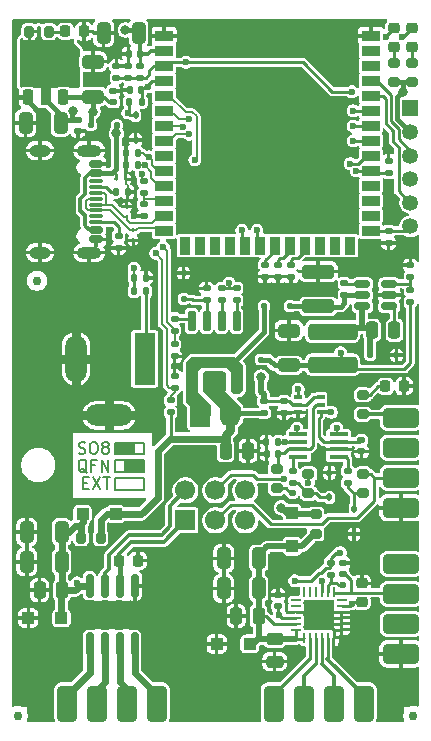
<source format=gbr>
%TF.GenerationSoftware,KiCad,Pcbnew,9.0.7-9.0.7~ubuntu24.04.1*%
%TF.CreationDate,2026-01-28T20:04:04+01:00*%
%TF.ProjectId,MCM-81339,4d434d2d-3831-4333-9339-2e6b69636164,rev?*%
%TF.SameCoordinates,Original*%
%TF.FileFunction,Copper,L1,Top*%
%TF.FilePolarity,Positive*%
%FSLAX46Y46*%
G04 Gerber Fmt 4.6, Leading zero omitted, Abs format (unit mm)*
G04 Created by KiCad (PCBNEW 9.0.7-9.0.7~ubuntu24.04.1) date 2026-01-28 20:04:04*
%MOMM*%
%LPD*%
G01*
G04 APERTURE LIST*
G04 Aperture macros list*
%AMRoundRect*
0 Rectangle with rounded corners*
0 $1 Rounding radius*
0 $2 $3 $4 $5 $6 $7 $8 $9 X,Y pos of 4 corners*
0 Add a 4 corners polygon primitive as box body*
4,1,4,$2,$3,$4,$5,$6,$7,$8,$9,$2,$3,0*
0 Add four circle primitives for the rounded corners*
1,1,$1+$1,$2,$3*
1,1,$1+$1,$4,$5*
1,1,$1+$1,$6,$7*
1,1,$1+$1,$8,$9*
0 Add four rect primitives between the rounded corners*
20,1,$1+$1,$2,$3,$4,$5,0*
20,1,$1+$1,$4,$5,$6,$7,0*
20,1,$1+$1,$6,$7,$8,$9,0*
20,1,$1+$1,$8,$9,$2,$3,0*%
%AMFreePoly0*
4,1,9,3.862500,-0.866500,0.737500,-0.866500,0.737500,-0.450000,-0.737500,-0.450000,-0.737500,0.450000,0.737500,0.450000,0.737500,0.866500,3.862500,0.866500,3.862500,-0.866500,3.862500,-0.866500,$1*%
G04 Aperture macros list end*
%TA.AperFunction,NonConductor*%
%ADD10C,0.200000*%
%TD*%
%ADD11C,0.200000*%
%TA.AperFunction,SMDPad,CuDef*%
%ADD12RoundRect,0.140000X-0.170000X0.140000X-0.170000X-0.140000X0.170000X-0.140000X0.170000X0.140000X0*%
%TD*%
%TA.AperFunction,SMDPad,CuDef*%
%ADD13RoundRect,0.150000X0.150000X-0.825000X0.150000X0.825000X-0.150000X0.825000X-0.150000X-0.825000X0*%
%TD*%
%TA.AperFunction,HeatsinkPad*%
%ADD14C,0.500000*%
%TD*%
%TA.AperFunction,HeatsinkPad*%
%ADD15R,3.300000X2.410000*%
%TD*%
%TA.AperFunction,SMDPad,CuDef*%
%ADD16RoundRect,0.112500X-0.112500X0.187500X-0.112500X-0.187500X0.112500X-0.187500X0.112500X0.187500X0*%
%TD*%
%TA.AperFunction,SMDPad,CuDef*%
%ADD17RoundRect,0.135000X-0.185000X0.135000X-0.185000X-0.135000X0.185000X-0.135000X0.185000X0.135000X0*%
%TD*%
%TA.AperFunction,SMDPad,CuDef*%
%ADD18RoundRect,0.250000X0.325000X0.650000X-0.325000X0.650000X-0.325000X-0.650000X0.325000X-0.650000X0*%
%TD*%
%TA.AperFunction,SMDPad,CuDef*%
%ADD19RoundRect,0.200000X-0.275000X0.200000X-0.275000X-0.200000X0.275000X-0.200000X0.275000X0.200000X0*%
%TD*%
%TA.AperFunction,SMDPad,CuDef*%
%ADD20RoundRect,0.250000X0.300000X0.300000X-0.300000X0.300000X-0.300000X-0.300000X0.300000X-0.300000X0*%
%TD*%
%TA.AperFunction,SMDPad,CuDef*%
%ADD21RoundRect,0.250000X-0.475000X0.250000X-0.475000X-0.250000X0.475000X-0.250000X0.475000X0.250000X0*%
%TD*%
%TA.AperFunction,SMDPad,CuDef*%
%ADD22RoundRect,0.218750X-0.256250X0.218750X-0.256250X-0.218750X0.256250X-0.218750X0.256250X0.218750X0*%
%TD*%
%TA.AperFunction,SMDPad,CuDef*%
%ADD23RoundRect,0.218750X0.218750X0.256250X-0.218750X0.256250X-0.218750X-0.256250X0.218750X-0.256250X0*%
%TD*%
%TA.AperFunction,SMDPad,CuDef*%
%ADD24RoundRect,0.135000X0.135000X0.185000X-0.135000X0.185000X-0.135000X-0.185000X0.135000X-0.185000X0*%
%TD*%
%TA.AperFunction,ComponentPad*%
%ADD25RoundRect,0.425000X-1.125000X-0.425000X1.125000X-0.425000X1.125000X0.425000X-1.125000X0.425000X0*%
%TD*%
%TA.AperFunction,SMDPad,CuDef*%
%ADD26RoundRect,0.250000X-0.300000X-0.300000X0.300000X-0.300000X0.300000X0.300000X-0.300000X0.300000X0*%
%TD*%
%TA.AperFunction,SMDPad,CuDef*%
%ADD27RoundRect,0.135000X-0.135000X-0.185000X0.135000X-0.185000X0.135000X0.185000X-0.135000X0.185000X0*%
%TD*%
%TA.AperFunction,SMDPad,CuDef*%
%ADD28RoundRect,0.125000X0.125000X0.125000X-0.125000X0.125000X-0.125000X-0.125000X0.125000X-0.125000X0*%
%TD*%
%TA.AperFunction,ComponentPad*%
%ADD29R,1.350000X1.350000*%
%TD*%
%TA.AperFunction,ComponentPad*%
%ADD30C,1.350000*%
%TD*%
%TA.AperFunction,SMDPad,CuDef*%
%ADD31RoundRect,0.140000X-0.140000X-0.170000X0.140000X-0.170000X0.140000X0.170000X-0.140000X0.170000X0*%
%TD*%
%TA.AperFunction,SMDPad,CuDef*%
%ADD32RoundRect,0.250000X-0.250000X-0.475000X0.250000X-0.475000X0.250000X0.475000X-0.250000X0.475000X0*%
%TD*%
%TA.AperFunction,SMDPad,CuDef*%
%ADD33RoundRect,0.135000X0.185000X-0.135000X0.185000X0.135000X-0.185000X0.135000X-0.185000X-0.135000X0*%
%TD*%
%TA.AperFunction,SMDPad,CuDef*%
%ADD34RoundRect,0.140000X0.170000X-0.140000X0.170000X0.140000X-0.170000X0.140000X-0.170000X-0.140000X0*%
%TD*%
%TA.AperFunction,SMDPad,CuDef*%
%ADD35C,0.750000*%
%TD*%
%TA.AperFunction,SMDPad,CuDef*%
%ADD36RoundRect,0.140000X0.140000X0.170000X-0.140000X0.170000X-0.140000X-0.170000X0.140000X-0.170000X0*%
%TD*%
%TA.AperFunction,SMDPad,CuDef*%
%ADD37RoundRect,0.225000X0.225000X-0.425000X0.225000X0.425000X-0.225000X0.425000X-0.225000X-0.425000X0*%
%TD*%
%TA.AperFunction,SMDPad,CuDef*%
%ADD38FreePoly0,90.000000*%
%TD*%
%TA.AperFunction,SMDPad,CuDef*%
%ADD39RoundRect,0.250000X0.300000X-0.300000X0.300000X0.300000X-0.300000X0.300000X-0.300000X-0.300000X0*%
%TD*%
%TA.AperFunction,SMDPad,CuDef*%
%ADD40RoundRect,0.200000X0.200000X0.275000X-0.200000X0.275000X-0.200000X-0.275000X0.200000X-0.275000X0*%
%TD*%
%TA.AperFunction,SMDPad,CuDef*%
%ADD41R,1.500000X0.900000*%
%TD*%
%TA.AperFunction,SMDPad,CuDef*%
%ADD42R,0.900000X1.500000*%
%TD*%
%TA.AperFunction,SMDPad,CuDef*%
%ADD43R,4.000000X4.000000*%
%TD*%
%TA.AperFunction,SMDPad,CuDef*%
%ADD44RoundRect,0.150000X-0.425000X0.150000X-0.425000X-0.150000X0.425000X-0.150000X0.425000X0.150000X0*%
%TD*%
%TA.AperFunction,SMDPad,CuDef*%
%ADD45RoundRect,0.075000X-0.500000X0.075000X-0.500000X-0.075000X0.500000X-0.075000X0.500000X0.075000X0*%
%TD*%
%TA.AperFunction,HeatsinkPad*%
%ADD46O,2.100000X1.000000*%
%TD*%
%TA.AperFunction,HeatsinkPad*%
%ADD47O,1.800000X1.000000*%
%TD*%
%TA.AperFunction,SMDPad,CuDef*%
%ADD48RoundRect,0.125000X-0.125000X0.125000X-0.125000X-0.125000X0.125000X-0.125000X0.125000X0.125000X0*%
%TD*%
%TA.AperFunction,SMDPad,CuDef*%
%ADD49RoundRect,0.062500X0.062500X-0.350000X0.062500X0.350000X-0.062500X0.350000X-0.062500X-0.350000X0*%
%TD*%
%TA.AperFunction,SMDPad,CuDef*%
%ADD50RoundRect,0.062500X0.350000X-0.062500X0.350000X0.062500X-0.350000X0.062500X-0.350000X-0.062500X0*%
%TD*%
%TA.AperFunction,HeatsinkPad*%
%ADD51R,2.600000X2.600000*%
%TD*%
%TA.AperFunction,ComponentPad*%
%ADD52RoundRect,0.425000X-0.425000X1.125000X-0.425000X-1.125000X0.425000X-1.125000X0.425000X1.125000X0*%
%TD*%
%TA.AperFunction,SMDPad,CuDef*%
%ADD53RoundRect,0.112500X0.112500X-0.187500X0.112500X0.187500X-0.112500X0.187500X-0.112500X-0.187500X0*%
%TD*%
%TA.AperFunction,ComponentPad*%
%ADD54R,1.700000X1.700000*%
%TD*%
%TA.AperFunction,ComponentPad*%
%ADD55C,1.700000*%
%TD*%
%TA.AperFunction,SMDPad,CuDef*%
%ADD56RoundRect,0.125000X0.125000X-0.125000X0.125000X0.125000X-0.125000X0.125000X-0.125000X-0.125000X0*%
%TD*%
%TA.AperFunction,SMDPad,CuDef*%
%ADD57RoundRect,0.125000X-0.125000X-0.125000X0.125000X-0.125000X0.125000X0.125000X-0.125000X0.125000X0*%
%TD*%
%TA.AperFunction,SMDPad,CuDef*%
%ADD58RoundRect,0.250000X0.250000X0.475000X-0.250000X0.475000X-0.250000X-0.475000X0.250000X-0.475000X0*%
%TD*%
%TA.AperFunction,SMDPad,CuDef*%
%ADD59RoundRect,0.150000X-0.150000X0.725000X-0.150000X-0.725000X0.150000X-0.725000X0.150000X0.725000X0*%
%TD*%
%TA.AperFunction,SMDPad,CuDef*%
%ADD60RoundRect,0.225000X-0.225000X-0.250000X0.225000X-0.250000X0.225000X0.250000X-0.225000X0.250000X0*%
%TD*%
%TA.AperFunction,SMDPad,CuDef*%
%ADD61RoundRect,0.062500X0.117500X0.062500X-0.117500X0.062500X-0.117500X-0.062500X0.117500X-0.062500X0*%
%TD*%
%TA.AperFunction,SMDPad,CuDef*%
%ADD62RoundRect,0.250000X0.650000X-0.325000X0.650000X0.325000X-0.650000X0.325000X-0.650000X-0.325000X0*%
%TD*%
%TA.AperFunction,SMDPad,CuDef*%
%ADD63RoundRect,0.100000X-0.225000X-0.100000X0.225000X-0.100000X0.225000X0.100000X-0.225000X0.100000X0*%
%TD*%
%TA.AperFunction,SMDPad,CuDef*%
%ADD64RoundRect,0.225000X0.250000X-0.225000X0.250000X0.225000X-0.250000X0.225000X-0.250000X-0.225000X0*%
%TD*%
%TA.AperFunction,SMDPad,CuDef*%
%ADD65RoundRect,0.062500X0.062500X-0.117500X0.062500X0.117500X-0.062500X0.117500X-0.062500X-0.117500X0*%
%TD*%
%TA.AperFunction,SMDPad,CuDef*%
%ADD66RoundRect,0.350000X-1.750000X-0.350000X1.750000X-0.350000X1.750000X0.350000X-1.750000X0.350000X0*%
%TD*%
%TA.AperFunction,SMDPad,CuDef*%
%ADD67RoundRect,0.062500X-0.062500X0.117500X-0.062500X-0.117500X0.062500X-0.117500X0.062500X0.117500X0*%
%TD*%
%TA.AperFunction,SMDPad,CuDef*%
%ADD68RoundRect,0.150000X0.512500X0.150000X-0.512500X0.150000X-0.512500X-0.150000X0.512500X-0.150000X0*%
%TD*%
%TA.AperFunction,SMDPad,CuDef*%
%ADD69R,1.600000X0.300000*%
%TD*%
%TA.AperFunction,ComponentPad*%
%ADD70R,1.800000X4.400000*%
%TD*%
%TA.AperFunction,ComponentPad*%
%ADD71O,1.800000X4.000000*%
%TD*%
%TA.AperFunction,ComponentPad*%
%ADD72O,4.000000X1.800000*%
%TD*%
%TA.AperFunction,SMDPad,CuDef*%
%ADD73RoundRect,0.250000X1.100000X-0.325000X1.100000X0.325000X-1.100000X0.325000X-1.100000X-0.325000X0*%
%TD*%
%TA.AperFunction,ViaPad*%
%ADD74C,0.600000*%
%TD*%
%TA.AperFunction,ViaPad*%
%ADD75C,0.800000*%
%TD*%
%TA.AperFunction,Conductor*%
%ADD76C,0.400000*%
%TD*%
%TA.AperFunction,Conductor*%
%ADD77C,0.250000*%
%TD*%
%TA.AperFunction,Conductor*%
%ADD78C,0.800000*%
%TD*%
%TA.AperFunction,Conductor*%
%ADD79C,0.200000*%
%TD*%
%TA.AperFunction,Conductor*%
%ADD80C,0.500000*%
%TD*%
%TA.AperFunction,Conductor*%
%ADD81C,0.350000*%
%TD*%
%TA.AperFunction,Conductor*%
%ADD82C,0.300000*%
%TD*%
%TA.AperFunction,Conductor*%
%ADD83C,0.450000*%
%TD*%
%TA.AperFunction,Conductor*%
%ADD84C,0.600000*%
%TD*%
%TA.AperFunction,Conductor*%
%ADD85C,0.240000*%
%TD*%
%TA.AperFunction,Conductor*%
%ADD86C,0.190000*%
%TD*%
G04 APERTURE END LIST*
D10*
X69950000Y-83400000D02*
X72450000Y-83400000D01*
X72450000Y-84400000D01*
X69950000Y-84400000D01*
X69950000Y-83400000D01*
X69950000Y-80400000D02*
X71600000Y-80400000D01*
X71600000Y-81400000D01*
X69950000Y-81400000D01*
X69950000Y-80400000D01*
%TA.AperFunction,NonConductor*%
G36*
X69950000Y-80400000D02*
G01*
X71600000Y-80400000D01*
X71600000Y-81400000D01*
X69950000Y-81400000D01*
X69950000Y-80400000D01*
G37*
%TD.AperFunction*%
X70800000Y-81900000D02*
X72450000Y-81900000D01*
X72450000Y-82900000D01*
X70800000Y-82900000D01*
X70800000Y-81900000D01*
%TA.AperFunction,NonConductor*%
G36*
X70800000Y-81900000D02*
G01*
X72450000Y-81900000D01*
X72450000Y-82900000D01*
X70800000Y-82900000D01*
X70800000Y-81900000D01*
G37*
%TD.AperFunction*%
X69950000Y-81900000D02*
X72450000Y-81900000D01*
X72450000Y-82900000D01*
X69950000Y-82900000D01*
X69950000Y-81900000D01*
X69950000Y-80400000D02*
X72450000Y-80400000D01*
X72450000Y-81400000D01*
X69950000Y-81400000D01*
X69950000Y-80400000D01*
D11*
D10*
X66906517Y-81304600D02*
X67049374Y-81352219D01*
X67049374Y-81352219D02*
X67287469Y-81352219D01*
X67287469Y-81352219D02*
X67382707Y-81304600D01*
X67382707Y-81304600D02*
X67430326Y-81256980D01*
X67430326Y-81256980D02*
X67477945Y-81161742D01*
X67477945Y-81161742D02*
X67477945Y-81066504D01*
X67477945Y-81066504D02*
X67430326Y-80971266D01*
X67430326Y-80971266D02*
X67382707Y-80923647D01*
X67382707Y-80923647D02*
X67287469Y-80876028D01*
X67287469Y-80876028D02*
X67096993Y-80828409D01*
X67096993Y-80828409D02*
X67001755Y-80780790D01*
X67001755Y-80780790D02*
X66954136Y-80733171D01*
X66954136Y-80733171D02*
X66906517Y-80637933D01*
X66906517Y-80637933D02*
X66906517Y-80542695D01*
X66906517Y-80542695D02*
X66954136Y-80447457D01*
X66954136Y-80447457D02*
X67001755Y-80399838D01*
X67001755Y-80399838D02*
X67096993Y-80352219D01*
X67096993Y-80352219D02*
X67335088Y-80352219D01*
X67335088Y-80352219D02*
X67477945Y-80399838D01*
X68096993Y-80352219D02*
X68287469Y-80352219D01*
X68287469Y-80352219D02*
X68382707Y-80399838D01*
X68382707Y-80399838D02*
X68477945Y-80495076D01*
X68477945Y-80495076D02*
X68525564Y-80685552D01*
X68525564Y-80685552D02*
X68525564Y-81018885D01*
X68525564Y-81018885D02*
X68477945Y-81209361D01*
X68477945Y-81209361D02*
X68382707Y-81304600D01*
X68382707Y-81304600D02*
X68287469Y-81352219D01*
X68287469Y-81352219D02*
X68096993Y-81352219D01*
X68096993Y-81352219D02*
X68001755Y-81304600D01*
X68001755Y-81304600D02*
X67906517Y-81209361D01*
X67906517Y-81209361D02*
X67858898Y-81018885D01*
X67858898Y-81018885D02*
X67858898Y-80685552D01*
X67858898Y-80685552D02*
X67906517Y-80495076D01*
X67906517Y-80495076D02*
X68001755Y-80399838D01*
X68001755Y-80399838D02*
X68096993Y-80352219D01*
X69096993Y-80780790D02*
X69001755Y-80733171D01*
X69001755Y-80733171D02*
X68954136Y-80685552D01*
X68954136Y-80685552D02*
X68906517Y-80590314D01*
X68906517Y-80590314D02*
X68906517Y-80542695D01*
X68906517Y-80542695D02*
X68954136Y-80447457D01*
X68954136Y-80447457D02*
X69001755Y-80399838D01*
X69001755Y-80399838D02*
X69096993Y-80352219D01*
X69096993Y-80352219D02*
X69287469Y-80352219D01*
X69287469Y-80352219D02*
X69382707Y-80399838D01*
X69382707Y-80399838D02*
X69430326Y-80447457D01*
X69430326Y-80447457D02*
X69477945Y-80542695D01*
X69477945Y-80542695D02*
X69477945Y-80590314D01*
X69477945Y-80590314D02*
X69430326Y-80685552D01*
X69430326Y-80685552D02*
X69382707Y-80733171D01*
X69382707Y-80733171D02*
X69287469Y-80780790D01*
X69287469Y-80780790D02*
X69096993Y-80780790D01*
X69096993Y-80780790D02*
X69001755Y-80828409D01*
X69001755Y-80828409D02*
X68954136Y-80876028D01*
X68954136Y-80876028D02*
X68906517Y-80971266D01*
X68906517Y-80971266D02*
X68906517Y-81161742D01*
X68906517Y-81161742D02*
X68954136Y-81256980D01*
X68954136Y-81256980D02*
X69001755Y-81304600D01*
X69001755Y-81304600D02*
X69096993Y-81352219D01*
X69096993Y-81352219D02*
X69287469Y-81352219D01*
X69287469Y-81352219D02*
X69382707Y-81304600D01*
X69382707Y-81304600D02*
X69430326Y-81256980D01*
X69430326Y-81256980D02*
X69477945Y-81161742D01*
X69477945Y-81161742D02*
X69477945Y-80971266D01*
X69477945Y-80971266D02*
X69430326Y-80876028D01*
X69430326Y-80876028D02*
X69382707Y-80828409D01*
X69382707Y-80828409D02*
X69287469Y-80780790D01*
D11*
D10*
X67620802Y-82947457D02*
X67525564Y-82899838D01*
X67525564Y-82899838D02*
X67430326Y-82804600D01*
X67430326Y-82804600D02*
X67287469Y-82661742D01*
X67287469Y-82661742D02*
X67192231Y-82614123D01*
X67192231Y-82614123D02*
X67096993Y-82614123D01*
X67144612Y-82852219D02*
X67049374Y-82804600D01*
X67049374Y-82804600D02*
X66954136Y-82709361D01*
X66954136Y-82709361D02*
X66906517Y-82518885D01*
X66906517Y-82518885D02*
X66906517Y-82185552D01*
X66906517Y-82185552D02*
X66954136Y-81995076D01*
X66954136Y-81995076D02*
X67049374Y-81899838D01*
X67049374Y-81899838D02*
X67144612Y-81852219D01*
X67144612Y-81852219D02*
X67335088Y-81852219D01*
X67335088Y-81852219D02*
X67430326Y-81899838D01*
X67430326Y-81899838D02*
X67525564Y-81995076D01*
X67525564Y-81995076D02*
X67573183Y-82185552D01*
X67573183Y-82185552D02*
X67573183Y-82518885D01*
X67573183Y-82518885D02*
X67525564Y-82709361D01*
X67525564Y-82709361D02*
X67430326Y-82804600D01*
X67430326Y-82804600D02*
X67335088Y-82852219D01*
X67335088Y-82852219D02*
X67144612Y-82852219D01*
X68335088Y-82328409D02*
X68001755Y-82328409D01*
X68001755Y-82852219D02*
X68001755Y-81852219D01*
X68001755Y-81852219D02*
X68477945Y-81852219D01*
X68858898Y-82852219D02*
X68858898Y-81852219D01*
X68858898Y-81852219D02*
X69430326Y-82852219D01*
X69430326Y-82852219D02*
X69430326Y-81852219D01*
D11*
D10*
X67287469Y-83828409D02*
X67620802Y-83828409D01*
X67763659Y-84352219D02*
X67287469Y-84352219D01*
X67287469Y-84352219D02*
X67287469Y-83352219D01*
X67287469Y-83352219D02*
X67763659Y-83352219D01*
X68096993Y-83352219D02*
X68763659Y-84352219D01*
X68763659Y-83352219D02*
X68096993Y-84352219D01*
X69001755Y-83352219D02*
X69573183Y-83352219D01*
X69287469Y-84352219D02*
X69287469Y-83352219D01*
D12*
%TO.P,C8,1*%
%TO.N,+3.3V*%
X90850000Y-80195000D03*
%TO.P,C8,2*%
%TO.N,GND*%
X90850000Y-81155000D03*
%TD*%
D13*
%TO.P,U8,1,T*%
%TO.N,Net-(J9-Pin_4)*%
X67845000Y-97475000D03*
%TO.P,U8,2,W*%
%TO.N,Net-(J9-Pin_3)*%
X69115000Y-97475000D03*
%TO.P,U8,3,V*%
%TO.N,Net-(J9-Pin_2)*%
X70385000Y-97475000D03*
%TO.P,U8,4,U*%
%TO.N,Net-(J9-Pin_1)*%
X71655000Y-97475000D03*
%TO.P,U8,5,GND*%
%TO.N,GND*%
X71655000Y-92525000D03*
%TO.P,U8,6,COMM*%
%TO.N,RXD_SO8*%
X70385000Y-92525000D03*
%TO.P,U8,7,IO0*%
%TO.N,TXD_SO8*%
X69115000Y-92525000D03*
%TO.P,U8,8,VS*%
%TO.N,Net-(D15-K)*%
X67845000Y-92525000D03*
D14*
%TO.P,U8,9,EXP*%
%TO.N,GND*%
X68550000Y-95700000D03*
X69750000Y-95700000D03*
X70950000Y-95700000D03*
D15*
X69750000Y-95000000D03*
D14*
X68550000Y-94300000D03*
X69750000Y-94300000D03*
X70950000Y-94300000D03*
%TD*%
D16*
%TO.P,D4,1,K*%
%TO.N,Net-(D4-K)*%
X71729600Y-52696400D03*
%TO.P,D4,2,A*%
%TO.N,GND*%
X71729600Y-54796400D03*
%TD*%
D17*
%TO.P,R4,1*%
%TO.N,Net-(U2-FB)*%
X94996000Y-67490000D03*
%TO.P,R4,2*%
%TO.N,Net-(D3-A)*%
X94996000Y-68510000D03*
%TD*%
D18*
%TO.P,C21,1*%
%TO.N,Net-(D14-K)*%
X82150000Y-90200000D03*
%TO.P,C21,2*%
%TO.N,GND*%
X79200000Y-90200000D03*
%TD*%
D19*
%TO.P,R18,1*%
%TO.N,Net-(U3-VCCB)*%
X83667600Y-82625000D03*
%TO.P,R18,2*%
%TO.N,VDDA*%
X83667600Y-84275000D03*
%TD*%
D20*
%TO.P,D17,1,A1*%
%TO.N,Net-(D15-K)*%
X65450000Y-95250000D03*
%TO.P,D17,2,A2*%
%TO.N,GND*%
X62650000Y-95250000D03*
%TD*%
D21*
%TO.P,C23,1*%
%TO.N,Net-(D14-K)*%
X83500000Y-97050000D03*
%TO.P,C23,2*%
%TO.N,GND*%
X83500000Y-98950000D03*
%TD*%
D22*
%TO.P,D10,1,K*%
%TO.N,LED2*%
X93573600Y-45312500D03*
%TO.P,D10,2,A*%
%TO.N,Net-(D10-A)*%
X93573600Y-46887500D03*
%TD*%
D23*
%TO.P,D1,1,K*%
%TO.N,GND*%
X67360900Y-45593000D03*
%TO.P,D1,2,A*%
%TO.N,Net-(D1-A)*%
X65785900Y-45593000D03*
%TD*%
D17*
%TO.P,R3,1*%
%TO.N,GND*%
X93167200Y-56538400D03*
%TO.P,R3,2*%
%TO.N,UART_VSEL*%
X93167200Y-57558400D03*
%TD*%
D24*
%TO.P,R24,1*%
%TO.N,VS*%
X72610000Y-67600000D03*
%TO.P,R24,2*%
%TO.N,MEAS_VS*%
X71590000Y-67600000D03*
%TD*%
D25*
%TO.P,J1,1,Pin_1*%
%TO.N,VDDA*%
X94200000Y-90680000D03*
%TO.P,J1,2,Pin_2*%
%TO.N,Net-(J1-Pin_2)*%
X94200000Y-93220000D03*
%TO.P,J1,3,Pin_3*%
%TO.N,Net-(J1-Pin_3)*%
X94200000Y-95760000D03*
%TO.P,J1,4,Pin_4*%
%TO.N,GND*%
X94200000Y-98300000D03*
%TD*%
D26*
%TO.P,D15,1,K*%
%TO.N,Net-(D15-K)*%
X67250000Y-86450000D03*
%TO.P,D15,2,A*%
%TO.N,VBUS*%
X70050000Y-86450000D03*
%TD*%
D19*
%TO.P,R30,1*%
%TO.N,RXD_CPU*%
X91025000Y-83050000D03*
%TO.P,R30,2*%
%TO.N,Net-(D18-A1)*%
X91025000Y-84700000D03*
%TD*%
D17*
%TO.P,R27,1*%
%TO.N,MEAS_VUSB*%
X72425000Y-60215000D03*
%TO.P,R27,2*%
%TO.N,GND*%
X72425000Y-61235000D03*
%TD*%
D19*
%TO.P,R29,1*%
%TO.N,VBUS*%
X87000000Y-86475000D03*
%TO.P,R29,2*%
%TO.N,Net-(D14-K)*%
X87000000Y-88125000D03*
%TD*%
D27*
%TO.P,R20,1*%
%TO.N,GND*%
X82808000Y-80340000D03*
%TO.P,R20,2*%
%TO.N,UART_OE*%
X83828000Y-80340000D03*
%TD*%
D25*
%TO.P,J4,1,Pin_1*%
%TO.N,VBUS*%
X94200000Y-78300000D03*
%TO.P,J4,2,Pin_2*%
%TO.N,TXD_CPU*%
X94200000Y-80840000D03*
%TO.P,J4,3,Pin_3*%
%TO.N,RXD_CPU*%
X94200000Y-83380000D03*
%TO.P,J4,4,Pin_4*%
%TO.N,GND*%
X94200000Y-85920000D03*
%TD*%
D28*
%TO.P,D9,1,K*%
%TO.N,Net-(D9-K)*%
X84800000Y-68850000D03*
%TO.P,D9,2,A*%
%TO.N,VS*%
X82600000Y-68850000D03*
%TD*%
D29*
%TO.P,J3,1,Pin_1*%
%TO.N,EN*%
X95000000Y-52100000D03*
D30*
%TO.P,J3,2,Pin_2*%
%TO.N,+3.3V*%
X95000000Y-54100000D03*
%TO.P,J3,3,Pin_3*%
%TO.N,Net-(J3-Pin_3)*%
X95000000Y-56100000D03*
%TO.P,J3,4,Pin_4*%
%TO.N,GND*%
X95000000Y-58100000D03*
%TO.P,J3,5,Pin_5*%
%TO.N,Net-(J3-Pin_5)*%
X95000000Y-60100000D03*
%TO.P,J3,6,Pin_6*%
%TO.N,IO0*%
X95000000Y-62100000D03*
%TD*%
D27*
%TO.P,R41,1*%
%TO.N,Net-(J5-CC1)*%
X70040000Y-59175000D03*
%TO.P,R41,2*%
%TO.N,GND*%
X71060000Y-59175000D03*
%TD*%
D31*
%TO.P,C4,1*%
%TO.N,GND*%
X70945000Y-55880000D03*
%TO.P,C4,2*%
%TO.N,MEAS_VBUS*%
X71905000Y-55880000D03*
%TD*%
D32*
%TO.P,C18,1*%
%TO.N,VBUS*%
X79350000Y-81100000D03*
%TO.P,C18,2*%
%TO.N,GND*%
X81250000Y-81100000D03*
%TD*%
D33*
%TO.P,R16,1*%
%TO.N,Net-(D18-A1)*%
X89700000Y-83835000D03*
%TO.P,R16,2*%
%TO.N,Net-(U3-B2)*%
X89700000Y-82815000D03*
%TD*%
D17*
%TO.P,R13,1*%
%TO.N,IO0*%
X93167200Y-62482000D03*
%TO.P,R13,2*%
%TO.N,GND*%
X93167200Y-63502000D03*
%TD*%
D34*
%TO.P,C17,1*%
%TO.N,EN*%
X70104000Y-49502000D03*
%TO.P,C17,2*%
%TO.N,GND*%
X70104000Y-48542000D03*
%TD*%
D27*
%TO.P,R25,1*%
%TO.N,MEAS_VS*%
X71590000Y-66450000D03*
%TO.P,R25,2*%
%TO.N,GND*%
X72610000Y-66450000D03*
%TD*%
D35*
%TO.P,FID1,*%
%TO.N,*%
X63400000Y-66700000D03*
%TD*%
D36*
%TO.P,C13,1*%
%TO.N,+3.3V*%
X72108000Y-47490000D03*
%TO.P,C13,2*%
%TO.N,GND*%
X71148000Y-47490000D03*
%TD*%
D37*
%TO.P,U1,1,GND*%
%TO.N,GND*%
X62609600Y-51175200D03*
D38*
%TO.P,U1,2,VO*%
%TO.N,+3.3V*%
X64109600Y-51087700D03*
D37*
%TO.P,U1,3,VI*%
%TO.N,+5V*%
X65609600Y-51175200D03*
%TD*%
D33*
%TO.P,R22,1*%
%TO.N,VBUS*%
X74701400Y-77853000D03*
%TO.P,R22,2*%
%TO.N,MEAS_VBUS*%
X74701400Y-76833000D03*
%TD*%
D39*
%TO.P,D14,1,K*%
%TO.N,Net-(D14-K)*%
X85000000Y-89175000D03*
%TO.P,D14,2,A*%
%TO.N,VBUS*%
X85000000Y-86375000D03*
%TD*%
D40*
%TO.P,R1,1*%
%TO.N,Net-(D1-A)*%
X64375800Y-45600000D03*
%TO.P,R1,2*%
%TO.N,+3.3V*%
X62725800Y-45600000D03*
%TD*%
D35*
%TO.P,FID2,*%
%TO.N,*%
X95250000Y-103550000D03*
%TD*%
D41*
%TO.P,U5,1,GND*%
%TO.N,GND*%
X74150000Y-45958000D03*
%TO.P,U5,2,3V3*%
%TO.N,+3.3V*%
X74150000Y-47228000D03*
%TO.P,U5,3,EN*%
%TO.N,EN*%
X74150000Y-48498000D03*
%TO.P,U5,4,IO4*%
%TO.N,SLAVE_CUR*%
X74150000Y-49768000D03*
%TO.P,U5,5,IO5*%
%TO.N,SLAVE_PWR*%
X74150000Y-51038000D03*
%TO.P,U5,6,IO6*%
%TO.N,RXD_MCM*%
X74150000Y-52308000D03*
%TO.P,U5,7,IO7*%
%TO.N,TXD_MCM*%
X74150000Y-53578000D03*
%TO.P,U5,8,IO15*%
%TO.N,UART_OE*%
X74150000Y-54848000D03*
%TO.P,U5,9,IO16*%
%TO.N,unconnected-(U5-IO16-Pad9)*%
X74150000Y-56118000D03*
%TO.P,U5,10,IO17*%
%TO.N,MEAS_VBUS*%
X74150000Y-57388000D03*
%TO.P,U5,11,IO18*%
%TO.N,MEAS_VS*%
X74150000Y-58658000D03*
%TO.P,U5,12,IO8*%
%TO.N,MEAS_VUSB*%
X74150000Y-59928000D03*
%TO.P,U5,13,IO19*%
%TO.N,USB_D-*%
X74150000Y-61198000D03*
%TO.P,U5,14,IO20*%
%TO.N,USB_D+*%
X74150000Y-62468000D03*
D42*
%TO.P,U5,15,IO3*%
%TO.N,unconnected-(U5-IO3-Pad15)*%
X75915000Y-63718000D03*
%TO.P,U5,16,IO46*%
%TO.N,unconnected-(U5-IO46-Pad16)*%
X77185000Y-63718000D03*
%TO.P,U5,17,IO9*%
%TO.N,unconnected-(U5-IO9-Pad17)*%
X78455000Y-63718000D03*
%TO.P,U5,18,IO10*%
%TO.N,unconnected-(U5-IO10-Pad18)*%
X79725000Y-63718000D03*
%TO.P,U5,19,IO11*%
%TO.N,LED2*%
X80995000Y-63718000D03*
%TO.P,U5,20,IO12*%
%TO.N,LED1*%
X82265000Y-63718000D03*
%TO.P,U5,21,IO13*%
%TO.N,Net-(U5-IO13)*%
X83535000Y-63718000D03*
%TO.P,U5,22,IO14*%
%TO.N,Net-(U5-IO14)*%
X84805000Y-63718000D03*
%TO.P,U5,23,IO21*%
%TO.N,Net-(U5-IO21)*%
X86075000Y-63718000D03*
%TO.P,U5,24,IO47*%
%TO.N,unconnected-(U5-IO47-Pad24)*%
X87345000Y-63718000D03*
%TO.P,U5,25,IO48*%
%TO.N,unconnected-(U5-IO48-Pad25)*%
X88615000Y-63718000D03*
%TO.P,U5,26,IO45*%
%TO.N,unconnected-(U5-IO45-Pad26)*%
X89885000Y-63718000D03*
D41*
%TO.P,U5,27,IO0*%
%TO.N,IO0*%
X91650000Y-62468000D03*
%TO.P,U5,28,NC*%
%TO.N,unconnected-(U5-NC-Pad28)*%
X91650000Y-61198000D03*
%TO.P,U5,29,NC*%
%TO.N,unconnected-(U5-NC-Pad29)*%
X91650000Y-59928000D03*
%TO.P,U5,30,NC*%
%TO.N,unconnected-(U5-NC-Pad30)*%
X91650000Y-58658000D03*
%TO.P,U5,31,IO38*%
%TO.N,UART_VSEL*%
X91650000Y-57388000D03*
%TO.P,U5,32,IO39*%
%TO.N,/MCM/TCK*%
X91650000Y-56118000D03*
%TO.P,U5,33,IO40*%
%TO.N,/MCM/TDO*%
X91650000Y-54848000D03*
%TO.P,U5,34,IO41*%
%TO.N,/MCM/TDI*%
X91650000Y-53578000D03*
%TO.P,U5,35,IO42*%
%TO.N,/MCM/TMS*%
X91650000Y-52308000D03*
%TO.P,U5,36,RXD0*%
%TO.N,Net-(J3-Pin_5)*%
X91650000Y-51038000D03*
%TO.P,U5,37,TXD0*%
%TO.N,Net-(J3-Pin_3)*%
X91650000Y-49768000D03*
%TO.P,U5,38,IO2*%
%TO.N,unconnected-(U5-IO2-Pad38)*%
X91650000Y-48498000D03*
%TO.P,U5,39,IO1*%
%TO.N,unconnected-(U5-IO1-Pad39)*%
X91650000Y-47228000D03*
%TO.P,U5,40,GND*%
%TO.N,GND*%
X91650000Y-45958000D03*
D14*
%TO.P,U5,41,EPAD*%
X80040000Y-50558000D03*
X80040000Y-52058000D03*
X80790000Y-49808000D03*
X80790000Y-51308000D03*
X80790000Y-52808000D03*
X81540000Y-50558000D03*
D43*
X81540000Y-51308000D03*
D14*
X81540000Y-52058000D03*
X82290000Y-49808000D03*
X82290000Y-51308000D03*
X82290000Y-52808000D03*
X83040000Y-50558000D03*
X83040000Y-52058000D03*
%TD*%
D17*
%TO.P,R11,1*%
%TO.N,+3.3V*%
X72136000Y-48512000D03*
%TO.P,R11,2*%
%TO.N,EN*%
X72136000Y-49532000D03*
%TD*%
D44*
%TO.P,J5,A1,GND*%
%TO.N,GND*%
X68380000Y-56800000D03*
%TO.P,J5,A4,VBUS*%
%TO.N,VUSB*%
X68380000Y-57600000D03*
D45*
%TO.P,J5,A5,CC1*%
%TO.N,Net-(J5-CC1)*%
X68380000Y-58750000D03*
%TO.P,J5,A6,D+*%
%TO.N,USB_D+*%
X68380000Y-59750000D03*
%TO.P,J5,A7,D-*%
%TO.N,USB_D-*%
X68380000Y-60250000D03*
%TO.P,J5,A8,SBU1*%
%TO.N,unconnected-(J5-SBU1-PadA8)*%
X68380000Y-61250000D03*
D44*
%TO.P,J5,A9,VBUS*%
%TO.N,VUSB*%
X68380000Y-62400000D03*
%TO.P,J5,A12,GND*%
%TO.N,GND*%
X68380000Y-63200000D03*
%TO.P,J5,B1,GND*%
X68380000Y-63200000D03*
%TO.P,J5,B4,VBUS*%
%TO.N,VUSB*%
X68380000Y-62400000D03*
D45*
%TO.P,J5,B5,CC2*%
%TO.N,Net-(J5-CC2)*%
X68380000Y-61750000D03*
%TO.P,J5,B6,D+*%
%TO.N,USB_D+*%
X68380000Y-60750000D03*
%TO.P,J5,B7,D-*%
%TO.N,USB_D-*%
X68380000Y-59250000D03*
%TO.P,J5,B8,SBU2*%
%TO.N,unconnected-(J5-SBU2-PadB8)*%
X68380000Y-58250000D03*
D44*
%TO.P,J5,B9,VBUS*%
%TO.N,VUSB*%
X68380000Y-57600000D03*
%TO.P,J5,B12,GND*%
%TO.N,GND*%
X68380000Y-56800000D03*
D46*
%TO.P,J5,S1,SHIELD*%
X67805000Y-55680000D03*
D47*
X63625000Y-55680000D03*
D46*
X67805000Y-64320000D03*
D47*
X63625000Y-64320000D03*
%TD*%
D48*
%TO.P,D5,1,K*%
%TO.N,GND*%
X75800000Y-66050000D03*
%TO.P,D5,2,A*%
%TO.N,Net-(D5-A)*%
X75800000Y-68250000D03*
%TD*%
D49*
%TO.P,U7,1,VSM*%
%TO.N,Net-(D14-K)*%
X86000000Y-96937500D03*
%TO.P,U7,2,T*%
%TO.N,Net-(J8-Pin_4)*%
X86500000Y-96937500D03*
%TO.P,U7,3,W*%
%TO.N,Net-(J8-Pin_3)*%
X87000000Y-96937500D03*
%TO.P,U7,4,V*%
%TO.N,Net-(J8-Pin_2)*%
X87500000Y-96937500D03*
%TO.P,U7,5,U*%
%TO.N,Net-(J8-Pin_1)*%
X88000000Y-96937500D03*
%TO.P,U7,6,NC*%
%TO.N,GND*%
X88500000Y-96937500D03*
D50*
%TO.P,U7,7,GND*%
X89187500Y-96250000D03*
%TO.P,U7,8,NC*%
X89187500Y-95750000D03*
%TO.P,U7,9,GND*%
X89187500Y-95250000D03*
%TO.P,U7,10,NC*%
X89187500Y-94750000D03*
%TO.P,U7,11,COMM*%
%TO.N,RXD_QFN24*%
X89187500Y-94250000D03*
%TO.P,U7,12,NC*%
%TO.N,unconnected-(U7-NC-Pad12)*%
X89187500Y-93750000D03*
D49*
%TO.P,U7,13,IO6*%
%TO.N,Net-(J1-Pin_2)*%
X88500000Y-93062500D03*
%TO.P,U7,14,IO7*%
%TO.N,Net-(J1-Pin_3)*%
X88000000Y-93062500D03*
%TO.P,U7,15,IO0*%
%TO.N,TXD_QFN24*%
X87500000Y-93062500D03*
%TO.P,U7,16,IO1*%
%TO.N,unconnected-(U7-IO1-Pad16)*%
X87000000Y-93062500D03*
%TO.P,U7,17,IO2*%
%TO.N,unconnected-(U7-IO2-Pad17)*%
X86500000Y-93062500D03*
%TO.P,U7,18,IO3*%
%TO.N,unconnected-(U7-IO3-Pad18)*%
X86000000Y-93062500D03*
D50*
%TO.P,U7,19,IO4*%
%TO.N,unconnected-(U7-IO4-Pad19)*%
X85312500Y-93750000D03*
%TO.P,U7,20,IO5*%
%TO.N,unconnected-(U7-IO5-Pad20)*%
X85312500Y-94250000D03*
%TO.P,U7,21,NC*%
%TO.N,GND*%
X85312500Y-94750000D03*
%TO.P,U7,22,3V3*%
%TO.N,VDDA*%
X85312500Y-95250000D03*
%TO.P,U7,23,VS*%
%TO.N,Net-(D14-K)*%
X85312500Y-95750000D03*
%TO.P,U7,24,VSM*%
X85312500Y-96250000D03*
D14*
%TO.P,U7,25,EXP*%
%TO.N,GND*%
X86200000Y-96050000D03*
X87250000Y-96050000D03*
X88300000Y-96050000D03*
X86200000Y-95000000D03*
X87250000Y-95000000D03*
D51*
X87250000Y-95000000D03*
D14*
X88300000Y-95000000D03*
X86200000Y-93950000D03*
X87250000Y-93950000D03*
X88300000Y-93950000D03*
%TD*%
D52*
%TO.P,J8,1,Pin_1*%
%TO.N,Net-(J8-Pin_1)*%
X91060000Y-102500000D03*
%TO.P,J8,2,Pin_2*%
%TO.N,Net-(J8-Pin_2)*%
X88520000Y-102500000D03*
%TO.P,J8,3,Pin_3*%
%TO.N,Net-(J8-Pin_3)*%
X85980000Y-102500000D03*
%TO.P,J8,4,Pin_4*%
%TO.N,Net-(J8-Pin_4)*%
X83440000Y-102500000D03*
%TD*%
D36*
%TO.P,C5,1*%
%TO.N,Net-(U3-VCCB)*%
X83798000Y-81356000D03*
%TO.P,C5,2*%
%TO.N,GND*%
X82838000Y-81356000D03*
%TD*%
D17*
%TO.P,R35,1*%
%TO.N,VDDA*%
X88250000Y-90565000D03*
%TO.P,R35,2*%
%TO.N,Net-(J1-Pin_3)*%
X88250000Y-91585000D03*
%TD*%
D53*
%TO.P,D19,1,A1*%
%TO.N,Net-(D19-A1)*%
X88150000Y-85050000D03*
%TO.P,D19,2,A2*%
%TO.N,GND*%
X88150000Y-82950000D03*
%TD*%
D18*
%TO.P,C15,1*%
%TO.N,+3.3V*%
X71985400Y-45720000D03*
%TO.P,C15,2*%
%TO.N,GND*%
X69035400Y-45720000D03*
%TD*%
D19*
%TO.P,R17,1*%
%TO.N,Net-(D7-A)*%
X95100000Y-48260000D03*
%TO.P,R17,2*%
%TO.N,+3.3V*%
X95100000Y-49910000D03*
%TD*%
D17*
%TO.P,R10,1*%
%TO.N,Net-(D4-K)*%
X75031600Y-72085200D03*
%TO.P,R10,2*%
%TO.N,GND*%
X75031600Y-73105200D03*
%TD*%
D54*
%TO.P,J2,1,Pin_1*%
%TO.N,VS*%
X77230000Y-78227102D03*
D55*
%TO.P,J2,2,Pin_2*%
%TO.N,VBUS*%
X79770000Y-78227102D03*
%TD*%
D17*
%TO.P,R33,1*%
%TO.N,Net-(U5-IO14)*%
X83800000Y-65340000D03*
%TO.P,R33,2*%
%TO.N,GND*%
X83800000Y-66360000D03*
%TD*%
D20*
%TO.P,D16,1,A1*%
%TO.N,Net-(D14-K)*%
X81400000Y-97450000D03*
%TO.P,D16,2,A2*%
%TO.N,GND*%
X78600000Y-97450000D03*
%TD*%
D17*
%TO.P,R21,1*%
%TO.N,+5V*%
X82600000Y-76890000D03*
%TO.P,R21,2*%
%TO.N,VBUS*%
X82600000Y-77910000D03*
%TD*%
D56*
%TO.P,D3,1,K*%
%TO.N,+5V*%
X82372200Y-75572800D03*
%TO.P,D3,2,A*%
%TO.N,Net-(D3-A)*%
X82372200Y-73372800D03*
%TD*%
D17*
%TO.P,R32,1*%
%TO.N,Net-(U5-IO13)*%
X82700000Y-65340000D03*
%TO.P,R32,2*%
%TO.N,GND*%
X82700000Y-66360000D03*
%TD*%
D19*
%TO.P,R28,1*%
%TO.N,TXD_CPU*%
X86375000Y-83050000D03*
%TO.P,R28,2*%
%TO.N,Net-(D19-A1)*%
X86375000Y-84700000D03*
%TD*%
D17*
%TO.P,R8,1*%
%TO.N,SLAVE_PWR*%
X79044800Y-67331400D03*
%TO.P,R8,2*%
%TO.N,Net-(U4-SEn)*%
X79044800Y-68351400D03*
%TD*%
D33*
%TO.P,R15,1*%
%TO.N,Net-(D19-A1)*%
X85025000Y-83860000D03*
%TO.P,R15,2*%
%TO.N,Net-(U3-B1)*%
X85025000Y-82840000D03*
%TD*%
D57*
%TO.P,D2,1,K*%
%TO.N,Net-(D2-K)*%
X91610000Y-73001200D03*
%TO.P,D2,2,A*%
%TO.N,GND*%
X93810000Y-73001200D03*
%TD*%
D34*
%TO.P,C2,1*%
%TO.N,+5V*%
X69850000Y-51584800D03*
%TO.P,C2,2*%
%TO.N,GND*%
X69850000Y-50624800D03*
%TD*%
D31*
%TO.P,C11,1*%
%TO.N,GND*%
X70945000Y-56896000D03*
%TO.P,C11,2*%
%TO.N,MEAS_VS*%
X71905000Y-56896000D03*
%TD*%
D33*
%TO.P,R23,1*%
%TO.N,MEAS_VBUS*%
X75031600Y-75770200D03*
%TO.P,R23,2*%
%TO.N,GND*%
X75031600Y-74750200D03*
%TD*%
D17*
%TO.P,R5,1*%
%TO.N,GND*%
X94996000Y-65390000D03*
%TO.P,R5,2*%
%TO.N,Net-(U2-FB)*%
X94996000Y-66410000D03*
%TD*%
D58*
%TO.P,C7,1*%
%TO.N,Net-(U2-CB)*%
X93650000Y-70900000D03*
%TO.P,C7,2*%
%TO.N,Net-(D2-K)*%
X91750000Y-70900000D03*
%TD*%
D59*
%TO.P,U4,1,INPUT*%
%TO.N,Net-(U4-INPUT)*%
X80289400Y-70094400D03*
%TO.P,U4,2,SEn*%
%TO.N,Net-(U4-SEn)*%
X79019400Y-70094400D03*
%TO.P,U4,3,GND*%
%TO.N,Net-(D5-A)*%
X77749400Y-70094400D03*
%TO.P,U4,4,MultiSense*%
%TO.N,Net-(U4-MultiSense)*%
X76479400Y-70094400D03*
%TO.P,U4,5,VCC*%
%TO.N,VS*%
X76479400Y-75244400D03*
%TO.P,U4,6,OUTPUT*%
%TO.N,VBUS*%
X77749400Y-75244400D03*
%TO.P,U4,7,OUTPUT*%
X79019400Y-75244400D03*
%TO.P,U4,8,VCC*%
%TO.N,VS*%
X80289400Y-75244400D03*
%TD*%
D60*
%TO.P,C27,1*%
%TO.N,RXD_SO8*%
X70370400Y-90398600D03*
%TO.P,C27,2*%
%TO.N,GND*%
X71920400Y-90398600D03*
%TD*%
D35*
%TO.P,FID3,*%
%TO.N,*%
X61750000Y-103550000D03*
%TD*%
D22*
%TO.P,D7,1,K*%
%TO.N,LED1*%
X95100000Y-45312500D03*
%TO.P,D7,2,A*%
%TO.N,Net-(D7-A)*%
X95100000Y-46887500D03*
%TD*%
D17*
%TO.P,R7,1*%
%TO.N,SLAVE_PWR*%
X80294800Y-67331400D03*
%TO.P,R7,2*%
%TO.N,Net-(U4-INPUT)*%
X80294800Y-68351400D03*
%TD*%
%TO.P,R9,1*%
%TO.N,Net-(U4-MultiSense)*%
X75031600Y-69898298D03*
%TO.P,R9,2*%
%TO.N,Net-(D4-K)*%
X75031600Y-70918298D03*
%TD*%
D18*
%TO.P,C9,1*%
%TO.N,+3.3V*%
X65381400Y-53340000D03*
%TO.P,C9,2*%
%TO.N,GND*%
X62431400Y-53340000D03*
%TD*%
D61*
%TO.P,D13,1,A1*%
%TO.N,VUSB*%
X70077500Y-58100000D03*
%TO.P,D13,2,A2*%
%TO.N,GND*%
X70917500Y-58100000D03*
%TD*%
D62*
%TO.P,C3,1*%
%TO.N,+5V*%
X68122800Y-51106600D03*
%TO.P,C3,2*%
%TO.N,GND*%
X68122800Y-48156600D03*
%TD*%
D52*
%TO.P,J9,1,Pin_1*%
%TO.N,Net-(J9-Pin_1)*%
X73560000Y-102500000D03*
%TO.P,J9,2,Pin_2*%
%TO.N,Net-(J9-Pin_2)*%
X71020000Y-102500000D03*
%TO.P,J9,3,Pin_3*%
%TO.N,Net-(J9-Pin_3)*%
X68480000Y-102500000D03*
%TO.P,J9,4,Pin_4*%
%TO.N,Net-(J9-Pin_4)*%
X65940000Y-102500000D03*
%TD*%
D12*
%TO.P,C6,1*%
%TO.N,+3.3V*%
X66852800Y-53063200D03*
%TO.P,C6,2*%
%TO.N,GND*%
X66852800Y-54023200D03*
%TD*%
D63*
%TO.P,U6,1,SEL*%
%TO.N,UART_VSEL*%
X85501400Y-76551000D03*
%TO.P,U6,2,VDD*%
%TO.N,+5V*%
X85501400Y-77201000D03*
%TO.P,U6,3,GND*%
%TO.N,GND*%
X85501400Y-77851000D03*
%TO.P,U6,4,S1*%
%TO.N,+3.3V*%
X87401400Y-77851000D03*
%TO.P,U6,5,D*%
%TO.N,Net-(U3-VCCB)*%
X87401400Y-77201000D03*
%TO.P,U6,6,S2*%
%TO.N,+5V*%
X87401400Y-76551000D03*
%TD*%
D17*
%TO.P,R12,1*%
%TO.N,GND*%
X77744800Y-67344298D03*
%TO.P,R12,2*%
%TO.N,Net-(D5-A)*%
X77744800Y-68364298D03*
%TD*%
D24*
%TO.P,R6,1*%
%TO.N,SLAVE_CUR*%
X72239600Y-51562000D03*
%TO.P,R6,2*%
%TO.N,Net-(D4-K)*%
X71219600Y-51562000D03*
%TD*%
D17*
%TO.P,R34,1*%
%TO.N,Net-(U5-IO21)*%
X84900000Y-65340000D03*
%TO.P,R34,2*%
%TO.N,GND*%
X84900000Y-66360000D03*
%TD*%
D64*
%TO.P,C22,1*%
%TO.N,RXD_QFN24*%
X90900000Y-93875000D03*
%TO.P,C22,2*%
%TO.N,GND*%
X90900000Y-92325000D03*
%TD*%
D65*
%TO.P,D11,1,A1*%
%TO.N,USB_D+*%
X71525000Y-62430000D03*
%TO.P,D11,2,A2*%
%TO.N,GND*%
X71525000Y-63270000D03*
%TD*%
D19*
%TO.P,R19,1*%
%TO.N,Net-(D10-A)*%
X93573600Y-48260000D03*
%TO.P,R19,2*%
%TO.N,+3.3V*%
X93573600Y-49910000D03*
%TD*%
D18*
%TO.P,C20,1*%
%TO.N,Net-(D15-K)*%
X65475000Y-87975000D03*
%TO.P,C20,2*%
%TO.N,GND*%
X62525000Y-87975000D03*
%TD*%
D66*
%TO.P,L1,1,1*%
%TO.N,Net-(D2-K)*%
X88417400Y-71000000D03*
%TO.P,L1,2,2*%
%TO.N,Net-(D3-A)*%
X88417400Y-73800000D03*
%TD*%
D36*
%TO.P,C12,1*%
%TO.N,SLAVE_CUR*%
X72209600Y-50546000D03*
%TO.P,C12,2*%
%TO.N,GND*%
X71249600Y-50546000D03*
%TD*%
D67*
%TO.P,D12,1,A1*%
%TO.N,USB_D-*%
X70993000Y-61278400D03*
%TO.P,D12,2,A2*%
%TO.N,GND*%
X70993000Y-60438400D03*
%TD*%
D23*
%TO.P,D6,1,K*%
%TO.N,GND*%
X94467500Y-75630000D03*
%TO.P,D6,2,A*%
%TO.N,Net-(D6-A)*%
X92892500Y-75630000D03*
%TD*%
D34*
%TO.P,C25,1*%
%TO.N,VDDA*%
X83800000Y-94280000D03*
%TO.P,C25,2*%
%TO.N,GND*%
X83800000Y-93320000D03*
%TD*%
D17*
%TO.P,R2,1*%
%TO.N,Net-(U2-~{SHDN})*%
X89408000Y-66903200D03*
%TO.P,R2,2*%
%TO.N,Net-(D9-K)*%
X89408000Y-67923200D03*
%TD*%
D68*
%TO.P,U2,1,CB*%
%TO.N,Net-(U2-CB)*%
X93212500Y-68871200D03*
%TO.P,U2,2,GND*%
%TO.N,GND*%
X93212500Y-67921200D03*
%TO.P,U2,3,FB*%
%TO.N,Net-(U2-FB)*%
X93212500Y-66971200D03*
%TO.P,U2,4,~{SHDN}*%
%TO.N,Net-(U2-~{SHDN})*%
X90937500Y-66971200D03*
%TO.P,U2,5,VIN*%
%TO.N,Net-(D9-K)*%
X90937500Y-67921200D03*
%TO.P,U2,6,SW*%
%TO.N,Net-(D2-K)*%
X90937500Y-68871200D03*
%TD*%
D16*
%TO.P,D18,1,A1*%
%TO.N,Net-(D18-A1)*%
X90250000Y-86050000D03*
%TO.P,D18,2,A2*%
%TO.N,GND*%
X90250000Y-88150000D03*
%TD*%
D62*
%TO.P,C10,1*%
%TO.N,Net-(D3-A)*%
X84709000Y-73865000D03*
%TO.P,C10,2*%
%TO.N,GND*%
X84709000Y-70915000D03*
%TD*%
D58*
%TO.P,C28,1*%
%TO.N,Net-(D15-K)*%
X65516800Y-92900000D03*
%TO.P,C28,2*%
%TO.N,GND*%
X63616800Y-92900000D03*
%TD*%
D40*
%TO.P,R31,1*%
%TO.N,VBUS*%
X68775000Y-88450000D03*
%TO.P,R31,2*%
%TO.N,Net-(D15-K)*%
X67125000Y-88450000D03*
%TD*%
D18*
%TO.P,C19,1*%
%TO.N,Net-(D14-K)*%
X82150000Y-92750000D03*
%TO.P,C19,2*%
%TO.N,GND*%
X79200000Y-92750000D03*
%TD*%
D69*
%TO.P,U3,1,B2*%
%TO.N,Net-(U3-B2)*%
X88927000Y-81625000D03*
%TO.P,U3,2,GND*%
%TO.N,GND*%
X88927000Y-80975000D03*
%TO.P,U3,3,VCCA*%
%TO.N,+3.3V*%
X88927000Y-80325000D03*
%TO.P,U3,4,A2*%
%TO.N,TXD_MCM*%
X88927000Y-79675000D03*
%TO.P,U3,5,A1*%
%TO.N,RXD_MCM*%
X85527000Y-79675000D03*
%TO.P,U3,6,OE*%
%TO.N,UART_OE*%
X85527000Y-80325000D03*
%TO.P,U3,7,VCCB*%
%TO.N,Net-(U3-VCCB)*%
X85527000Y-80975000D03*
%TO.P,U3,8,B1*%
%TO.N,Net-(U3-B1)*%
X85527000Y-81625000D03*
%TD*%
D34*
%TO.P,C29,1*%
%TO.N,Net-(J1-Pin_2)*%
X89300000Y-91555000D03*
%TO.P,C29,2*%
%TO.N,GND*%
X89300000Y-90595000D03*
%TD*%
D17*
%TO.P,R26,1*%
%TO.N,VUSB*%
X72425000Y-58290000D03*
%TO.P,R26,2*%
%TO.N,MEAS_VUSB*%
X72425000Y-59310000D03*
%TD*%
D12*
%TO.P,C16,1*%
%TO.N,GND*%
X71120000Y-48542000D03*
%TO.P,C16,2*%
%TO.N,EN*%
X71120000Y-49502000D03*
%TD*%
%TO.P,C14,1*%
%TO.N,+5V*%
X84301400Y-76921000D03*
%TO.P,C14,2*%
%TO.N,GND*%
X84301400Y-77881000D03*
%TD*%
D70*
%TO.P,J10,1*%
%TO.N,VS*%
X72500000Y-73300000D03*
D71*
%TO.P,J10,2*%
%TO.N,GND*%
X66700000Y-73300000D03*
D72*
%TO.P,J10,3*%
X69500000Y-78100000D03*
%TD*%
D17*
%TO.P,R42,1*%
%TO.N,Net-(J5-CC2)*%
X70300000Y-62915000D03*
%TO.P,R42,2*%
%TO.N,GND*%
X70300000Y-63935000D03*
%TD*%
D57*
%TO.P,D8,1,K*%
%TO.N,+5V*%
X67937200Y-53543200D03*
%TO.P,D8,2,A*%
%TO.N,VUSB*%
X70137200Y-53543200D03*
%TD*%
D54*
%TO.P,J11,1,Pin_1*%
%TO.N,RXD_SO8*%
X75960000Y-87000000D03*
D55*
%TO.P,J11,2,Pin_2*%
%TO.N,TXD_SO8*%
X75960000Y-84460000D03*
%TO.P,J11,3,Pin_3*%
%TO.N,RXD_CPU*%
X78500000Y-87000000D03*
%TO.P,J11,4,Pin_4*%
%TO.N,TXD_CPU*%
X78500000Y-84460000D03*
%TO.P,J11,5,Pin_5*%
%TO.N,RXD_QFN24*%
X81040000Y-87000000D03*
%TO.P,J11,6,Pin_6*%
%TO.N,TXD_QFN24*%
X81040000Y-84460000D03*
%TD*%
D19*
%TO.P,R14,1*%
%TO.N,Net-(D6-A)*%
X90960000Y-76355000D03*
%TO.P,R14,2*%
%TO.N,VBUS*%
X90960000Y-78005000D03*
%TD*%
D73*
%TO.P,C1,1*%
%TO.N,Net-(D9-K)*%
X87200000Y-68875000D03*
%TO.P,C1,2*%
%TO.N,GND*%
X87200000Y-65925000D03*
%TD*%
D58*
%TO.P,C24,1*%
%TO.N,Net-(D14-K)*%
X82150000Y-95100000D03*
%TO.P,C24,2*%
%TO.N,GND*%
X80250000Y-95100000D03*
%TD*%
D18*
%TO.P,C26,1*%
%TO.N,Net-(D15-K)*%
X65475000Y-90500000D03*
%TO.P,C26,2*%
%TO.N,GND*%
X62525000Y-90500000D03*
%TD*%
D74*
%TO.N,GND*%
X90300000Y-97200000D03*
X91250000Y-89375000D03*
X83400000Y-91700000D03*
X90300000Y-95400000D03*
D75*
X79600000Y-99100000D03*
D74*
X74100000Y-95000000D03*
X87350000Y-82600000D03*
X92100000Y-96300000D03*
D75*
X62000000Y-77500000D03*
D74*
X73000000Y-93900000D03*
X84100000Y-91700000D03*
D75*
X78625000Y-95100000D03*
D74*
X90300000Y-96300000D03*
X90400000Y-79125000D03*
D75*
X83750000Y-67500000D03*
X76250000Y-81750000D03*
X62000000Y-92500000D03*
D74*
X89800000Y-99000000D03*
X90700000Y-99000000D03*
X85700000Y-98000000D03*
D75*
X76000000Y-103000000D03*
D74*
X75200000Y-96100000D03*
X64500000Y-97800000D03*
D75*
X62000000Y-97500000D03*
X77500000Y-66000000D03*
D74*
X64500000Y-96700000D03*
X83400000Y-90300000D03*
D75*
X90250000Y-65500000D03*
D74*
X89400000Y-97200000D03*
X84100000Y-90300000D03*
X90750000Y-82050000D03*
X91925000Y-80875000D03*
X83400000Y-92400000D03*
D75*
X95000000Y-88250000D03*
D74*
X67665600Y-46786800D03*
X92100000Y-91700000D03*
X91200000Y-97200000D03*
X91200000Y-95400000D03*
X72650000Y-52600000D03*
X74100000Y-92800000D03*
X87800000Y-89100000D03*
X89800000Y-98100000D03*
X83400000Y-91000000D03*
X75200000Y-95000000D03*
X65600000Y-97800000D03*
D75*
X62100000Y-101900000D03*
D74*
X90300000Y-90700000D03*
D75*
X87250000Y-67500000D03*
X83312000Y-46228000D03*
X95000000Y-76750000D03*
D74*
X88900000Y-98100000D03*
X85200000Y-98900000D03*
X87600000Y-84200000D03*
X73000000Y-95000000D03*
D75*
X81500000Y-70250000D03*
D74*
X71560148Y-60910051D03*
X75768200Y-78054200D03*
X74100000Y-96100000D03*
X66700000Y-95600000D03*
X73000000Y-96100000D03*
X93250000Y-58800000D03*
D75*
X88500000Y-75750000D03*
D74*
X91200000Y-96300000D03*
X84800000Y-90300000D03*
X85500000Y-91000000D03*
D75*
X94650000Y-101800000D03*
D74*
X70100000Y-47525000D03*
X91600000Y-98100000D03*
X91600000Y-99000000D03*
D75*
X93319600Y-61239400D03*
D74*
X75200000Y-93900000D03*
X84800000Y-91000000D03*
X65600000Y-96700000D03*
D75*
X73750000Y-90000000D03*
D74*
X84900000Y-98000000D03*
X74100000Y-97200000D03*
X93116400Y-55575200D03*
X74100000Y-93900000D03*
D75*
X89154000Y-46228000D03*
D74*
X66700000Y-97800000D03*
D75*
X95000000Y-100000000D03*
X88646000Y-59944000D03*
D74*
X86200000Y-91000000D03*
X85500000Y-90300000D03*
D75*
X95000000Y-64000000D03*
X93000000Y-65500000D03*
X83000000Y-72250000D03*
D74*
X73000000Y-97200000D03*
X92100000Y-97200000D03*
X85100000Y-93000000D03*
X68525000Y-49650000D03*
X66700000Y-94500000D03*
X84100000Y-91000000D03*
D75*
X76200000Y-46228000D03*
X81000000Y-103000000D03*
D74*
X90700000Y-98100000D03*
X66700000Y-96700000D03*
X73000000Y-92800000D03*
D75*
X62000000Y-69500000D03*
D74*
X71100000Y-53850000D03*
X90000000Y-77250000D03*
X69850000Y-52650000D03*
D75*
%TO.N,+5V*%
X82372200Y-74853800D03*
X68122800Y-52374800D03*
%TO.N,+3.3V*%
X66395600Y-52325800D03*
X70866000Y-45466000D03*
D74*
X88315800Y-77851000D03*
D75*
X94335600Y-50698400D03*
D74*
%TO.N,Net-(D3-A)*%
X89100000Y-72800000D03*
%TO.N,SLAVE_CUR*%
X72759487Y-50264408D03*
%TO.N,EN*%
X90040498Y-50698400D03*
X75996800Y-48209200D03*
D75*
%TO.N,VBUS*%
X84074000Y-85902800D03*
D74*
%TO.N,Net-(D14-K)*%
X82150000Y-91475000D03*
%TO.N,Net-(D15-K)*%
X66776600Y-92278200D03*
%TO.N,Net-(D4-K)*%
X71069200Y-52476400D03*
X74066400Y-63830200D03*
%TO.N,LED1*%
X82005000Y-62447000D03*
X94305414Y-46069510D03*
%TO.N,VUSB*%
X72253601Y-57687074D03*
D75*
X70104000Y-54225000D03*
%TO.N,VS*%
X77455326Y-73613753D03*
X76502600Y-73775902D03*
D74*
%TO.N,LED2*%
X80735000Y-62447000D03*
X92899501Y-46084553D03*
%TO.N,RXD_QFN24*%
X90050000Y-94050000D03*
%TO.N,VDDA*%
X89075000Y-89725000D03*
X83916589Y-94983411D03*
X85025000Y-84650000D03*
X85208533Y-92108533D03*
%TO.N,SLAVE_PWR*%
X79654400Y-66904400D03*
X76760000Y-56460000D03*
%TO.N,Net-(J1-Pin_3)*%
X89325000Y-92440000D03*
%TO.N,TXD_CPU*%
X86374427Y-83800000D03*
X84265569Y-83450704D03*
%TO.N,UART_VSEL*%
X90424000Y-57404000D03*
X85496400Y-75869800D03*
%TO.N,UART_OE*%
X84425000Y-80325000D03*
X76266297Y-54295297D03*
%TO.N,MEAS_VBUS*%
X72900000Y-56213764D03*
X73453100Y-64363600D03*
%TO.N,MEAS_VS*%
X71602600Y-65659000D03*
X72500650Y-56906962D03*
%TO.N,TXD_QFN24*%
X87491589Y-92091589D03*
%TO.N,/MCM/TDI*%
X90164000Y-53600000D03*
%TO.N,/MCM/TMS*%
X90170000Y-52300000D03*
%TO.N,/MCM/TDO*%
X90170000Y-54848000D03*
%TO.N,/MCM/TCK*%
X89914811Y-56779500D03*
%TO.N,TXD_MCM*%
X88750000Y-79200000D03*
X75788290Y-53654427D03*
%TO.N,RXD_MCM*%
X76298004Y-53038476D03*
X85391071Y-79192529D03*
%TD*%
D76*
%TO.N,Net-(D9-K)*%
X89408000Y-68592000D02*
X89100000Y-68900000D01*
X87175000Y-68850000D02*
X87200000Y-68875000D01*
X89408000Y-67923200D02*
X89408000Y-68592000D01*
X84800000Y-68850000D02*
X87175000Y-68850000D01*
X89100000Y-68900000D02*
X87225000Y-68900000D01*
X87225000Y-68900000D02*
X87200000Y-68875000D01*
X89408000Y-67923200D02*
X91062500Y-67923200D01*
D77*
%TO.N,GND*%
X88500000Y-96937500D02*
X88500000Y-96250000D01*
X89187500Y-95250000D02*
X87500000Y-95250000D01*
D76*
X63500000Y-52350000D02*
X62609600Y-51459600D01*
D77*
X88000000Y-95750000D02*
X87250000Y-95000000D01*
D78*
X66700000Y-75700000D02*
X66700000Y-70600000D01*
D76*
X62609600Y-51459600D02*
X62609600Y-51175200D01*
D77*
X89187500Y-94750000D02*
X87500000Y-94750000D01*
X89187500Y-95750000D02*
X88000000Y-95750000D01*
D79*
X71060000Y-58635000D02*
X71060000Y-59175000D01*
D77*
X87500000Y-95250000D02*
X87250000Y-95000000D01*
D79*
X70917500Y-58100000D02*
X70917500Y-58492500D01*
D77*
X71655000Y-92525000D02*
X71655000Y-94283200D01*
D76*
X62609600Y-51175200D02*
X61674800Y-51175200D01*
D77*
X88500000Y-96250000D02*
X87250000Y-95000000D01*
X71655000Y-94283200D02*
X71653400Y-94284800D01*
D78*
X65100000Y-73300000D02*
X68400000Y-73300000D01*
D77*
X89187500Y-96250000D02*
X88500000Y-96250000D01*
D78*
X72000000Y-78100000D02*
X66900000Y-78100000D01*
X69500000Y-79200000D02*
X69500000Y-75900000D01*
D77*
X88500000Y-96250000D02*
X88300000Y-96050000D01*
D79*
X70917500Y-58492500D02*
X71060000Y-58635000D01*
D77*
X85312500Y-94750000D02*
X87000000Y-94750000D01*
X87500000Y-94750000D02*
X87250000Y-95000000D01*
X71127609Y-48542000D02*
X71120000Y-48542000D01*
X87000000Y-94750000D02*
X87250000Y-95000000D01*
%TO.N,+5V*%
X69031600Y-51106600D02*
X68122800Y-51106600D01*
X86822000Y-76551000D02*
X87401400Y-76551000D01*
D80*
X82600000Y-76326200D02*
X82372200Y-76098400D01*
X82372200Y-76098400D02*
X82372200Y-75572800D01*
D77*
X86172000Y-77201000D02*
X86822000Y-76551000D01*
D80*
X82372200Y-75572800D02*
X82372200Y-74853800D01*
D77*
X69850000Y-51584800D02*
X69509800Y-51584800D01*
X69509800Y-51584800D02*
X69031600Y-51106600D01*
X85501400Y-77201000D02*
X86172000Y-77201000D01*
X84746400Y-76921000D02*
X84301400Y-76921000D01*
X82631000Y-76921000D02*
X84301400Y-76921000D01*
D76*
X68122800Y-51106600D02*
X65942600Y-51106600D01*
D77*
X85501400Y-77201000D02*
X85026400Y-77201000D01*
D76*
X68122800Y-52374800D02*
X67937200Y-52560400D01*
X67937200Y-52560400D02*
X67937200Y-53543200D01*
X68122800Y-52374800D02*
X68122800Y-51106600D01*
X65942600Y-51106600D02*
X65609600Y-50773600D01*
D77*
X82600000Y-76890000D02*
X82631000Y-76921000D01*
D80*
X82600000Y-76890000D02*
X82600000Y-76326200D01*
D77*
X85026400Y-77201000D02*
X84746400Y-76921000D01*
%TO.N,Net-(U3-VCCB)*%
X83798000Y-81356000D02*
X83854000Y-81300000D01*
X84650000Y-80975000D02*
X85527000Y-80975000D01*
X86475000Y-80975000D02*
X85527000Y-80975000D01*
X86741000Y-77435900D02*
X86975900Y-77201000D01*
X86975900Y-77201000D02*
X87401400Y-77201000D01*
X83667600Y-82639400D02*
X83798000Y-82509000D01*
X84325000Y-81300000D02*
X84650000Y-80975000D01*
X86475000Y-80975000D02*
X86741000Y-80709000D01*
X86741000Y-80709000D02*
X86741000Y-77435900D01*
X83854000Y-81300000D02*
X84325000Y-81300000D01*
X83798000Y-82509000D02*
X83798000Y-81356000D01*
%TO.N,+3.3V*%
X87401400Y-78206600D02*
X87401400Y-77851000D01*
X87249000Y-79899000D02*
X87249000Y-78359000D01*
X90850000Y-80195000D02*
X90720000Y-80325000D01*
D81*
X73007600Y-47228000D02*
X74150000Y-47228000D01*
D76*
X66350000Y-53066200D02*
X66350000Y-52371400D01*
X93878400Y-51155600D02*
X93878400Y-52978400D01*
X65381400Y-53340000D02*
X65655200Y-53066200D01*
X71883800Y-45720000D02*
X71985400Y-45720000D01*
D81*
X72745600Y-47490000D02*
X73007600Y-47228000D01*
D77*
X72136000Y-47518000D02*
X72108000Y-47490000D01*
D76*
X94335600Y-50698400D02*
X93878400Y-51155600D01*
X65655200Y-53066200D02*
X66350000Y-53066200D01*
X66350000Y-52371400D02*
X66395600Y-52325800D01*
X66353000Y-53063200D02*
X66852800Y-53063200D01*
X94335600Y-49910000D02*
X95100000Y-49910000D01*
X71985400Y-45720000D02*
X71731400Y-45466000D01*
D77*
X87249000Y-78359000D02*
X87401400Y-78206600D01*
D81*
X72108000Y-47490000D02*
X72745600Y-47490000D01*
D77*
X90720000Y-80325000D02*
X88927000Y-80325000D01*
X72108000Y-47516000D02*
X72108000Y-47490000D01*
X72136000Y-48512000D02*
X72136000Y-47518000D01*
D81*
X71883800Y-45720000D02*
X72108000Y-45944200D01*
D76*
X71731400Y-45466000D02*
X70866000Y-45466000D01*
X64109600Y-51434600D02*
X65381400Y-52706400D01*
X65381400Y-52706400D02*
X65381400Y-53340000D01*
X94335600Y-49910000D02*
X93500000Y-49910000D01*
X64109600Y-50686100D02*
X64109600Y-51434600D01*
D81*
X72108000Y-45944200D02*
X72108000Y-47490000D01*
D76*
X94335600Y-50698400D02*
X94335600Y-49910000D01*
X66350000Y-53066200D02*
X66353000Y-53063200D01*
D77*
X87675000Y-80325000D02*
X87249000Y-79899000D01*
D76*
X93878400Y-52978400D02*
X95000000Y-54100000D01*
D82*
X88315800Y-77851000D02*
X87401400Y-77851000D01*
D77*
X87675000Y-80325000D02*
X88927000Y-80325000D01*
%TO.N,Net-(U2-CB)*%
X93615000Y-69146700D02*
X93339500Y-68871200D01*
X93615000Y-70945200D02*
X93615000Y-69146700D01*
D80*
%TO.N,Net-(D2-K)*%
X90906600Y-70715200D02*
X90906600Y-69029100D01*
X91760000Y-70969200D02*
X91610000Y-71119200D01*
X88347000Y-70715200D02*
X91485000Y-70715200D01*
X91610000Y-71119200D02*
X91610000Y-73001200D01*
X90906600Y-69029100D02*
X91064500Y-68871200D01*
X91485000Y-70715200D02*
X91715000Y-70945200D01*
D77*
%TO.N,Net-(D3-A)*%
X88687000Y-74169600D02*
X88417400Y-73900000D01*
X94996000Y-73636200D02*
X94462600Y-74169600D01*
D83*
X84709000Y-73865000D02*
X83517000Y-73865000D01*
X88382400Y-73865000D02*
X88417400Y-73900000D01*
D77*
X94462600Y-74169600D02*
X88687000Y-74169600D01*
D83*
X83517000Y-73865000D02*
X83024800Y-73372800D01*
X83024800Y-73372800D02*
X82372200Y-73372800D01*
D77*
X94996000Y-68431200D02*
X94996000Y-73636200D01*
X89100000Y-73217400D02*
X88417400Y-73900000D01*
D83*
X84709000Y-73865000D02*
X88382400Y-73865000D01*
D77*
X89100000Y-72800000D02*
X89100000Y-73217400D01*
%TO.N,SLAVE_CUR*%
X72759487Y-50125713D02*
X72759487Y-50264408D01*
X72239600Y-50576000D02*
X72239600Y-51562000D01*
X73117200Y-49768000D02*
X72759487Y-50125713D01*
X72491192Y-50264408D02*
X72209600Y-50546000D01*
X72209600Y-50546000D02*
X72239600Y-50576000D01*
X74150000Y-49768000D02*
X73117200Y-49768000D01*
X72759487Y-50264408D02*
X72491192Y-50264408D01*
%TO.N,EN*%
X72898000Y-48869600D02*
X73269600Y-48498000D01*
X74150000Y-48238000D02*
X74150000Y-48498000D01*
X72591200Y-49532000D02*
X72136000Y-49532000D01*
X75996800Y-48209200D02*
X74178800Y-48209200D01*
X72591200Y-49532000D02*
X72898000Y-49225200D01*
X71120000Y-49502000D02*
X72106000Y-49502000D01*
X74178800Y-48209200D02*
X74150000Y-48238000D01*
X88392000Y-50698400D02*
X85902800Y-48209200D01*
X72898000Y-49225200D02*
X72898000Y-48869600D01*
X85902800Y-48209200D02*
X75996800Y-48209200D01*
X72106000Y-49502000D02*
X72136000Y-49532000D01*
X70104000Y-49502000D02*
X71120000Y-49502000D01*
X73269600Y-48498000D02*
X74150000Y-48498000D01*
X90040498Y-50698400D02*
X88392000Y-50698400D01*
D80*
%TO.N,VBUS*%
X79350000Y-80035000D02*
X79350000Y-79800000D01*
X84074000Y-85902800D02*
X84646200Y-86475000D01*
D84*
X74726800Y-80060800D02*
X79324200Y-80060800D01*
X73609200Y-85064600D02*
X72223800Y-86450000D01*
D77*
X74701400Y-80035400D02*
X74701400Y-77853000D01*
D82*
X93405000Y-78005000D02*
X93700000Y-78300000D01*
X90960000Y-78005000D02*
X93405000Y-78005000D01*
D84*
X70050000Y-86450000D02*
X69300000Y-86450000D01*
D76*
X80087102Y-77910000D02*
X79770000Y-78227102D01*
D84*
X72223800Y-86450000D02*
X70050000Y-86450000D01*
X74701400Y-80035400D02*
X73609200Y-81127600D01*
D78*
X79350000Y-79800000D02*
X79350000Y-81100000D01*
D84*
X73609200Y-81127600D02*
X73609200Y-85064600D01*
D80*
X84646200Y-86475000D02*
X87000000Y-86475000D01*
D78*
X79350000Y-79800000D02*
X79770000Y-79380000D01*
D84*
X68775000Y-86975000D02*
X68775000Y-88450000D01*
D80*
X74701400Y-80035400D02*
X74726800Y-80060800D01*
D76*
X82600000Y-77910000D02*
X80087102Y-77910000D01*
D80*
X79324200Y-80060800D02*
X79350000Y-80035000D01*
D84*
X69300000Y-86450000D02*
X68775000Y-86975000D01*
D78*
X79770000Y-79380000D02*
X79770000Y-78227102D01*
D80*
%TO.N,Net-(D14-K)*%
X85000000Y-89175000D02*
X85825000Y-89175000D01*
X85825000Y-89175000D02*
X86875000Y-88125000D01*
X82900000Y-89200000D02*
X84975000Y-89200000D01*
D77*
X82800000Y-95100000D02*
X83450000Y-95750000D01*
D80*
X86875000Y-88125000D02*
X87000000Y-88125000D01*
X81700000Y-97450000D02*
X81400000Y-97450000D01*
X82150000Y-91475000D02*
X82150000Y-95100000D01*
X83500000Y-97050000D02*
X82100000Y-97050000D01*
D77*
X85312500Y-96250000D02*
X85312500Y-97002600D01*
X82150000Y-95100000D02*
X82800000Y-95100000D01*
D80*
X82150000Y-89950000D02*
X82900000Y-89200000D01*
X84975000Y-89200000D02*
X85025000Y-89150000D01*
D77*
X85934900Y-97002600D02*
X85312500Y-97002600D01*
D80*
X82150000Y-91475000D02*
X82150000Y-89950000D01*
D76*
X83547400Y-97002600D02*
X83500000Y-97050000D01*
D80*
X82150000Y-95100000D02*
X82150000Y-97000000D01*
D77*
X86000000Y-96937500D02*
X85934900Y-97002600D01*
D80*
X82100000Y-97050000D02*
X81700000Y-97450000D01*
D77*
X83450000Y-95750000D02*
X85312500Y-95750000D01*
D76*
X82150000Y-97000000D02*
X82100000Y-97050000D01*
D80*
X85312500Y-97002600D02*
X83547400Y-97002600D01*
D84*
%TO.N,Net-(D15-K)*%
X66600000Y-87500000D02*
X67125000Y-87500000D01*
D80*
X65475000Y-87975000D02*
X65525000Y-88025000D01*
D84*
X65475000Y-87975000D02*
X66125000Y-87975000D01*
X66125000Y-87975000D02*
X66600000Y-87500000D01*
X65450000Y-93217600D02*
X65450000Y-95250000D01*
D80*
X65475000Y-90500000D02*
X65500000Y-90475000D01*
D84*
X66637400Y-92900000D02*
X67012400Y-92525000D01*
X67125000Y-87500000D02*
X67125000Y-88450000D01*
X65516800Y-92900000D02*
X66637400Y-92900000D01*
D76*
X65642200Y-93025400D02*
X65450000Y-93217600D01*
D84*
X65475000Y-90500000D02*
X65475000Y-92858200D01*
X67250000Y-87150000D02*
X67250000Y-86450000D01*
D80*
X65516800Y-92900000D02*
X65642200Y-93025400D01*
D84*
X65500000Y-90475000D02*
X65500000Y-88400000D01*
X67012400Y-92525000D02*
X67845000Y-92525000D01*
D80*
X65475000Y-92858200D02*
X65516800Y-92900000D01*
D84*
X67125000Y-87275000D02*
X67250000Y-87150000D01*
X67125000Y-87500000D02*
X67125000Y-87275000D01*
D77*
%TO.N,Net-(D1-A)*%
X65778900Y-45600000D02*
X65785900Y-45593000D01*
X64375800Y-45600000D02*
X65778900Y-45600000D01*
%TO.N,Net-(D4-K)*%
X71069200Y-52476400D02*
X71289200Y-52696400D01*
X71219600Y-52326000D02*
X71219600Y-51562000D01*
D79*
X74066400Y-63830200D02*
X74396600Y-64160400D01*
X75031600Y-70833481D02*
X75031600Y-70918298D01*
X75031600Y-70918298D02*
X75031600Y-72085200D01*
X74396600Y-64160400D02*
X74396600Y-70198481D01*
D77*
X71069200Y-52476400D02*
X71219600Y-52326000D01*
X71289200Y-52696400D02*
X71729600Y-52696400D01*
D79*
X74396600Y-70198481D02*
X75031600Y-70833481D01*
D77*
%TO.N,LED1*%
X94342990Y-46069510D02*
X95123000Y-45289500D01*
X82005000Y-62447000D02*
X82005000Y-63718000D01*
X94305414Y-46069510D02*
X94342990Y-46069510D01*
%TO.N,Net-(D5-A)*%
X76520000Y-68250000D02*
X75800000Y-68250000D01*
X76634298Y-68364298D02*
X76520000Y-68250000D01*
X77744800Y-68364298D02*
X76634298Y-68364298D01*
X77749400Y-70094400D02*
X77744800Y-70089800D01*
X77744800Y-70089800D02*
X77744800Y-68364298D01*
D79*
%TO.N,VUSB*%
X72400000Y-58190000D02*
X72450000Y-58190000D01*
D76*
X70104000Y-54225000D02*
X70104000Y-53611000D01*
D82*
X67049000Y-60761810D02*
X67049000Y-59738190D01*
X67575000Y-62133281D02*
X67575000Y-62124534D01*
X67454000Y-62003534D02*
X67454000Y-61166810D01*
X68380000Y-62400000D02*
X67841719Y-62400000D01*
X67850466Y-57600000D02*
X68380000Y-57600000D01*
D79*
X72271968Y-57705441D02*
X72271968Y-58061968D01*
D82*
X67841719Y-62400000D02*
X67575000Y-62133281D01*
D76*
X68380000Y-57600000D02*
X69725000Y-57600000D01*
D82*
X67049000Y-59738190D02*
X67454000Y-59333190D01*
X67454000Y-57996466D02*
X67850466Y-57600000D01*
D76*
X69725000Y-57600000D02*
X69862500Y-57462500D01*
D77*
X70077500Y-57677500D02*
X69862500Y-57462500D01*
D82*
X67575000Y-62124534D02*
X67454000Y-62003534D01*
D76*
X70104000Y-53611000D02*
X70137200Y-53611000D01*
D79*
X72271968Y-58061968D02*
X72400000Y-58190000D01*
X72450000Y-58190000D02*
X72425000Y-58215000D01*
D76*
X70104000Y-57221000D02*
X70104000Y-54225000D01*
D79*
X72253601Y-57687074D02*
X72271968Y-57705441D01*
D76*
X69862500Y-57462500D02*
X70104000Y-57221000D01*
D82*
X67454000Y-61166810D02*
X67049000Y-60761810D01*
X67454000Y-59333190D02*
X67454000Y-57996466D01*
D77*
X70077500Y-58100000D02*
X70077500Y-57677500D01*
D80*
%TO.N,VS*%
X76473102Y-73846404D02*
X76473102Y-75238102D01*
X77455326Y-73713753D02*
X79744051Y-73713753D01*
X80289400Y-75244400D02*
X80289400Y-74259102D01*
D77*
X72610000Y-67600000D02*
X72610000Y-73190000D01*
D76*
X82600000Y-71019200D02*
X82600000Y-68850000D01*
D80*
X80289400Y-74259102D02*
X79744051Y-73713753D01*
X76402600Y-73775902D02*
X76464749Y-73713753D01*
X76402600Y-73775902D02*
X76473102Y-73846404D01*
X76464749Y-73713753D02*
X77455326Y-73713753D01*
D76*
X79905447Y-73713753D02*
X82600000Y-71019200D01*
D80*
X76473102Y-75238102D02*
X76479400Y-75244400D01*
D77*
X72610000Y-73190000D02*
X72500000Y-73300000D01*
D76*
X79744051Y-73713753D02*
X79905447Y-73713753D01*
D77*
%TO.N,LED2*%
X92899501Y-46084553D02*
X92899501Y-45986599D01*
X80735000Y-62447000D02*
X80735000Y-63718000D01*
X92899501Y-45986599D02*
X93573600Y-45312500D01*
%TO.N,Net-(D6-A)*%
X92300000Y-75630000D02*
X92892500Y-75630000D01*
X90960000Y-76355000D02*
X91575000Y-76355000D01*
X91575000Y-76355000D02*
X92300000Y-75630000D01*
%TO.N,Net-(D7-A)*%
X95123000Y-48260000D02*
X95123000Y-46824500D01*
%TO.N,Net-(D10-A)*%
X93573600Y-48260000D02*
X93573600Y-46926100D01*
%TO.N,IO0*%
X93167200Y-62482000D02*
X94618000Y-62482000D01*
X94618000Y-62482000D02*
X95000000Y-62100000D01*
X91390000Y-62468000D02*
X93153200Y-62468000D01*
X93153200Y-62468000D02*
X93167200Y-62482000D01*
D85*
%TO.N,RXD_QFN24*%
X90225000Y-93875000D02*
X90900000Y-93875000D01*
X89187500Y-94250000D02*
X89850000Y-94250000D01*
X89850000Y-94250000D02*
X90225000Y-93875000D01*
D77*
X90050000Y-94050000D02*
X90225000Y-93875000D01*
%TO.N,VDDA*%
X88250000Y-90200000D02*
X88250000Y-90565000D01*
X86865589Y-91834411D02*
X86591467Y-92108533D01*
X86865589Y-91832291D02*
X86865589Y-91834411D01*
X88086000Y-90989000D02*
X87870306Y-90989000D01*
X88725000Y-89725000D02*
X88250000Y-90200000D01*
X84150000Y-95250000D02*
X83800000Y-94900000D01*
X89075000Y-89725000D02*
X88725000Y-89725000D01*
X83800000Y-94900000D02*
X83800000Y-94280000D01*
X87870306Y-90989000D02*
X87393717Y-91465589D01*
X88250000Y-90565000D02*
X88250000Y-90825000D01*
X85312500Y-95250000D02*
X84150000Y-95250000D01*
X85025000Y-84650000D02*
X84800000Y-84650000D01*
X88250000Y-90825000D02*
X88086000Y-90989000D01*
X84439400Y-84289400D02*
X83667600Y-84289400D01*
X87393717Y-91465589D02*
X87232291Y-91465589D01*
X87232291Y-91465589D02*
X86865589Y-91832291D01*
X84800000Y-84650000D02*
X84439400Y-84289400D01*
X86591467Y-92108533D02*
X85208533Y-92108533D01*
%TO.N,Net-(D18-A1)*%
X89700000Y-84200000D02*
X89700000Y-83835000D01*
X90250000Y-84750000D02*
X89700000Y-84200000D01*
X90250000Y-84750000D02*
X90250000Y-86050000D01*
X90300000Y-84700000D02*
X90250000Y-84750000D01*
X91025000Y-84700000D02*
X90300000Y-84700000D01*
%TO.N,Net-(D19-A1)*%
X86375000Y-84700000D02*
X86975000Y-84700000D01*
X85025000Y-83860000D02*
X85460000Y-83860000D01*
X85460000Y-83860000D02*
X86274847Y-84674847D01*
X86274847Y-84674847D02*
X86349848Y-84674847D01*
X86975000Y-84700000D02*
X87325000Y-85050000D01*
X87325000Y-85050000D02*
X88150000Y-85050000D01*
%TO.N,Net-(J1-Pin_2)*%
X89950000Y-92029702D02*
X89950000Y-93100000D01*
X89475298Y-91555000D02*
X89950000Y-92029702D01*
X93180000Y-93100000D02*
X88537500Y-93100000D01*
X88537500Y-93100000D02*
X88500000Y-93062500D01*
X89300000Y-91555000D02*
X89475298Y-91555000D01*
D86*
%TO.N,SLAVE_PWR*%
X76893004Y-52792018D02*
X76544462Y-52443476D01*
D77*
X79654400Y-67335400D02*
X79408298Y-67335400D01*
D86*
X74558400Y-51038000D02*
X74150000Y-51038000D01*
X76760000Y-56460000D02*
X76893004Y-56326996D01*
D77*
X79408298Y-67335400D02*
X79400000Y-67327102D01*
X79654400Y-66904400D02*
X79654400Y-67335400D01*
D86*
X76893004Y-56326996D02*
X76893004Y-52792018D01*
X75963876Y-52443476D02*
X74558400Y-51038000D01*
X76544462Y-52443476D02*
X75963876Y-52443476D01*
D77*
X79044800Y-67331400D02*
X80144800Y-67331400D01*
%TO.N,Net-(J1-Pin_3)*%
X88000000Y-92540000D02*
X88000000Y-93062500D01*
X88795000Y-92325000D02*
X88215000Y-92325000D01*
X88910000Y-92440000D02*
X88795000Y-92325000D01*
X88215000Y-92325000D02*
X88000000Y-92540000D01*
X88250000Y-92290000D02*
X88215000Y-92325000D01*
X89325000Y-92440000D02*
X88910000Y-92440000D01*
X88250000Y-91585000D02*
X88250000Y-92290000D01*
%TO.N,Net-(J3-Pin_3)*%
X92367200Y-50000000D02*
X93353400Y-50986200D01*
X91650000Y-49768000D02*
X91882000Y-50000000D01*
X95000000Y-55731600D02*
X95000000Y-56100000D01*
X93353400Y-53195862D02*
X94000000Y-53842462D01*
X94000000Y-54731600D02*
X95000000Y-55731600D01*
X94000000Y-53842462D02*
X94000000Y-54731600D01*
X91882000Y-50000000D02*
X92367200Y-50000000D01*
X93353400Y-50986200D02*
X93353400Y-53195862D01*
%TO.N,Net-(J3-Pin_5)*%
X92643200Y-51038000D02*
X92903400Y-51298200D01*
X94000000Y-55367996D02*
X94000000Y-59100000D01*
X93550000Y-54917996D02*
X94000000Y-55367996D01*
X94000000Y-59100000D02*
X95000000Y-60100000D01*
X92903400Y-53382258D02*
X93550000Y-54028858D01*
X91650000Y-51038000D02*
X92643200Y-51038000D01*
X92903400Y-51298200D02*
X92903400Y-53382258D01*
X93550000Y-54028858D02*
X93550000Y-54917996D01*
D79*
%TO.N,USB_D+*%
X71975000Y-62225000D02*
X71770000Y-62430000D01*
X67500000Y-59925000D02*
X67675000Y-59750000D01*
X68380000Y-60750000D02*
X67675000Y-60750000D01*
X67675000Y-60750000D02*
X67500000Y-60575000D01*
X73907000Y-62225000D02*
X71975000Y-62225000D01*
X67675000Y-59750000D02*
X68380000Y-59750000D01*
X71255000Y-62430000D02*
X69575000Y-60750000D01*
X71770000Y-62430000D02*
X71255000Y-62430000D01*
X69575000Y-60750000D02*
X68380000Y-60750000D01*
X74150000Y-62468000D02*
X73907000Y-62225000D01*
X67500000Y-60575000D02*
X67500000Y-59925000D01*
%TO.N,USB_D-*%
X71247400Y-61824000D02*
X73101000Y-61824000D01*
X70993000Y-61278400D02*
X70764200Y-61278400D01*
X69256000Y-60244000D02*
X69250000Y-60250000D01*
X73101000Y-61824000D02*
X73727000Y-61198000D01*
X69256000Y-59474088D02*
X69256000Y-60244000D01*
X70993000Y-61278400D02*
X70993000Y-61569600D01*
X69735800Y-60250000D02*
X69250000Y-60250000D01*
X68380000Y-59250000D02*
X69031912Y-59250000D01*
X69250000Y-60250000D02*
X68380000Y-60250000D01*
X70764200Y-61278400D02*
X69735800Y-60250000D01*
X70993000Y-61569600D02*
X71247400Y-61824000D01*
X69031912Y-59250000D02*
X69256000Y-59474088D01*
X73727000Y-61198000D02*
X74150000Y-61198000D01*
D77*
%TO.N,RXD_SO8*%
X70385000Y-90413200D02*
X70370400Y-90398600D01*
D81*
X70370400Y-89802000D02*
X71374000Y-88798400D01*
D76*
X70385000Y-92525000D02*
X70385000Y-90413200D01*
D81*
X71374000Y-88798400D02*
X74161600Y-88798400D01*
X70370400Y-90398600D02*
X70370400Y-89802000D01*
X74161600Y-88798400D02*
X75960000Y-87000000D01*
D77*
%TO.N,Net-(J8-Pin_1)*%
X88000000Y-98700000D02*
X87980000Y-98720000D01*
D82*
X91060000Y-101800000D02*
X91060000Y-102000000D01*
X87980000Y-98720000D02*
X91060000Y-101800000D01*
D77*
X88000000Y-96937500D02*
X88000000Y-98700000D01*
D79*
%TO.N,MEAS_VUSB*%
X72425000Y-60190000D02*
X72425000Y-59235000D01*
X73972000Y-59750000D02*
X74150000Y-59928000D01*
X72450000Y-59750000D02*
X73972000Y-59750000D01*
X72425000Y-59235000D02*
X72425000Y-59775000D01*
X72425000Y-59775000D02*
X72450000Y-59750000D01*
D77*
%TO.N,Net-(J8-Pin_2)*%
X87500000Y-96937500D02*
X87500000Y-99184000D01*
D82*
X88520000Y-100204000D02*
X88520000Y-102000000D01*
X87500000Y-99184000D02*
X88520000Y-100204000D01*
%TO.N,Net-(J8-Pin_3)*%
X87000000Y-99182000D02*
X85980000Y-100202000D01*
D77*
X87000000Y-96937500D02*
X87000000Y-99182000D01*
D82*
X85980000Y-100202000D02*
X85980000Y-102000000D01*
D77*
%TO.N,Net-(J8-Pin_4)*%
X86500000Y-96937500D02*
X86500000Y-98720000D01*
D82*
X83440000Y-101780000D02*
X83440000Y-102000000D01*
X86500000Y-98720000D02*
X83440000Y-101780000D01*
D84*
%TO.N,Net-(J9-Pin_1)*%
X71655000Y-99895000D02*
X73560000Y-101800000D01*
X71655000Y-97475000D02*
X71655000Y-99895000D01*
D80*
X73560000Y-101800000D02*
X73560000Y-102000000D01*
D84*
%TO.N,Net-(J9-Pin_2)*%
X70385000Y-97475000D02*
X70385000Y-100635000D01*
X70385000Y-100635000D02*
X71020000Y-101270000D01*
X71020000Y-101270000D02*
X71020000Y-102000000D01*
D77*
%TO.N,TXD_CPU*%
X84264400Y-83464400D02*
X84278800Y-83450000D01*
X81991200Y-83464400D02*
X84264400Y-83464400D01*
X86375000Y-83799427D02*
X86375000Y-83050000D01*
X81661000Y-83134200D02*
X79825800Y-83134200D01*
X81991200Y-83464400D02*
X81661000Y-83134200D01*
X84278800Y-83450000D02*
X84300000Y-83450000D01*
X86374427Y-83800000D02*
X86375000Y-83799427D01*
X79825800Y-83134200D02*
X78500000Y-84460000D01*
%TO.N,RXD_CPU*%
X91625000Y-83050000D02*
X91955000Y-83380000D01*
X83184200Y-87299800D02*
X81584400Y-85700000D01*
X79800000Y-85700000D02*
X78500000Y-87000000D01*
X90500000Y-86775000D02*
X88025000Y-86775000D01*
X91955000Y-83380000D02*
X91950000Y-83385000D01*
X91955000Y-83380000D02*
X93700000Y-83380000D01*
X91950000Y-83385000D02*
X91950000Y-85325000D01*
X87500200Y-87299800D02*
X83184200Y-87299800D01*
X81584400Y-85700000D02*
X79800000Y-85700000D01*
X91950000Y-85325000D02*
X90500000Y-86775000D01*
X88025000Y-86775000D02*
X87500200Y-87299800D01*
X91025000Y-83050000D02*
X91625000Y-83050000D01*
D84*
%TO.N,Net-(J9-Pin_3)*%
X68480000Y-101320000D02*
X68480000Y-102000000D01*
X69115000Y-100685000D02*
X68480000Y-101320000D01*
X69115000Y-97475000D02*
X69115000Y-100685000D01*
D80*
%TO.N,Net-(J9-Pin_4)*%
X65940000Y-101800000D02*
X65940000Y-102000000D01*
D84*
X67845000Y-97475000D02*
X67845000Y-99895000D01*
X67845000Y-99895000D02*
X65940000Y-101800000D01*
D77*
%TO.N,Net-(U2-~{SHDN})*%
X89408000Y-66903200D02*
X89476000Y-66971200D01*
X89476000Y-66971200D02*
X91064500Y-66971200D01*
%TO.N,Net-(U2-FB)*%
X94996000Y-66971200D02*
X93339500Y-66971200D01*
X94996000Y-67411200D02*
X94996000Y-66971200D01*
X94996000Y-66399200D02*
X94996000Y-66971200D01*
%TO.N,Net-(U4-INPUT)*%
X80289400Y-70094400D02*
X80289400Y-68356800D01*
X80289400Y-68356800D02*
X80294800Y-68351400D01*
%TO.N,Net-(U4-SEn)*%
X79019400Y-70094400D02*
X79044800Y-70069000D01*
X79044800Y-70069000D02*
X79044800Y-68351400D01*
%TO.N,UART_VSEL*%
X91650000Y-57388000D02*
X90440000Y-57388000D01*
X91820400Y-57558400D02*
X91650000Y-57388000D01*
X85496400Y-75869800D02*
X85496400Y-76546000D01*
X85496400Y-76546000D02*
X85501400Y-76551000D01*
X90440000Y-57388000D02*
X90424000Y-57404000D01*
X93167200Y-57558400D02*
X91820400Y-57558400D01*
%TO.N,Net-(U4-MultiSense)*%
X76283298Y-69898298D02*
X76479400Y-70094400D01*
X75031600Y-69898298D02*
X76283298Y-69898298D01*
%TO.N,Net-(U3-B1)*%
X85075000Y-81625000D02*
X85527000Y-81625000D01*
X85075000Y-82825000D02*
X85075000Y-81625000D01*
%TO.N,UART_OE*%
X84425000Y-80325000D02*
X84244800Y-80325000D01*
D86*
X76266297Y-54295297D02*
X75195000Y-54295297D01*
D77*
X84244800Y-80325000D02*
X84229800Y-80340000D01*
X84425000Y-80325000D02*
X85527000Y-80325000D01*
D86*
X74642297Y-54848000D02*
X73890000Y-54848000D01*
X75195000Y-54295297D02*
X74642297Y-54848000D01*
D77*
X84229800Y-80340000D02*
X83828000Y-80340000D01*
D79*
%TO.N,MEAS_VBUS*%
X72609600Y-56125000D02*
X72364600Y-55880000D01*
X73100000Y-56413764D02*
X73100000Y-56879022D01*
X75031600Y-75770200D02*
X75031600Y-76123800D01*
X73996600Y-64907100D02*
X73996600Y-70364167D01*
X74396600Y-75565000D02*
X74601800Y-75770200D01*
X73100000Y-56879022D02*
X73608978Y-57388000D01*
X72900000Y-56213764D02*
X73100000Y-56413764D01*
X72811236Y-56125000D02*
X72609600Y-56125000D01*
X74601800Y-75770200D02*
X75031600Y-75770200D01*
X72364600Y-55880000D02*
X71905000Y-55880000D01*
X74701400Y-76454000D02*
X74701400Y-76833000D01*
X75031600Y-76123800D02*
X74701400Y-76454000D01*
X73453100Y-64363600D02*
X73996600Y-64907100D01*
X73996600Y-70364167D02*
X74396600Y-70764167D01*
X73608978Y-57388000D02*
X74150000Y-57388000D01*
X72900000Y-56213764D02*
X72811236Y-56125000D01*
X74396600Y-70764167D02*
X74396600Y-75565000D01*
%TO.N,MEAS_VS*%
X72500650Y-56906962D02*
X73075000Y-57481312D01*
X73075000Y-57481312D02*
X73075000Y-58012800D01*
X72489688Y-56896000D02*
X71905000Y-56896000D01*
X73720200Y-58658000D02*
X74150000Y-58658000D01*
X71905000Y-56896000D02*
X71955600Y-56896000D01*
X72500650Y-56906962D02*
X72489688Y-56896000D01*
X73075000Y-58012800D02*
X73720200Y-58658000D01*
X71602600Y-65659000D02*
X71602600Y-66437400D01*
D77*
X71590000Y-67600000D02*
X71590000Y-66450000D01*
D79*
X71602600Y-66437400D02*
X71590000Y-66450000D01*
D81*
%TO.N,TXD_SO8*%
X69115000Y-92525000D02*
X69115000Y-91485000D01*
X69500000Y-89894582D02*
X71146183Y-88248400D01*
X69115000Y-91485000D02*
X69500000Y-91100000D01*
X73933782Y-88248400D02*
X74676000Y-87506182D01*
X74676000Y-85744000D02*
X75960000Y-84460000D01*
X74676000Y-87506182D02*
X74676000Y-85744000D01*
X71146183Y-88248400D02*
X73933782Y-88248400D01*
X69500000Y-91100000D02*
X69500000Y-89894582D01*
D77*
%TO.N,TXD_QFN24*%
X87503000Y-93059500D02*
X87500000Y-93062500D01*
D85*
X87503000Y-92103000D02*
X87503000Y-93059500D01*
X87491589Y-92091589D02*
X87503000Y-92103000D01*
D77*
%TO.N,Net-(U3-B2)*%
X89550000Y-81625000D02*
X89700000Y-81775000D01*
X88927000Y-81625000D02*
X89550000Y-81625000D01*
X89700000Y-81775000D02*
X89700000Y-82815000D01*
%TO.N,Net-(U5-IO13)*%
X83535000Y-64140600D02*
X83535000Y-63718000D01*
X82700000Y-64975600D02*
X83535000Y-64140600D01*
X82700000Y-65340000D02*
X82700000Y-64975600D01*
%TO.N,Net-(U5-IO14)*%
X84805000Y-64191400D02*
X84805000Y-63718000D01*
X83800000Y-65340000D02*
X83800000Y-64967800D01*
X84203400Y-64793000D02*
X84805000Y-64191400D01*
X83800000Y-64967800D02*
X83974800Y-64793000D01*
X83974800Y-64793000D02*
X84203400Y-64793000D01*
%TO.N,Net-(U5-IO21)*%
X84900000Y-64960000D02*
X84900000Y-65340000D01*
X86075000Y-64166000D02*
X85445600Y-64795400D01*
X85064600Y-64795400D02*
X84900000Y-64960000D01*
X85445600Y-64795400D02*
X85064600Y-64795400D01*
X86075000Y-63718000D02*
X86075000Y-64166000D01*
%TO.N,/MCM/TDI*%
X90164000Y-53600000D02*
X91628000Y-53600000D01*
X91628000Y-53600000D02*
X91650000Y-53578000D01*
%TO.N,/MCM/TMS*%
X91642000Y-52300000D02*
X91650000Y-52308000D01*
X90170000Y-52300000D02*
X91642000Y-52300000D01*
%TO.N,/MCM/TDO*%
X90170000Y-54848000D02*
X91650000Y-54848000D01*
%TO.N,/MCM/TCK*%
X90575000Y-56779500D02*
X91236500Y-56118000D01*
X89914811Y-56779500D02*
X90575000Y-56779500D01*
X91236500Y-56118000D02*
X91650000Y-56118000D01*
D86*
%TO.N,TXD_MCM*%
X88750000Y-79675000D02*
X88927000Y-79675000D01*
X75711863Y-53578000D02*
X73890000Y-53578000D01*
X75788290Y-53654427D02*
X75711863Y-53578000D01*
X88750000Y-79200000D02*
X88750000Y-79675000D01*
%TO.N,RXD_MCM*%
X85391071Y-79192529D02*
X85391071Y-79539071D01*
X74445400Y-52603400D02*
X74150000Y-52308000D01*
X75390476Y-53038476D02*
X74955400Y-52603400D01*
X85391071Y-79539071D02*
X85527000Y-79675000D01*
X74955400Y-52603400D02*
X74445400Y-52603400D01*
X76298004Y-53038476D02*
X75390476Y-53038476D01*
D77*
%TO.N,Net-(J5-CC1)*%
X69675000Y-59175000D02*
X70040000Y-59175000D01*
X69250000Y-58750000D02*
X69675000Y-59175000D01*
X68380000Y-58750000D02*
X69250000Y-58750000D01*
%TO.N,Net-(J5-CC2)*%
X68380000Y-61750000D02*
X69925000Y-61750000D01*
X70300000Y-62125000D02*
X70300000Y-62915000D01*
X69925000Y-61750000D02*
X70300000Y-62125000D01*
%TD*%
%TA.AperFunction,Conductor*%
%TO.N,VBUS*%
G36*
X79214383Y-74390107D02*
G01*
X79226196Y-74400196D01*
X79269804Y-74443804D01*
X79297581Y-74498321D01*
X79298800Y-74513808D01*
X79298800Y-76073000D01*
X80590605Y-77364805D01*
X80618381Y-77419320D01*
X80619600Y-77434807D01*
X80619600Y-78209200D01*
X80600693Y-78267391D01*
X80551193Y-78303355D01*
X80520600Y-78308200D01*
X79016800Y-78308200D01*
X78958609Y-78289293D01*
X78922645Y-78239793D01*
X78917800Y-78209200D01*
X78917800Y-77495400D01*
X77473596Y-76051196D01*
X77445819Y-75996679D01*
X77444600Y-75981192D01*
X77444600Y-74564608D01*
X77447068Y-74557010D01*
X77445819Y-74549121D01*
X77456343Y-74528465D01*
X77463507Y-74506417D01*
X77473596Y-74494604D01*
X77568004Y-74400196D01*
X77622521Y-74372419D01*
X77638008Y-74371200D01*
X79156192Y-74371200D01*
X79214383Y-74390107D01*
G37*
%TD.AperFunction*%
%TD*%
%TA.AperFunction,Conductor*%
%TO.N,VS*%
G36*
X80103383Y-73145507D02*
G01*
X80115196Y-73155596D01*
X80768404Y-73808804D01*
X80796181Y-73863321D01*
X80797400Y-73878808D01*
X80797400Y-76006592D01*
X80778493Y-76064783D01*
X80768404Y-76076596D01*
X80546996Y-76298004D01*
X80492479Y-76325781D01*
X80476992Y-76327000D01*
X80101808Y-76327000D01*
X80043617Y-76308093D01*
X80031804Y-76298004D01*
X79810396Y-76076596D01*
X79782619Y-76022079D01*
X79781400Y-76006592D01*
X79781400Y-74396601D01*
X79781400Y-74396600D01*
X79451200Y-74066400D01*
X79451199Y-74066400D01*
X77292201Y-74066400D01*
X77292200Y-74066400D01*
X76987400Y-74371200D01*
X76987400Y-76098400D01*
X78050605Y-77161605D01*
X78078381Y-77216120D01*
X78079600Y-77231607D01*
X78079600Y-78133000D01*
X78060693Y-78191191D01*
X78011193Y-78227155D01*
X77980600Y-78232000D01*
X76476800Y-78232000D01*
X76418609Y-78213093D01*
X76382645Y-78163593D01*
X76377800Y-78133000D01*
X76377800Y-77343000D01*
X76377799Y-77342999D01*
X76025796Y-76990995D01*
X75998019Y-76936479D01*
X75996800Y-76920992D01*
X75996800Y-73675608D01*
X76015707Y-73617417D01*
X76025796Y-73605604D01*
X76475804Y-73155596D01*
X76530321Y-73127819D01*
X76545808Y-73126600D01*
X80045192Y-73126600D01*
X80103383Y-73145507D01*
G37*
%TD.AperFunction*%
%TD*%
%TA.AperFunction,Conductor*%
%TO.N,GND*%
G36*
X72059800Y-96189800D02*
G01*
X67564000Y-96189800D01*
X67564000Y-93802200D01*
X72059800Y-93802200D01*
X72059800Y-96189800D01*
G37*
%TD.AperFunction*%
%TD*%
%TA.AperFunction,Conductor*%
%TO.N,+3.3V*%
G36*
X63668339Y-45180885D02*
G01*
X63714094Y-45233689D01*
X63725300Y-45285200D01*
X63725300Y-45929269D01*
X63728153Y-45959699D01*
X63728153Y-45959701D01*
X63772241Y-46085693D01*
X63773007Y-46087882D01*
X63853650Y-46197150D01*
X63962918Y-46277793D01*
X64005645Y-46292744D01*
X64091099Y-46322646D01*
X64121530Y-46325500D01*
X64121534Y-46325500D01*
X64630070Y-46325500D01*
X64660499Y-46322646D01*
X64660501Y-46322646D01*
X64724590Y-46300219D01*
X64788682Y-46277793D01*
X64897950Y-46197150D01*
X64969403Y-46100333D01*
X65025048Y-46058085D01*
X65094704Y-46052626D01*
X65156253Y-46085693D01*
X65168438Y-46099659D01*
X65231926Y-46184470D01*
X65231927Y-46184470D01*
X65231928Y-46184472D01*
X65339079Y-46264684D01*
X65339949Y-46265335D01*
X65339952Y-46265337D01*
X65466375Y-46312490D01*
X65466378Y-46312491D01*
X65495718Y-46315645D01*
X65522255Y-46318499D01*
X65522270Y-46318500D01*
X66049530Y-46318500D01*
X66049544Y-46318499D01*
X66071423Y-46316146D01*
X66105422Y-46312491D01*
X66231850Y-46265336D01*
X66298890Y-46215150D01*
X66364353Y-46190733D01*
X66432626Y-46205584D01*
X66482032Y-46254989D01*
X66497200Y-46314417D01*
X66497200Y-46583600D01*
X66968881Y-47055281D01*
X67002366Y-47116604D01*
X67005200Y-47142962D01*
X67005200Y-47630718D01*
X66997382Y-47674051D01*
X66978709Y-47724117D01*
X66972300Y-47783727D01*
X66972300Y-47783734D01*
X66972300Y-47783735D01*
X66972300Y-48529470D01*
X66972301Y-48529476D01*
X66978708Y-48589083D01*
X66997382Y-48639148D01*
X67005200Y-48682481D01*
X67005200Y-50269600D01*
X66985515Y-50336639D01*
X66932711Y-50382394D01*
X66881200Y-50393600D01*
X66192964Y-50393600D01*
X66125925Y-50373915D01*
X66118654Y-50368867D01*
X66064829Y-50328574D01*
X66064828Y-50328573D01*
X66064826Y-50328572D01*
X65936714Y-50280788D01*
X65936712Y-50280787D01*
X65936710Y-50280787D01*
X65880093Y-50274700D01*
X65339118Y-50274700D01*
X65339109Y-50274701D01*
X65282485Y-50280787D01*
X65164591Y-50324761D01*
X65154374Y-50328572D01*
X65154373Y-50328572D01*
X65154370Y-50328574D01*
X65100546Y-50368867D01*
X65035082Y-50393284D01*
X65026236Y-50393600D01*
X63192964Y-50393600D01*
X63125925Y-50373915D01*
X63118654Y-50368867D01*
X63064829Y-50328574D01*
X63064828Y-50328573D01*
X63064826Y-50328572D01*
X62936714Y-50280788D01*
X62936712Y-50280787D01*
X62936710Y-50280787D01*
X62880093Y-50274700D01*
X62339118Y-50274700D01*
X62339109Y-50274701D01*
X62282485Y-50280787D01*
X62146066Y-50331671D01*
X62145048Y-50328942D01*
X62091146Y-50340664D01*
X62025683Y-50316243D01*
X61983815Y-50260307D01*
X61976000Y-50216981D01*
X61976000Y-46264684D01*
X61995685Y-46197645D01*
X62048489Y-46151890D01*
X62117647Y-46141946D01*
X62181203Y-46170971D01*
X62199770Y-46191051D01*
X62204006Y-46196791D01*
X62313154Y-46277346D01*
X62441197Y-46322149D01*
X62471578Y-46324998D01*
X62471606Y-46324999D01*
X62600799Y-46324999D01*
X62850800Y-46324999D01*
X62979996Y-46324999D01*
X63010406Y-46322148D01*
X63138445Y-46277346D01*
X63247592Y-46196792D01*
X63328146Y-46087645D01*
X63372949Y-45959604D01*
X63372949Y-45959600D01*
X63375800Y-45929206D01*
X63375800Y-45725000D01*
X62850800Y-45725000D01*
X62850800Y-46324999D01*
X62600799Y-46324999D01*
X62600800Y-46324998D01*
X62600800Y-45724000D01*
X62603350Y-45715314D01*
X62602062Y-45706353D01*
X62613040Y-45682312D01*
X62620485Y-45656961D01*
X62627325Y-45651033D01*
X62631087Y-45642797D01*
X62653321Y-45628507D01*
X62673289Y-45611206D01*
X62683803Y-45608918D01*
X62689865Y-45605023D01*
X62724800Y-45600000D01*
X62725800Y-45600000D01*
X62725800Y-45599000D01*
X62745485Y-45531961D01*
X62798289Y-45486206D01*
X62849800Y-45475000D01*
X63375799Y-45475000D01*
X63375799Y-45285200D01*
X63378349Y-45276514D01*
X63377061Y-45267553D01*
X63388039Y-45243512D01*
X63395484Y-45218161D01*
X63402324Y-45212233D01*
X63406086Y-45203997D01*
X63428320Y-45189707D01*
X63448288Y-45172406D01*
X63458802Y-45170118D01*
X63464864Y-45166223D01*
X63499799Y-45161200D01*
X63601300Y-45161200D01*
X63668339Y-45180885D01*
G37*
%TD.AperFunction*%
%TD*%
%TA.AperFunction,Conductor*%
%TO.N,GND*%
G36*
X83947000Y-53975000D02*
G01*
X78613000Y-53975000D01*
X78613000Y-48641000D01*
X83947000Y-48641000D01*
X83947000Y-53975000D01*
G37*
%TD.AperFunction*%
%TD*%
%TA.AperFunction,Conductor*%
%TO.N,GND*%
G36*
X68273343Y-44568907D02*
G01*
X68309307Y-44618407D01*
X68309307Y-44679593D01*
X68294035Y-44708820D01*
X68226481Y-44797902D01*
X68171014Y-44938556D01*
X68167090Y-44971228D01*
X68141378Y-45026749D01*
X68087942Y-45056553D01*
X68027194Y-45049256D01*
X67989912Y-45019241D01*
X67949912Y-44966493D01*
X67949909Y-44966490D01*
X67836282Y-44880324D01*
X67836282Y-44880323D01*
X67703627Y-44828011D01*
X67620266Y-44818000D01*
X67510901Y-44818000D01*
X67510900Y-44818001D01*
X67510900Y-45442999D01*
X67510901Y-45443000D01*
X68104400Y-45443000D01*
X68162591Y-45461907D01*
X68198555Y-45511407D01*
X68203400Y-45542000D01*
X68203400Y-45569999D01*
X68203401Y-45570000D01*
X69910399Y-45570000D01*
X69910400Y-45569999D01*
X69910400Y-45026941D01*
X69910399Y-45026935D01*
X69899786Y-44938556D01*
X69844318Y-44797902D01*
X69776765Y-44708820D01*
X69756669Y-44651029D01*
X69774380Y-44592463D01*
X69823132Y-44555492D01*
X69855648Y-44550000D01*
X71226689Y-44550000D01*
X71284880Y-44568907D01*
X71320844Y-44618407D01*
X71320844Y-44679593D01*
X71305942Y-44708330D01*
X71302855Y-44712452D01*
X71302854Y-44712454D01*
X71268363Y-44758528D01*
X71217286Y-44826757D01*
X71167277Y-44862009D01*
X71106098Y-44861135D01*
X71100148Y-44858891D01*
X71055751Y-44840501D01*
X71055746Y-44840499D01*
X71055744Y-44840499D01*
X70930069Y-44815500D01*
X70801931Y-44815500D01*
X70801930Y-44815500D01*
X70745340Y-44826757D01*
X70676256Y-44840499D01*
X70676255Y-44840499D01*
X70676252Y-44840500D01*
X70557874Y-44889534D01*
X70557866Y-44889538D01*
X70451331Y-44960724D01*
X70451327Y-44960727D01*
X70360727Y-45051327D01*
X70360724Y-45051331D01*
X70289538Y-45157866D01*
X70289534Y-45157874D01*
X70240500Y-45276252D01*
X70240499Y-45276255D01*
X70240499Y-45276256D01*
X70215500Y-45401931D01*
X70215500Y-45530069D01*
X70235780Y-45632022D01*
X70240499Y-45655742D01*
X70240500Y-45655747D01*
X70289534Y-45774125D01*
X70289538Y-45774133D01*
X70312168Y-45808000D01*
X70360724Y-45880669D01*
X70451331Y-45971276D01*
X70501108Y-46004536D01*
X70557866Y-46042461D01*
X70557870Y-46042463D01*
X70557873Y-46042465D01*
X70676256Y-46091501D01*
X70801931Y-46116500D01*
X70801932Y-46116500D01*
X70930068Y-46116500D01*
X70930069Y-46116500D01*
X71041586Y-46094317D01*
X71102347Y-46101508D01*
X71147277Y-46143041D01*
X71159900Y-46191415D01*
X71159900Y-46417866D01*
X71159901Y-46417870D01*
X71166308Y-46477480D01*
X71166309Y-46477485D01*
X71216602Y-46612329D01*
X71284167Y-46702584D01*
X71302854Y-46727546D01*
X71302857Y-46727548D01*
X71306651Y-46731342D01*
X71334428Y-46785859D01*
X71324857Y-46846291D01*
X71306651Y-46871350D01*
X71298000Y-46880001D01*
X71298000Y-48135993D01*
X71279093Y-48194184D01*
X71270000Y-48204830D01*
X71270000Y-48443000D01*
X71251093Y-48501191D01*
X71201593Y-48537155D01*
X71171000Y-48542000D01*
X71120001Y-48542000D01*
X71120000Y-48542001D01*
X71120000Y-48593000D01*
X71101093Y-48651191D01*
X71051593Y-48687155D01*
X71021000Y-48692000D01*
X70203000Y-48692000D01*
X70144809Y-48673093D01*
X70108845Y-48623593D01*
X70104000Y-48593000D01*
X70104000Y-48542001D01*
X70103999Y-48542000D01*
X70053000Y-48542000D01*
X69994809Y-48523093D01*
X69958845Y-48473593D01*
X69954000Y-48443000D01*
X69954000Y-47962001D01*
X70254000Y-47962001D01*
X70254000Y-48391999D01*
X70254001Y-48392000D01*
X70969999Y-48392000D01*
X70970000Y-48391999D01*
X70970000Y-47926007D01*
X70988907Y-47867816D01*
X70998000Y-47857169D01*
X70998000Y-47640001D01*
X70997999Y-47640000D01*
X70568002Y-47640000D01*
X70568001Y-47640001D01*
X70568001Y-47713003D01*
X70570786Y-47742721D01*
X70570787Y-47742726D01*
X70614595Y-47867922D01*
X70618063Y-47874484D01*
X70615803Y-47875678D01*
X70631432Y-47922560D01*
X70612969Y-47980894D01*
X70563744Y-48017234D01*
X70502561Y-48017700D01*
X70486184Y-48010847D01*
X70481923Y-48008595D01*
X70356727Y-47964787D01*
X70327000Y-47962000D01*
X70254001Y-47962000D01*
X70254000Y-47962001D01*
X69954000Y-47962001D01*
X69954000Y-47961999D01*
X69880996Y-47962000D01*
X69851278Y-47964786D01*
X69851273Y-47964787D01*
X69726079Y-48008594D01*
X69619360Y-48087358D01*
X69619358Y-48087360D01*
X69540594Y-48194079D01*
X69507010Y-48290057D01*
X69469944Y-48338738D01*
X69411344Y-48356334D01*
X69353592Y-48336125D01*
X69343562Y-48327363D01*
X69322799Y-48306600D01*
X68272801Y-48306600D01*
X68272800Y-48306601D01*
X68272800Y-49031599D01*
X68272801Y-49031600D01*
X68815858Y-49031600D01*
X68815864Y-49031599D01*
X68904243Y-49020986D01*
X69044895Y-48965519D01*
X69165364Y-48874164D01*
X69256720Y-48753694D01*
X69302902Y-48636584D01*
X69341838Y-48589386D01*
X69401081Y-48574089D01*
X69458000Y-48596535D01*
X69490856Y-48648150D01*
X69494000Y-48672900D01*
X69494000Y-48735003D01*
X69496786Y-48764721D01*
X69496787Y-48764726D01*
X69540595Y-48889922D01*
X69540595Y-48889923D01*
X69623014Y-49001593D01*
X69642357Y-49059640D01*
X69623886Y-49117971D01*
X69614853Y-49128628D01*
X69614141Y-49129609D01*
X69557983Y-49239823D01*
X69543500Y-49331263D01*
X69543500Y-49672737D01*
X69557983Y-49764174D01*
X69557984Y-49764178D01*
X69590448Y-49827891D01*
X69614141Y-49874391D01*
X69626662Y-49886912D01*
X69654438Y-49941427D01*
X69644867Y-50001859D01*
X69601602Y-50045124D01*
X69589355Y-50050358D01*
X69472079Y-50091394D01*
X69365360Y-50170158D01*
X69365358Y-50170160D01*
X69286594Y-50276879D01*
X69257973Y-50358674D01*
X69220907Y-50407355D01*
X69162307Y-50424951D01*
X69105200Y-50405229D01*
X69015129Y-50337802D01*
X68880288Y-50287510D01*
X68880283Y-50287509D01*
X68880281Y-50287508D01*
X68880277Y-50287508D01*
X68849049Y-50284150D01*
X68820673Y-50281100D01*
X68820670Y-50281100D01*
X67424933Y-50281100D01*
X67424927Y-50281101D01*
X67370280Y-50286975D01*
X67310402Y-50274395D01*
X67269354Y-50229022D01*
X67260700Y-50188542D01*
X67260700Y-49122900D01*
X67279607Y-49064709D01*
X67329107Y-49028745D01*
X67371505Y-49024606D01*
X67429737Y-49031599D01*
X67429742Y-49031600D01*
X67972799Y-49031600D01*
X67972800Y-49031599D01*
X67972800Y-47281601D01*
X68272800Y-47281601D01*
X68272800Y-48006599D01*
X68272801Y-48006600D01*
X69322799Y-48006600D01*
X69322800Y-48006599D01*
X69322800Y-47788541D01*
X69322799Y-47788535D01*
X69312186Y-47700156D01*
X69256719Y-47559504D01*
X69165364Y-47439035D01*
X69044895Y-47347680D01*
X68904243Y-47292213D01*
X68815864Y-47281600D01*
X68272801Y-47281600D01*
X68272800Y-47281601D01*
X67972800Y-47281601D01*
X67972799Y-47281600D01*
X67429732Y-47281600D01*
X67371503Y-47288593D01*
X67311474Y-47276758D01*
X67302422Y-47266999D01*
X70568000Y-47266999D01*
X70568000Y-47339999D01*
X70568001Y-47340000D01*
X70997999Y-47340000D01*
X70998000Y-47339999D01*
X70998000Y-46879999D01*
X70954997Y-46880000D01*
X70925278Y-46882786D01*
X70925273Y-46882787D01*
X70800079Y-46926594D01*
X70693360Y-47005358D01*
X70693358Y-47005360D01*
X70614594Y-47112079D01*
X70570787Y-47237272D01*
X70568000Y-47266999D01*
X67302422Y-47266999D01*
X67269864Y-47231899D01*
X67260700Y-47190299D01*
X67260700Y-47142961D01*
X67259236Y-47115655D01*
X67259236Y-47115648D01*
X67256402Y-47089290D01*
X67226613Y-46994156D01*
X67223428Y-46988324D01*
X67193131Y-46932837D01*
X67193128Y-46932832D01*
X67149547Y-46874615D01*
X66781696Y-46506763D01*
X66778070Y-46499646D01*
X66771607Y-46494951D01*
X66764442Y-46472901D01*
X66753919Y-46452247D01*
X66752700Y-46436760D01*
X66752700Y-46398759D01*
X66771607Y-46340568D01*
X66821107Y-46304604D01*
X66882293Y-46304604D01*
X66888019Y-46306662D01*
X67018172Y-46357988D01*
X67101533Y-46367999D01*
X67101540Y-46368000D01*
X67210899Y-46368000D01*
X67210900Y-46367999D01*
X67210900Y-45743001D01*
X67510900Y-45743001D01*
X67510900Y-46367999D01*
X67510901Y-46368000D01*
X67620260Y-46368000D01*
X67620266Y-46367999D01*
X67703627Y-46357988D01*
X67836282Y-46305676D01*
X67836282Y-46305675D01*
X67949909Y-46219509D01*
X67949912Y-46219506D01*
X67982516Y-46176512D01*
X68032742Y-46141570D01*
X68093915Y-46142823D01*
X68142668Y-46179793D01*
X68160400Y-46236331D01*
X68160400Y-46413064D01*
X68171013Y-46501443D01*
X68226480Y-46642095D01*
X68317835Y-46762564D01*
X68438304Y-46853919D01*
X68578956Y-46909386D01*
X68667335Y-46919999D01*
X68667342Y-46920000D01*
X68885399Y-46920000D01*
X68885400Y-46919999D01*
X68885400Y-45870001D01*
X69185400Y-45870001D01*
X69185400Y-46919999D01*
X69185401Y-46920000D01*
X69403458Y-46920000D01*
X69403464Y-46919999D01*
X69491843Y-46909386D01*
X69632495Y-46853919D01*
X69752964Y-46762564D01*
X69844319Y-46642095D01*
X69899786Y-46501443D01*
X69910399Y-46413064D01*
X69910400Y-46413058D01*
X69910400Y-45870001D01*
X69910399Y-45870000D01*
X69185401Y-45870000D01*
X69185400Y-45870001D01*
X68885400Y-45870001D01*
X68885399Y-45870000D01*
X68154400Y-45870000D01*
X68096209Y-45851093D01*
X68060245Y-45801593D01*
X68055400Y-45771000D01*
X68055400Y-45743001D01*
X68055399Y-45743000D01*
X67510901Y-45743000D01*
X67510900Y-45743001D01*
X67210900Y-45743001D01*
X67210900Y-44818001D01*
X67210899Y-44818000D01*
X67101533Y-44818000D01*
X67018172Y-44828011D01*
X66885517Y-44880323D01*
X66885517Y-44880324D01*
X66771890Y-44966490D01*
X66685724Y-45080117D01*
X66685723Y-45080118D01*
X66638569Y-45199691D01*
X66599632Y-45246888D01*
X66540390Y-45262185D01*
X66483471Y-45239738D01*
X66453714Y-45197968D01*
X66420737Y-45109551D01*
X66340865Y-45002855D01*
X66339872Y-45001528D01*
X66328451Y-44992978D01*
X66231848Y-44920662D01*
X66105427Y-44873510D01*
X66105422Y-44873509D01*
X66105420Y-44873508D01*
X66105416Y-44873508D01*
X66080144Y-44870791D01*
X66049530Y-44867500D01*
X65522270Y-44867500D01*
X65495343Y-44870394D01*
X65466383Y-44873508D01*
X65466372Y-44873510D01*
X65339951Y-44920662D01*
X65231931Y-45001525D01*
X65231925Y-45001531D01*
X65151057Y-45109558D01*
X65151036Y-45109598D01*
X65151008Y-45109623D01*
X65146821Y-45115218D01*
X65145851Y-45114492D01*
X65106547Y-45151602D01*
X65045865Y-45159434D01*
X64992169Y-45130102D01*
X64983370Y-45117813D01*
X64982999Y-45118087D01*
X64897954Y-45002855D01*
X64897952Y-45002853D01*
X64897950Y-45002850D01*
X64897946Y-45002847D01*
X64897944Y-45002845D01*
X64788683Y-44922207D01*
X64660503Y-44877355D01*
X64660494Y-44877353D01*
X64630074Y-44874500D01*
X64630066Y-44874500D01*
X64121534Y-44874500D01*
X64121525Y-44874500D01*
X64091105Y-44877353D01*
X64091096Y-44877355D01*
X63962916Y-44922207D01*
X63909676Y-44961500D01*
X63851628Y-44980841D01*
X63805002Y-44969567D01*
X63740325Y-44935735D01*
X63740320Y-44935733D01*
X63673297Y-44916053D01*
X63673289Y-44916051D01*
X63673285Y-44916050D01*
X63673280Y-44916049D01*
X63673279Y-44916049D01*
X63601304Y-44905700D01*
X63601300Y-44905700D01*
X63499799Y-44905700D01*
X63487678Y-44906567D01*
X63463435Y-44908301D01*
X63428476Y-44913327D01*
X63419523Y-44914777D01*
X63413225Y-44917253D01*
X63413226Y-44917254D01*
X63404519Y-44920678D01*
X63404473Y-44920461D01*
X63393959Y-44922749D01*
X63367611Y-44929978D01*
X63337960Y-44946860D01*
X63331369Y-44949453D01*
X63331367Y-44949453D01*
X63326755Y-44951267D01*
X63326751Y-44951269D01*
X63304665Y-44965460D01*
X63245488Y-44981008D01*
X63192363Y-44961825D01*
X63138683Y-44922207D01*
X63010503Y-44877355D01*
X63010494Y-44877353D01*
X62980074Y-44874500D01*
X62980066Y-44874500D01*
X62471534Y-44874500D01*
X62471525Y-44874500D01*
X62441105Y-44877353D01*
X62441096Y-44877355D01*
X62312916Y-44922207D01*
X62203655Y-45002845D01*
X62203645Y-45002855D01*
X62123007Y-45112116D01*
X62078155Y-45240296D01*
X62078153Y-45240305D01*
X62075300Y-45270725D01*
X62075300Y-45805730D01*
X62056393Y-45863921D01*
X62006893Y-45899885D01*
X61999068Y-45902076D01*
X61967809Y-45909463D01*
X61967806Y-45909463D01*
X61967802Y-45909465D01*
X61946764Y-45921445D01*
X61881171Y-45958796D01*
X61881165Y-45958801D01*
X61828383Y-46004536D01*
X61828373Y-46004545D01*
X61796742Y-46037325D01*
X61796740Y-46037328D01*
X61750535Y-46125658D01*
X61750533Y-46125663D01*
X61730853Y-46192686D01*
X61730849Y-46192704D01*
X61720500Y-46264679D01*
X61720500Y-46264684D01*
X61720500Y-50216981D01*
X61724558Y-50262335D01*
X61730252Y-50293904D01*
X61732375Y-50305670D01*
X61736247Y-50323477D01*
X61779267Y-50413409D01*
X61786273Y-50422769D01*
X61821136Y-50469346D01*
X61821142Y-50469353D01*
X61821146Y-50469358D01*
X61856300Y-50508498D01*
X61853812Y-50510731D01*
X61878935Y-50550634D01*
X61875057Y-50611226D01*
X61869732Y-50624729D01*
X61859600Y-50709095D01*
X61859600Y-51025199D01*
X61859601Y-51025200D01*
X62510600Y-51025200D01*
X62525512Y-51030045D01*
X62541193Y-51030045D01*
X62553878Y-51039261D01*
X62568791Y-51044107D01*
X62578007Y-51056792D01*
X62590693Y-51066009D01*
X62595538Y-51080921D01*
X62604755Y-51093607D01*
X62609600Y-51124200D01*
X62609600Y-51226200D01*
X62590693Y-51284391D01*
X62541193Y-51320355D01*
X62510600Y-51325200D01*
X61859601Y-51325200D01*
X61859600Y-51325201D01*
X61859600Y-51641304D01*
X61869732Y-51725668D01*
X61922677Y-51859929D01*
X62009876Y-51974917D01*
X62009882Y-51974923D01*
X62010850Y-51975657D01*
X62011385Y-51976426D01*
X62014668Y-51979709D01*
X62014079Y-51980297D01*
X62045796Y-52025880D01*
X62044548Y-52087053D01*
X62007581Y-52135809D01*
X61980762Y-52148037D01*
X61980860Y-52148286D01*
X61976109Y-52150159D01*
X61975312Y-52150523D01*
X61974964Y-52150610D01*
X61834304Y-52206080D01*
X61713835Y-52297435D01*
X61622480Y-52417904D01*
X61567013Y-52558556D01*
X61556400Y-52646935D01*
X61556400Y-53189999D01*
X61556401Y-53190000D01*
X63306399Y-53190000D01*
X63306400Y-53189999D01*
X63306400Y-52646941D01*
X63306399Y-52646935D01*
X63295786Y-52558556D01*
X63240319Y-52417904D01*
X63148964Y-52297435D01*
X63148960Y-52297431D01*
X63066422Y-52234840D01*
X63031480Y-52184614D01*
X63032734Y-52123441D01*
X63069705Y-52074689D01*
X63089929Y-52063857D01*
X63094329Y-52062121D01*
X63209317Y-51974923D01*
X63209323Y-51974917D01*
X63257672Y-51911159D01*
X63307898Y-51876217D01*
X63369070Y-51877470D01*
X63417823Y-51914439D01*
X63418871Y-51915976D01*
X63461849Y-51980297D01*
X63478934Y-52005866D01*
X63561824Y-52061251D01*
X63659600Y-52080700D01*
X64077589Y-52080700D01*
X64135780Y-52099607D01*
X64147593Y-52109696D01*
X64534457Y-52496560D01*
X64562234Y-52551077D01*
X64562886Y-52577146D01*
X64555900Y-52642129D01*
X64555900Y-54037866D01*
X64555900Y-54037869D01*
X64555901Y-54037872D01*
X64557444Y-54052229D01*
X64562308Y-54097480D01*
X64562309Y-54097485D01*
X64612602Y-54232329D01*
X64663457Y-54300262D01*
X64698854Y-54347546D01*
X64698857Y-54347548D01*
X64698858Y-54347549D01*
X64814070Y-54433797D01*
X64948911Y-54484089D01*
X64948912Y-54484089D01*
X64948917Y-54484091D01*
X65008527Y-54490500D01*
X65754272Y-54490499D01*
X65813883Y-54484091D01*
X65881307Y-54458943D01*
X65948729Y-54433797D01*
X65948729Y-54433796D01*
X65948731Y-54433796D01*
X66063946Y-54347546D01*
X66100623Y-54298550D01*
X66150631Y-54263298D01*
X66211810Y-54264172D01*
X66260791Y-54300839D01*
X66273320Y-54325182D01*
X66289394Y-54371120D01*
X66368158Y-54477839D01*
X66368160Y-54477841D01*
X66474879Y-54556605D01*
X66600072Y-54600412D01*
X66629799Y-54603199D01*
X66702799Y-54603198D01*
X66702800Y-54603198D01*
X66702800Y-54173201D01*
X67002800Y-54173201D01*
X67002800Y-54603198D01*
X67002801Y-54603199D01*
X67075804Y-54603199D01*
X67105521Y-54600413D01*
X67105526Y-54600412D01*
X67230720Y-54556605D01*
X67337439Y-54477841D01*
X67337441Y-54477839D01*
X67416205Y-54371120D01*
X67460012Y-54245927D01*
X67462800Y-54216200D01*
X67462800Y-54173201D01*
X67462799Y-54173200D01*
X67002801Y-54173200D01*
X67002800Y-54173201D01*
X66702800Y-54173201D01*
X66702800Y-54122200D01*
X66721707Y-54064009D01*
X66771207Y-54028045D01*
X66801800Y-54023200D01*
X66852799Y-54023200D01*
X66852800Y-54023199D01*
X66852800Y-53972200D01*
X66871707Y-53914009D01*
X66921207Y-53878045D01*
X66951800Y-53873200D01*
X67445156Y-53873200D01*
X67503347Y-53892107D01*
X67515153Y-53902190D01*
X67590989Y-53978026D01*
X67703575Y-54033066D01*
X67776564Y-54043700D01*
X67776567Y-54043700D01*
X68097832Y-54043700D01*
X68097836Y-54043700D01*
X68170825Y-54033066D01*
X68283411Y-53978026D01*
X68372026Y-53889411D01*
X68427066Y-53776825D01*
X68437700Y-53703836D01*
X68437700Y-53382564D01*
X68427066Y-53309575D01*
X68403801Y-53261985D01*
X68397759Y-53249625D01*
X68387700Y-53206145D01*
X68387700Y-53033065D01*
X68406607Y-52974874D01*
X68431698Y-52950750D01*
X68449880Y-52938601D01*
X68537469Y-52880076D01*
X68628076Y-52789469D01*
X68699265Y-52682927D01*
X68748301Y-52564544D01*
X68773300Y-52438869D01*
X68773300Y-52310731D01*
X68748301Y-52185056D01*
X68703004Y-52075699D01*
X68700223Y-52068985D01*
X68695422Y-52007988D01*
X68727392Y-51955819D01*
X68783920Y-51932404D01*
X68791687Y-51932099D01*
X68820667Y-51932099D01*
X68820672Y-51932099D01*
X68880283Y-51925691D01*
X68988644Y-51885275D01*
X69015129Y-51875397D01*
X69015129Y-51875396D01*
X69015131Y-51875396D01*
X69091846Y-51817966D01*
X69095469Y-51816732D01*
X69097902Y-51813775D01*
X69124121Y-51806967D01*
X69149760Y-51798230D01*
X69153418Y-51799361D01*
X69157124Y-51798399D01*
X69172106Y-51805139D01*
X69208215Y-51816304D01*
X69214074Y-51820769D01*
X69217785Y-51823822D01*
X69279238Y-51885275D01*
X69323632Y-51910906D01*
X69329947Y-51916101D01*
X69339377Y-51930873D01*
X69355257Y-51947607D01*
X69360138Y-51957186D01*
X69360141Y-51957191D01*
X69447609Y-52044659D01*
X69557825Y-52100817D01*
X69649265Y-52115300D01*
X70050734Y-52115299D01*
X70050737Y-52115299D01*
X70077332Y-52111086D01*
X70142175Y-52100817D01*
X70252391Y-52044659D01*
X70339859Y-51957191D01*
X70396017Y-51846975D01*
X70410500Y-51755535D01*
X70410499Y-51414066D01*
X70410499Y-51414062D01*
X70398835Y-51340421D01*
X70396017Y-51322625D01*
X70339859Y-51212409D01*
X70339855Y-51212405D01*
X70335278Y-51206104D01*
X70336554Y-51205176D01*
X70312858Y-51158669D01*
X70322429Y-51098237D01*
X70330985Y-51084392D01*
X70413405Y-50972720D01*
X70457212Y-50847527D01*
X70460000Y-50817800D01*
X70460000Y-50774801D01*
X70459999Y-50774800D01*
X69949000Y-50774800D01*
X69934088Y-50769955D01*
X69918407Y-50769955D01*
X69905721Y-50760738D01*
X69890809Y-50755893D01*
X69881592Y-50743207D01*
X69868907Y-50733991D01*
X69864061Y-50719078D01*
X69854845Y-50706393D01*
X69850000Y-50675800D01*
X69850000Y-50573800D01*
X69868907Y-50515609D01*
X69918407Y-50479645D01*
X69949000Y-50474800D01*
X70459998Y-50474800D01*
X70459999Y-50474799D01*
X70459999Y-50431796D01*
X70457213Y-50402078D01*
X70457212Y-50402073D01*
X70413405Y-50276879D01*
X70337290Y-50173749D01*
X70317948Y-50115701D01*
X70336419Y-50057371D01*
X70385648Y-50021037D01*
X70390579Y-50019834D01*
X70396168Y-50018017D01*
X70396175Y-50018017D01*
X70506391Y-49961859D01*
X70541998Y-49926251D01*
X70552606Y-49920846D01*
X70560347Y-49911800D01*
X70579221Y-49907286D01*
X70596513Y-49898476D01*
X70608273Y-49900338D01*
X70619854Y-49897569D01*
X70635039Y-49904577D01*
X70656945Y-49908047D01*
X70676361Y-49921033D01*
X70679283Y-49923533D01*
X70717609Y-49961859D01*
X70733601Y-49970007D01*
X70742536Y-49977652D01*
X70752661Y-49994208D01*
X70766384Y-50007930D01*
X70768246Y-50019690D01*
X70774460Y-50029849D01*
X70772920Y-50049196D01*
X70775956Y-50068362D01*
X70770324Y-50081815D01*
X70769606Y-50090842D01*
X70763614Y-50097844D01*
X70757830Y-50111664D01*
X70716195Y-50168077D01*
X70672387Y-50293272D01*
X70669600Y-50322999D01*
X70669600Y-50395999D01*
X70669601Y-50396000D01*
X71150600Y-50396000D01*
X71165512Y-50400845D01*
X71181193Y-50400845D01*
X71193878Y-50410061D01*
X71208791Y-50414907D01*
X71218007Y-50427592D01*
X71230693Y-50436809D01*
X71235538Y-50451721D01*
X71244755Y-50464407D01*
X71249600Y-50495000D01*
X71249600Y-50597000D01*
X71230693Y-50655191D01*
X71181193Y-50691155D01*
X71150600Y-50696000D01*
X70669602Y-50696000D01*
X70669601Y-50696001D01*
X70669601Y-50769003D01*
X70672386Y-50798721D01*
X70672387Y-50798726D01*
X70716195Y-50923922D01*
X70782933Y-51014348D01*
X70802275Y-51072395D01*
X70783804Y-51130726D01*
X70773284Y-51143137D01*
X70766526Y-51149895D01*
X70766523Y-51149899D01*
X70716924Y-51251355D01*
X70710018Y-51265482D01*
X70699100Y-51340418D01*
X70699100Y-51783582D01*
X70710018Y-51858518D01*
X70738108Y-51915976D01*
X70744164Y-51928364D01*
X70752735Y-51988946D01*
X70725227Y-52041847D01*
X70628691Y-52138383D01*
X70628687Y-52138389D01*
X70556217Y-52263910D01*
X70543671Y-52310732D01*
X70518700Y-52403925D01*
X70518700Y-52548875D01*
X70531285Y-52595843D01*
X70556217Y-52688889D01*
X70628687Y-52814410D01*
X70628689Y-52814412D01*
X70628691Y-52814415D01*
X70731185Y-52916909D01*
X70731187Y-52916910D01*
X70731189Y-52916912D01*
X70856711Y-52989382D01*
X70856712Y-52989382D01*
X70856715Y-52989384D01*
X70996725Y-53026900D01*
X71084116Y-53026900D01*
X71119256Y-53033346D01*
X71126708Y-53036175D01*
X71144262Y-53046310D01*
X71170476Y-53053334D01*
X71239764Y-53071900D01*
X71239765Y-53071900D01*
X71250734Y-53071900D01*
X71308925Y-53090807D01*
X71320731Y-53100890D01*
X71403253Y-53183412D01*
X71512091Y-53236620D01*
X71582651Y-53246900D01*
X71876548Y-53246899D01*
X71924142Y-53239965D01*
X71947104Y-53236621D01*
X71947105Y-53236620D01*
X71947109Y-53236620D01*
X71947111Y-53236618D01*
X71947114Y-53236618D01*
X72055943Y-53183414D01*
X72055943Y-53183413D01*
X72055947Y-53183412D01*
X72141612Y-53097747D01*
X72194820Y-52988909D01*
X72205100Y-52918349D01*
X72205099Y-52474452D01*
X72197186Y-52420131D01*
X72194821Y-52403895D01*
X72194818Y-52403885D01*
X72141613Y-52295055D01*
X72137310Y-52289028D01*
X72118883Y-52230683D01*
X72138270Y-52172650D01*
X72188066Y-52137096D01*
X72217880Y-52132500D01*
X72411178Y-52132500D01*
X72411182Y-52132500D01*
X72486118Y-52121582D01*
X72601702Y-52065076D01*
X72692676Y-51974102D01*
X72749182Y-51858518D01*
X72760100Y-51783582D01*
X72760100Y-51340418D01*
X72749182Y-51265482D01*
X72692676Y-51149898D01*
X72673504Y-51130726D01*
X72650317Y-51107538D01*
X72622540Y-51053021D01*
X72632112Y-50992589D01*
X72636537Y-50984797D01*
X72642455Y-50975394D01*
X72669459Y-50948391D01*
X72711969Y-50864960D01*
X72714355Y-50861170D01*
X72734578Y-50844313D01*
X72753194Y-50825698D01*
X72758416Y-50824444D01*
X72761355Y-50821995D01*
X72771408Y-50821325D01*
X72798139Y-50814908D01*
X72831961Y-50814908D01*
X72831962Y-50814908D01*
X72971972Y-50777392D01*
X73000999Y-50760632D01*
X73060847Y-50747911D01*
X73116743Y-50772797D01*
X73147336Y-50825785D01*
X73149500Y-50846369D01*
X73149500Y-51512672D01*
X73149501Y-51512684D01*
X73164033Y-51585736D01*
X73164036Y-51585745D01*
X73185588Y-51618000D01*
X73202196Y-51676888D01*
X73185588Y-51728000D01*
X73164036Y-51760254D01*
X73164033Y-51760263D01*
X73149501Y-51833315D01*
X73149500Y-51833327D01*
X73149500Y-52782672D01*
X73149501Y-52782684D01*
X73164033Y-52855736D01*
X73164036Y-52855745D01*
X73185588Y-52888000D01*
X73202196Y-52946888D01*
X73185588Y-52998000D01*
X73164036Y-53030254D01*
X73164033Y-53030263D01*
X73149501Y-53103315D01*
X73149500Y-53103327D01*
X73149500Y-54052672D01*
X73149501Y-54052684D01*
X73164033Y-54125736D01*
X73164036Y-54125745D01*
X73185588Y-54158000D01*
X73202196Y-54216888D01*
X73185588Y-54268000D01*
X73164036Y-54300254D01*
X73164033Y-54300263D01*
X73149501Y-54373315D01*
X73149500Y-54373327D01*
X73149500Y-55322672D01*
X73149501Y-55322684D01*
X73164033Y-55395736D01*
X73164036Y-55395745D01*
X73185588Y-55428000D01*
X73202196Y-55486888D01*
X73194411Y-55521660D01*
X73190766Y-55530250D01*
X73164034Y-55570260D01*
X73155414Y-55613591D01*
X73151439Y-55622964D01*
X73137721Y-55638752D01*
X73127499Y-55657004D01*
X73118097Y-55661337D01*
X73111309Y-55669151D01*
X73090929Y-55673861D01*
X73071933Y-55682618D01*
X73057534Y-55681579D01*
X73051696Y-55682929D01*
X73046666Y-55680795D01*
X73034677Y-55679931D01*
X72994445Y-55669151D01*
X72972475Y-55663264D01*
X72827525Y-55663264D01*
X72805555Y-55669151D01*
X72737635Y-55687350D01*
X72676533Y-55684147D01*
X72642008Y-55661726D01*
X72579816Y-55599533D01*
X72579813Y-55599531D01*
X72579812Y-55599530D01*
X72499888Y-55553386D01*
X72430798Y-55534873D01*
X72379484Y-55501550D01*
X72368215Y-55484196D01*
X72364859Y-55477609D01*
X72277391Y-55390141D01*
X72223237Y-55362548D01*
X72179973Y-55319283D01*
X72170402Y-55258851D01*
X72179974Y-55229394D01*
X72239299Y-55112961D01*
X72239300Y-55112959D01*
X72254600Y-55016366D01*
X72254600Y-54946401D01*
X72254599Y-54946400D01*
X71204602Y-54946400D01*
X71204601Y-54946401D01*
X71204601Y-55016366D01*
X71219899Y-55112957D01*
X71219900Y-55112962D01*
X71226572Y-55126056D01*
X71236143Y-55186488D01*
X71208365Y-55241005D01*
X71153848Y-55268781D01*
X71138362Y-55270000D01*
X71095001Y-55270000D01*
X71095000Y-55270001D01*
X71095000Y-57486015D01*
X71181480Y-57498399D01*
X71292920Y-57459405D01*
X71404592Y-57376985D01*
X71427344Y-57369403D01*
X71448813Y-57358717D01*
X71455860Y-57359901D01*
X71462640Y-57357642D01*
X71485503Y-57364881D01*
X71509153Y-57368855D01*
X71522634Y-57375884D01*
X71532609Y-57385859D01*
X71642825Y-57442017D01*
X71652369Y-57443528D01*
X71666695Y-57450998D01*
X71709552Y-57494667D01*
X71718555Y-57555186D01*
X71716553Y-57564392D01*
X71703101Y-57614599D01*
X71703101Y-57759549D01*
X71728515Y-57854394D01*
X71740618Y-57899563D01*
X71813088Y-58025084D01*
X71813090Y-58025086D01*
X71813092Y-58025089D01*
X71826000Y-58037997D01*
X71853776Y-58092512D01*
X71854737Y-58115148D01*
X71854500Y-58118415D01*
X71854500Y-58118418D01*
X71854500Y-58461582D01*
X71865418Y-58536518D01*
X71921924Y-58652102D01*
X71999820Y-58729998D01*
X72027596Y-58784513D01*
X72018025Y-58844945D01*
X71999821Y-58870000D01*
X71939991Y-58929831D01*
X71921923Y-58947899D01*
X71884231Y-59024999D01*
X71865418Y-59063482D01*
X71854500Y-59138418D01*
X71854500Y-59481582D01*
X71865418Y-59556518D01*
X71878659Y-59583602D01*
X71921923Y-59672100D01*
X71921925Y-59672104D01*
X71942319Y-59692498D01*
X71970095Y-59747015D01*
X71960523Y-59807447D01*
X71942319Y-59832502D01*
X71921925Y-59852895D01*
X71921923Y-59852899D01*
X71906344Y-59884767D01*
X71865418Y-59968482D01*
X71854500Y-60043418D01*
X71854500Y-60386582D01*
X71865418Y-60461518D01*
X71921924Y-60577102D01*
X71965437Y-60620615D01*
X71993213Y-60675130D01*
X71983642Y-60735562D01*
X71954223Y-60770270D01*
X71928939Y-60788931D01*
X71928934Y-60788936D01*
X71851064Y-60894445D01*
X71807755Y-61018216D01*
X71805000Y-61047596D01*
X71805000Y-61084999D01*
X71805001Y-61085000D01*
X72326000Y-61085000D01*
X72340912Y-61089845D01*
X72356593Y-61089845D01*
X72369278Y-61099061D01*
X72384191Y-61103907D01*
X72393407Y-61116592D01*
X72406093Y-61125809D01*
X72410938Y-61140721D01*
X72420155Y-61153407D01*
X72425000Y-61184000D01*
X72425000Y-61286000D01*
X72406093Y-61344191D01*
X72356593Y-61380155D01*
X72326000Y-61385000D01*
X71805001Y-61385000D01*
X71799945Y-61390055D01*
X71786093Y-61432691D01*
X71736593Y-61468655D01*
X71706000Y-61473500D01*
X71467500Y-61473500D01*
X71409309Y-61454593D01*
X71373345Y-61405093D01*
X71368500Y-61374500D01*
X71368499Y-61124226D01*
X71368498Y-61124214D01*
X71362499Y-61078640D01*
X71362499Y-61078638D01*
X71315851Y-60978603D01*
X71315850Y-60978602D01*
X71315850Y-60978601D01*
X71300651Y-60963402D01*
X71272876Y-60908888D01*
X71282447Y-60848456D01*
X71300654Y-60823397D01*
X71354597Y-60769453D01*
X71354599Y-60769451D01*
X71407733Y-60660763D01*
X71418000Y-60590297D01*
X71418000Y-60563401D01*
X71417999Y-60563400D01*
X70585890Y-60563400D01*
X70578292Y-60560931D01*
X70570403Y-60562181D01*
X70549747Y-60551656D01*
X70527699Y-60544493D01*
X70515886Y-60534404D01*
X70463886Y-60482404D01*
X70443129Y-60441665D01*
X70438407Y-60441665D01*
X70398997Y-60417514D01*
X70267985Y-60286502D01*
X70568000Y-60286502D01*
X70568000Y-60313400D01*
X70867999Y-60313400D01*
X70868000Y-60313399D01*
X71118000Y-60313399D01*
X71118001Y-60313400D01*
X71417998Y-60313400D01*
X71417999Y-60313399D01*
X71417999Y-60286504D01*
X71417998Y-60286498D01*
X71407734Y-60216039D01*
X71407733Y-60216035D01*
X71354599Y-60107348D01*
X71269052Y-60021801D01*
X71196591Y-59986377D01*
X71119007Y-59962639D01*
X71118000Y-59962492D01*
X71118000Y-60313399D01*
X70868000Y-60313399D01*
X70868000Y-59956660D01*
X70859434Y-59942486D01*
X70830358Y-59966356D01*
X70716951Y-60021798D01*
X70716949Y-60021799D01*
X70631400Y-60107348D01*
X70578266Y-60216036D01*
X70568000Y-60286502D01*
X70267985Y-60286502D01*
X69951014Y-59969532D01*
X69951012Y-59969530D01*
X69882951Y-59930235D01*
X69842012Y-59884767D01*
X69835616Y-59823917D01*
X69866209Y-59770929D01*
X69922105Y-59746042D01*
X69932453Y-59745500D01*
X70211578Y-59745500D01*
X70211582Y-59745500D01*
X70286518Y-59734582D01*
X70402102Y-59678076D01*
X70445615Y-59634562D01*
X70500129Y-59606786D01*
X70560561Y-59616357D01*
X70595271Y-59645777D01*
X70613933Y-59671062D01*
X70613936Y-59671065D01*
X70719445Y-59748935D01*
X70819575Y-59783972D01*
X70868255Y-59821037D01*
X70870963Y-59830057D01*
X70888942Y-59809269D01*
X70898352Y-59806646D01*
X70910000Y-59794999D01*
X70910000Y-59325001D01*
X71210000Y-59325001D01*
X71210000Y-59783419D01*
X71247745Y-59794967D01*
X71276783Y-59792244D01*
X71400554Y-59748935D01*
X71506063Y-59671065D01*
X71506065Y-59671063D01*
X71583935Y-59565554D01*
X71627244Y-59441783D01*
X71629999Y-59412403D01*
X71630000Y-59412400D01*
X71630000Y-59325001D01*
X71629999Y-59325000D01*
X71210001Y-59325000D01*
X71210000Y-59325001D01*
X70910000Y-59325001D01*
X70910000Y-59274000D01*
X70928907Y-59215809D01*
X70978407Y-59179845D01*
X71009000Y-59175000D01*
X71059999Y-59175000D01*
X71060000Y-59174999D01*
X71060000Y-59124000D01*
X71078907Y-59065809D01*
X71128407Y-59029845D01*
X71159000Y-59025000D01*
X71629999Y-59025000D01*
X71630000Y-59024999D01*
X71630000Y-58937600D01*
X71629999Y-58937596D01*
X71627244Y-58908216D01*
X71583935Y-58784445D01*
X71506065Y-58678936D01*
X71506063Y-58678934D01*
X71400554Y-58601064D01*
X71333354Y-58577550D01*
X71284674Y-58540485D01*
X71267077Y-58481884D01*
X71287285Y-58424133D01*
X71296049Y-58414102D01*
X71334098Y-58376053D01*
X71387233Y-58267365D01*
X71393406Y-58225000D01*
X71016500Y-58225000D01*
X71001588Y-58220155D01*
X70985907Y-58220155D01*
X70973221Y-58210938D01*
X70958309Y-58206093D01*
X70949092Y-58193407D01*
X70936407Y-58184191D01*
X70931561Y-58169278D01*
X70922345Y-58156593D01*
X70917500Y-58126000D01*
X70917500Y-58100000D01*
X70891500Y-58100000D01*
X70833309Y-58081093D01*
X70797345Y-58031593D01*
X70792500Y-58001000D01*
X70792500Y-57975000D01*
X71042500Y-57975000D01*
X71393405Y-57975000D01*
X71393405Y-57974999D01*
X71387234Y-57932637D01*
X71334099Y-57823948D01*
X71248551Y-57738400D01*
X71160672Y-57695439D01*
X71042500Y-57678516D01*
X71042500Y-57975000D01*
X70792500Y-57975000D01*
X70792500Y-57674999D01*
X70779253Y-57661753D01*
X70751475Y-57607237D01*
X70761046Y-57546805D01*
X70779252Y-57521745D01*
X70795000Y-57505997D01*
X70795000Y-55269999D01*
X70751997Y-55270000D01*
X70722278Y-55272786D01*
X70722274Y-55272787D01*
X70686196Y-55285411D01*
X70625026Y-55286783D01*
X70574732Y-55251938D01*
X70554525Y-55194186D01*
X70554500Y-55191966D01*
X70554500Y-54735453D01*
X70573407Y-54677262D01*
X70583496Y-54665449D01*
X70589241Y-54659704D01*
X70609276Y-54639669D01*
X70651529Y-54576433D01*
X71204600Y-54576433D01*
X71204600Y-54646399D01*
X71204601Y-54646400D01*
X71579599Y-54646400D01*
X71579600Y-54646399D01*
X71879600Y-54646399D01*
X71879601Y-54646400D01*
X72254598Y-54646400D01*
X72254599Y-54646399D01*
X72254599Y-54576433D01*
X72239300Y-54479842D01*
X72239298Y-54479835D01*
X72179980Y-54363418D01*
X72087581Y-54271019D01*
X71971161Y-54211700D01*
X71971159Y-54211699D01*
X71879600Y-54197197D01*
X71879600Y-54646399D01*
X71579600Y-54646399D01*
X71579600Y-54197197D01*
X71488042Y-54211699D01*
X71488035Y-54211701D01*
X71371618Y-54271019D01*
X71279219Y-54363418D01*
X71219900Y-54479838D01*
X71219899Y-54479840D01*
X71204600Y-54576433D01*
X70651529Y-54576433D01*
X70680465Y-54533127D01*
X70729501Y-54414744D01*
X70754500Y-54289069D01*
X70754500Y-54160931D01*
X70729501Y-54035256D01*
X70680465Y-53916873D01*
X70640547Y-53857132D01*
X70623940Y-53798245D01*
X70626296Y-53784483D01*
X70625957Y-53784434D01*
X70627065Y-53776826D01*
X70627066Y-53776825D01*
X70637700Y-53703836D01*
X70637700Y-53382564D01*
X70627066Y-53309575D01*
X70572026Y-53196989D01*
X70483411Y-53108374D01*
X70370825Y-53053334D01*
X70370826Y-53053334D01*
X70344509Y-53049500D01*
X70297836Y-53042700D01*
X69976564Y-53042700D01*
X69932770Y-53049080D01*
X69903573Y-53053334D01*
X69790990Y-53108373D01*
X69702373Y-53196990D01*
X69647334Y-53309573D01*
X69647334Y-53309575D01*
X69637384Y-53377874D01*
X69636700Y-53382567D01*
X69636700Y-53703839D01*
X69638252Y-53714491D01*
X69627930Y-53774799D01*
X69610292Y-53798762D01*
X69598723Y-53810331D01*
X69527538Y-53916865D01*
X69527534Y-53916874D01*
X69478500Y-54035252D01*
X69478499Y-54035255D01*
X69478499Y-54035256D01*
X69475035Y-54052672D01*
X69460500Y-54125743D01*
X69453500Y-54160931D01*
X69453500Y-54289069D01*
X69477190Y-54408165D01*
X69478499Y-54414742D01*
X69478500Y-54414747D01*
X69527534Y-54533125D01*
X69527538Y-54533133D01*
X69543222Y-54556605D01*
X69598724Y-54639669D01*
X69598727Y-54639672D01*
X69624504Y-54665449D01*
X69652281Y-54719966D01*
X69653500Y-54735453D01*
X69653500Y-56993389D01*
X69651031Y-57000986D01*
X69652281Y-57008876D01*
X69641756Y-57029531D01*
X69634593Y-57051580D01*
X69624507Y-57063389D01*
X69606804Y-57081093D01*
X69567393Y-57120504D01*
X69512876Y-57148281D01*
X69497389Y-57149500D01*
X69350011Y-57149500D01*
X69291820Y-57130593D01*
X69255856Y-57081093D01*
X69253863Y-57040814D01*
X69251587Y-57040601D01*
X69254999Y-57004211D01*
X69255000Y-57004210D01*
X69255000Y-56950001D01*
X69254999Y-56950000D01*
X68530001Y-56950000D01*
X68530000Y-56950001D01*
X68530000Y-56950500D01*
X68525155Y-56965411D01*
X68525155Y-56981093D01*
X68515938Y-56993778D01*
X68511093Y-57008691D01*
X68498407Y-57017907D01*
X68489191Y-57030593D01*
X68474278Y-57035438D01*
X68461593Y-57044655D01*
X68431000Y-57049500D01*
X68329000Y-57049500D01*
X68270809Y-57030593D01*
X68234845Y-56981093D01*
X68230000Y-56950500D01*
X68230000Y-56950001D01*
X68229999Y-56950000D01*
X67933168Y-56950000D01*
X67913099Y-56943479D01*
X67892138Y-56941097D01*
X67885904Y-56934643D01*
X67874977Y-56931093D01*
X67847016Y-56899773D01*
X67842185Y-56891240D01*
X67841281Y-56887865D01*
X67789516Y-56798206D01*
X67789271Y-56797773D01*
X67783251Y-56768226D01*
X67776965Y-56738652D01*
X67777143Y-56738250D01*
X67777056Y-56737819D01*
X67789577Y-56710324D01*
X67801852Y-56682756D01*
X67802232Y-56682536D01*
X67802415Y-56682136D01*
X67828659Y-56667278D01*
X67854840Y-56652163D01*
X67855478Y-56652095D01*
X67855660Y-56651993D01*
X67856043Y-56652036D01*
X67875423Y-56650000D01*
X69254998Y-56650000D01*
X69254999Y-56649999D01*
X69254999Y-56595796D01*
X69252149Y-56565399D01*
X69252149Y-56565397D01*
X69207345Y-56437352D01*
X69126792Y-56328209D01*
X69126790Y-56328207D01*
X69040224Y-56264318D01*
X69004632Y-56214550D01*
X69005090Y-56153367D01*
X69016698Y-56129661D01*
X69063947Y-56058948D01*
X69063951Y-56058940D01*
X69124257Y-55913348D01*
X69140836Y-55830000D01*
X68614808Y-55830000D01*
X68634556Y-55795796D01*
X68655000Y-55719496D01*
X68655000Y-55640504D01*
X68634556Y-55564204D01*
X68614808Y-55530000D01*
X69140835Y-55530000D01*
X69140835Y-55529999D01*
X69124257Y-55446651D01*
X69063951Y-55301059D01*
X69063947Y-55301050D01*
X68976400Y-55170030D01*
X68976397Y-55170026D01*
X68864973Y-55058602D01*
X68864969Y-55058599D01*
X68733949Y-54971052D01*
X68733940Y-54971048D01*
X68588349Y-54910742D01*
X68433795Y-54880000D01*
X67955001Y-54880000D01*
X67955000Y-54880001D01*
X67955000Y-55380000D01*
X67655000Y-55380000D01*
X67655000Y-54880001D01*
X67654999Y-54880000D01*
X67176204Y-54880000D01*
X67021650Y-54910742D01*
X66876059Y-54971048D01*
X66876050Y-54971052D01*
X66745030Y-55058599D01*
X66745026Y-55058602D01*
X66633602Y-55170026D01*
X66633599Y-55170030D01*
X66546052Y-55301050D01*
X66546048Y-55301059D01*
X66485742Y-55446651D01*
X66469164Y-55529999D01*
X66469165Y-55530000D01*
X66995192Y-55530000D01*
X66975444Y-55564204D01*
X66955000Y-55640504D01*
X66955000Y-55719496D01*
X66975444Y-55795796D01*
X66995192Y-55830000D01*
X66469164Y-55830000D01*
X66485742Y-55913348D01*
X66546048Y-56058940D01*
X66546052Y-56058949D01*
X66633599Y-56189969D01*
X66633602Y-56189973D01*
X66745026Y-56301397D01*
X66745030Y-56301400D01*
X66876050Y-56388947D01*
X66876062Y-56388953D01*
X66997342Y-56439188D01*
X67043868Y-56478924D01*
X67058152Y-56538419D01*
X67034738Y-56594947D01*
X67008958Y-56616388D01*
X66951637Y-56649483D01*
X66844481Y-56756639D01*
X66768720Y-56887860D01*
X66757136Y-56931093D01*
X66729500Y-57034234D01*
X66729500Y-57185766D01*
X66758094Y-57292482D01*
X66768720Y-57332139D01*
X66844481Y-57463360D01*
X66844483Y-57463362D01*
X66844485Y-57463365D01*
X66951635Y-57570515D01*
X67080271Y-57644783D01*
X67121211Y-57690252D01*
X67127607Y-57751102D01*
X67116507Y-57780019D01*
X67080794Y-57841875D01*
X67080793Y-57841877D01*
X67080793Y-57841878D01*
X67056381Y-57932987D01*
X67056380Y-57932986D01*
X67053500Y-57943734D01*
X67053500Y-59126289D01*
X67034593Y-59184480D01*
X67024504Y-59196292D01*
X66728520Y-59492276D01*
X66728516Y-59492281D01*
X66675794Y-59583597D01*
X66675793Y-59583602D01*
X66657868Y-59650499D01*
X66657868Y-59650500D01*
X66657867Y-59650499D01*
X66648500Y-59685461D01*
X66648500Y-59685463D01*
X66648500Y-60709083D01*
X66648500Y-60814537D01*
X66668215Y-60888117D01*
X66675794Y-60916402D01*
X66728516Y-61007718D01*
X66728518Y-61007720D01*
X66728520Y-61007723D01*
X67024505Y-61303708D01*
X67052281Y-61358223D01*
X67053500Y-61373710D01*
X67053500Y-61950807D01*
X67053500Y-62056261D01*
X67073350Y-62130345D01*
X67080794Y-62158126D01*
X67116506Y-62219980D01*
X67129228Y-62279828D01*
X67104341Y-62335724D01*
X67080270Y-62355216D01*
X66951639Y-62429481D01*
X66844481Y-62536639D01*
X66768720Y-62667860D01*
X66751525Y-62732033D01*
X66729500Y-62814234D01*
X66729500Y-62965766D01*
X66753661Y-63055936D01*
X66768720Y-63112139D01*
X66844481Y-63243360D01*
X66844483Y-63243362D01*
X66844485Y-63243365D01*
X66951635Y-63350515D01*
X66951637Y-63350516D01*
X66951639Y-63350518D01*
X67008957Y-63383611D01*
X67049898Y-63429081D01*
X67056294Y-63489931D01*
X67025701Y-63542919D01*
X66997343Y-63560811D01*
X66876059Y-63611048D01*
X66876050Y-63611052D01*
X66745030Y-63698599D01*
X66745026Y-63698602D01*
X66633602Y-63810026D01*
X66633599Y-63810030D01*
X66546052Y-63941050D01*
X66546048Y-63941059D01*
X66485742Y-64086651D01*
X66469164Y-64169999D01*
X66469165Y-64170000D01*
X66995192Y-64170000D01*
X66975444Y-64204204D01*
X66955000Y-64280504D01*
X66955000Y-64359496D01*
X66975444Y-64435796D01*
X66995192Y-64470000D01*
X66469164Y-64470000D01*
X66485742Y-64553348D01*
X66546048Y-64698940D01*
X66546052Y-64698949D01*
X66633599Y-64829969D01*
X66633602Y-64829973D01*
X66745026Y-64941397D01*
X66745030Y-64941400D01*
X66876050Y-65028947D01*
X66876059Y-65028951D01*
X67021650Y-65089257D01*
X67176204Y-65119999D01*
X67176208Y-65120000D01*
X67654999Y-65120000D01*
X67655000Y-65119999D01*
X67655000Y-64620000D01*
X67955000Y-64620000D01*
X67955000Y-65119999D01*
X67955001Y-65120000D01*
X68433792Y-65120000D01*
X68433795Y-65119999D01*
X68588349Y-65089257D01*
X68733940Y-65028951D01*
X68733949Y-65028947D01*
X68864969Y-64941400D01*
X68864973Y-64941397D01*
X68976397Y-64829973D01*
X68976400Y-64829969D01*
X69063947Y-64698949D01*
X69063951Y-64698940D01*
X69124257Y-64553348D01*
X69140836Y-64470000D01*
X68614808Y-64470000D01*
X68634556Y-64435796D01*
X68655000Y-64359496D01*
X68655000Y-64280504D01*
X68634556Y-64204204D01*
X68614808Y-64170000D01*
X69140835Y-64170000D01*
X69140835Y-64169999D01*
X69124257Y-64086650D01*
X69124256Y-64086647D01*
X69123574Y-64085001D01*
X69680000Y-64085001D01*
X69680000Y-64122403D01*
X69682755Y-64151783D01*
X69726064Y-64275554D01*
X69803934Y-64381063D01*
X69803936Y-64381065D01*
X69909445Y-64458935D01*
X70033216Y-64502244D01*
X70062596Y-64504999D01*
X70062600Y-64505000D01*
X70149999Y-64505000D01*
X70150000Y-64504999D01*
X70150000Y-64085001D01*
X70450000Y-64085001D01*
X70450000Y-64504999D01*
X70450001Y-64505000D01*
X70537400Y-64505000D01*
X70537403Y-64504999D01*
X70566783Y-64502244D01*
X70690554Y-64458935D01*
X70796063Y-64381065D01*
X70796065Y-64381063D01*
X70873935Y-64275554D01*
X70917244Y-64151783D01*
X70919999Y-64122403D01*
X70920000Y-64122400D01*
X70920000Y-64085001D01*
X70919999Y-64085000D01*
X70450001Y-64085000D01*
X70450000Y-64085001D01*
X70150000Y-64085001D01*
X70149999Y-64085000D01*
X69680001Y-64085000D01*
X69680000Y-64085001D01*
X69123574Y-64085001D01*
X69122280Y-64081876D01*
X69063951Y-63941059D01*
X69063947Y-63941051D01*
X69016698Y-63870339D01*
X69000089Y-63811451D01*
X69021266Y-63754047D01*
X69040224Y-63735682D01*
X69126790Y-63671792D01*
X69126792Y-63671790D01*
X69207345Y-63562647D01*
X69252149Y-63434601D01*
X69254999Y-63404211D01*
X69255000Y-63404210D01*
X69255000Y-63350001D01*
X69254999Y-63350000D01*
X68530001Y-63350000D01*
X68530000Y-63350001D01*
X68530000Y-63806000D01*
X68525155Y-63820911D01*
X68525155Y-63836593D01*
X68515938Y-63849278D01*
X68511093Y-63864191D01*
X68498407Y-63873407D01*
X68489191Y-63886093D01*
X68474278Y-63890938D01*
X68461593Y-63900155D01*
X68431000Y-63905000D01*
X68329000Y-63905000D01*
X68270809Y-63886093D01*
X68234845Y-63836593D01*
X68230000Y-63806000D01*
X68230000Y-63350001D01*
X68229999Y-63350000D01*
X67875423Y-63350000D01*
X67865756Y-63346859D01*
X67855660Y-63348007D01*
X67837301Y-63337613D01*
X67817232Y-63331093D01*
X67811257Y-63322869D01*
X67802415Y-63317864D01*
X67793671Y-63298664D01*
X67781268Y-63281593D01*
X67781268Y-63271429D01*
X67777056Y-63262181D01*
X67781268Y-63241944D01*
X67781268Y-63220407D01*
X67789271Y-63202227D01*
X67789516Y-63201793D01*
X67841281Y-63112135D01*
X67842185Y-63108759D01*
X67847016Y-63100227D01*
X67865316Y-63083466D01*
X67881439Y-63064589D01*
X67887927Y-63062759D01*
X67892138Y-63058903D01*
X67907988Y-63057101D01*
X67933168Y-63050000D01*
X69254998Y-63050000D01*
X69254999Y-63049999D01*
X69254999Y-62995796D01*
X69252149Y-62965399D01*
X69252149Y-62965397D01*
X69207344Y-62837350D01*
X69184949Y-62807006D01*
X69165607Y-62748958D01*
X69176394Y-62703274D01*
X69190646Y-62675304D01*
X69205500Y-62581519D01*
X69205499Y-62224499D01*
X69224406Y-62166309D01*
X69273906Y-62130345D01*
X69304499Y-62125500D01*
X69728455Y-62125500D01*
X69736052Y-62127968D01*
X69743942Y-62126719D01*
X69764597Y-62137243D01*
X69786646Y-62144407D01*
X69798459Y-62154496D01*
X69895504Y-62251541D01*
X69923281Y-62306058D01*
X69924500Y-62321545D01*
X69924500Y-62384831D01*
X69905593Y-62443022D01*
X69893043Y-62455468D01*
X69893699Y-62456124D01*
X69887899Y-62461923D01*
X69887898Y-62461924D01*
X69830347Y-62519475D01*
X69796923Y-62552899D01*
X69776631Y-62594407D01*
X69740418Y-62668482D01*
X69729500Y-62743418D01*
X69729500Y-63086582D01*
X69740418Y-63161518D01*
X69796924Y-63277102D01*
X69840437Y-63320615D01*
X69868213Y-63375130D01*
X69858642Y-63435562D01*
X69829223Y-63470270D01*
X69803939Y-63488931D01*
X69803934Y-63488936D01*
X69726064Y-63594445D01*
X69682755Y-63718216D01*
X69680000Y-63747596D01*
X69680000Y-63784999D01*
X69680001Y-63785000D01*
X70919999Y-63785000D01*
X70920000Y-63784999D01*
X70920000Y-63747600D01*
X70919999Y-63747596D01*
X70917244Y-63718216D01*
X70873935Y-63594445D01*
X70796065Y-63488936D01*
X70796062Y-63488933D01*
X70770777Y-63470271D01*
X70757497Y-63451701D01*
X70741357Y-63435561D01*
X70740049Y-63427303D01*
X70735186Y-63420503D01*
X70735357Y-63397678D01*
X70734933Y-63395001D01*
X71100001Y-63395001D01*
X71100001Y-63421901D01*
X71110265Y-63492360D01*
X71110266Y-63492364D01*
X71163400Y-63601051D01*
X71248948Y-63686599D01*
X71357635Y-63739733D01*
X71357634Y-63739733D01*
X71400000Y-63745905D01*
X71400000Y-63395001D01*
X71650000Y-63395001D01*
X71650000Y-63745905D01*
X71692362Y-63739734D01*
X71801051Y-63686599D01*
X71886599Y-63601051D01*
X71939733Y-63492363D01*
X71950000Y-63421897D01*
X71950000Y-63395001D01*
X71949999Y-63395000D01*
X71650001Y-63395000D01*
X71650000Y-63395001D01*
X71400000Y-63395001D01*
X71399999Y-63395000D01*
X71100002Y-63395000D01*
X71100001Y-63395001D01*
X70734933Y-63395001D01*
X70731786Y-63375129D01*
X70735582Y-63367678D01*
X70735645Y-63359319D01*
X70759560Y-63320617D01*
X70803076Y-63277102D01*
X70859582Y-63161518D01*
X70870500Y-63086582D01*
X70870500Y-62780189D01*
X70889407Y-62721998D01*
X70938907Y-62686034D01*
X71000093Y-62686034D01*
X71022206Y-62696385D01*
X71031629Y-62702311D01*
X71039788Y-62710470D01*
X71096856Y-62743418D01*
X71098488Y-62744360D01*
X71119707Y-62756612D01*
X71119709Y-62756612D01*
X71119712Y-62756614D01*
X71132341Y-62759998D01*
X71183654Y-62793322D01*
X71205580Y-62850443D01*
X71189744Y-62909544D01*
X71176721Y-62925626D01*
X71163403Y-62938944D01*
X71163400Y-62938948D01*
X71110266Y-63047636D01*
X71100000Y-63118102D01*
X71100000Y-63144999D01*
X71100001Y-63145000D01*
X71949998Y-63145000D01*
X71949999Y-63144999D01*
X71949999Y-63118104D01*
X71949998Y-63118098D01*
X71939734Y-63047639D01*
X71939733Y-63047635D01*
X71886599Y-62938948D01*
X71867911Y-62920260D01*
X71854382Y-62893708D01*
X71840412Y-62867406D01*
X71840535Y-62866530D01*
X71840134Y-62865743D01*
X71844796Y-62836302D01*
X71848953Y-62806819D01*
X71849555Y-62806252D01*
X71849705Y-62805311D01*
X71891475Y-62762824D01*
X71901005Y-62757761D01*
X71905288Y-62756614D01*
X71928144Y-62743418D01*
X71985212Y-62710470D01*
X72036197Y-62659485D01*
X72091187Y-62604496D01*
X72145703Y-62576719D01*
X72161190Y-62575500D01*
X73050500Y-62575500D01*
X73108691Y-62594407D01*
X73144655Y-62643907D01*
X73149500Y-62674500D01*
X73149500Y-62942672D01*
X73149501Y-62942684D01*
X73164033Y-63015736D01*
X73164035Y-63015742D01*
X73219397Y-63098599D01*
X73219400Y-63098602D01*
X73275606Y-63136157D01*
X73302260Y-63153966D01*
X73357808Y-63165015D01*
X73375315Y-63168498D01*
X73375320Y-63168498D01*
X73375326Y-63168500D01*
X73375327Y-63168500D01*
X73742025Y-63168500D01*
X73800216Y-63187407D01*
X73836180Y-63236907D01*
X73836180Y-63298093D01*
X73800216Y-63347593D01*
X73791525Y-63353236D01*
X73728389Y-63389687D01*
X73625887Y-63492189D01*
X73553417Y-63617710D01*
X73553416Y-63617715D01*
X73521807Y-63735682D01*
X73520724Y-63739723D01*
X73487399Y-63791038D01*
X73430278Y-63812964D01*
X73425097Y-63813100D01*
X73380625Y-63813100D01*
X73318890Y-63829641D01*
X73240610Y-63850617D01*
X73115089Y-63923087D01*
X73012587Y-64025589D01*
X72940117Y-64151110D01*
X72906772Y-64275554D01*
X72902600Y-64291125D01*
X72902600Y-64436075D01*
X72909257Y-64460918D01*
X72940117Y-64576089D01*
X73012587Y-64701610D01*
X73012589Y-64701612D01*
X73012591Y-64701615D01*
X73115085Y-64804109D01*
X73115087Y-64804110D01*
X73115089Y-64804112D01*
X73240611Y-64876582D01*
X73240612Y-64876582D01*
X73240615Y-64876584D01*
X73380625Y-64914100D01*
X73466910Y-64914100D01*
X73474507Y-64916568D01*
X73482397Y-64915319D01*
X73503052Y-64925843D01*
X73525101Y-64933007D01*
X73536914Y-64943096D01*
X73617104Y-65023286D01*
X73644881Y-65077803D01*
X73646100Y-65093290D01*
X73646100Y-70410311D01*
X73659027Y-70458556D01*
X73662067Y-70469900D01*
X73662066Y-70469900D01*
X73668320Y-70493238D01*
X73669986Y-70499455D01*
X73716130Y-70579379D01*
X73716131Y-70579380D01*
X73716132Y-70579381D01*
X74017103Y-70880351D01*
X74044881Y-70934868D01*
X74046100Y-70950355D01*
X74046100Y-75611143D01*
X74064399Y-75679436D01*
X74064399Y-75679438D01*
X74069983Y-75700282D01*
X74069984Y-75700284D01*
X74069985Y-75700287D01*
X74069986Y-75700288D01*
X74116130Y-75780212D01*
X74386588Y-76050670D01*
X74415888Y-76067586D01*
X74456829Y-76113054D01*
X74463225Y-76173904D01*
X74448761Y-76208237D01*
X74443321Y-76216396D01*
X74420930Y-76238788D01*
X74376677Y-76315437D01*
X74374786Y-76318712D01*
X74374567Y-76319528D01*
X74370911Y-76325013D01*
X74355030Y-76337559D01*
X74332020Y-76359038D01*
X74289299Y-76379923D01*
X74198323Y-76470899D01*
X74165135Y-76538786D01*
X74141818Y-76586482D01*
X74130900Y-76661418D01*
X74130900Y-77004582D01*
X74141818Y-77079518D01*
X74198324Y-77195102D01*
X74276220Y-77272998D01*
X74303996Y-77327513D01*
X74294425Y-77387945D01*
X74276221Y-77413000D01*
X74234933Y-77454289D01*
X74198323Y-77490899D01*
X74144385Y-77601232D01*
X74141818Y-77606482D01*
X74130900Y-77681418D01*
X74130900Y-78024582D01*
X74141818Y-78099518D01*
X74198324Y-78215102D01*
X74289298Y-78306076D01*
X74289299Y-78306076D01*
X74295099Y-78311876D01*
X74292903Y-78314071D01*
X74320790Y-78351772D01*
X74325900Y-78383168D01*
X74325900Y-79591367D01*
X74306993Y-79649558D01*
X74296904Y-79661371D01*
X73269004Y-80689271D01*
X73214487Y-80717048D01*
X73154055Y-80707477D01*
X73110790Y-80664212D01*
X73100000Y-80619267D01*
X73100000Y-79600001D01*
X73100000Y-79600000D01*
X66400000Y-79600000D01*
X66400000Y-85100000D01*
X72556267Y-85100000D01*
X72614458Y-85118907D01*
X72650422Y-85168407D01*
X72650422Y-85229593D01*
X72626271Y-85269004D01*
X72024771Y-85870504D01*
X71970254Y-85898281D01*
X71954767Y-85899500D01*
X70837236Y-85899500D01*
X70779045Y-85880593D01*
X70757983Y-85859829D01*
X70733671Y-85827353D01*
X70707546Y-85792454D01*
X70707541Y-85792450D01*
X70592329Y-85706202D01*
X70457488Y-85655910D01*
X70457483Y-85655909D01*
X70457481Y-85655908D01*
X70457477Y-85655908D01*
X70426249Y-85652550D01*
X70397873Y-85649500D01*
X70397870Y-85649500D01*
X69702133Y-85649500D01*
X69702129Y-85649500D01*
X69702128Y-85649501D01*
X69696565Y-85650099D01*
X69642519Y-85655908D01*
X69642514Y-85655909D01*
X69507670Y-85706202D01*
X69392458Y-85792450D01*
X69392450Y-85792458D01*
X69342017Y-85859829D01*
X69292009Y-85895082D01*
X69262764Y-85899500D01*
X69227525Y-85899500D01*
X69111598Y-85930563D01*
X69111597Y-85930562D01*
X69087518Y-85937014D01*
X69087517Y-85937014D01*
X68961985Y-86009490D01*
X68334488Y-86636987D01*
X68283348Y-86725563D01*
X68283349Y-86725564D01*
X68262016Y-86762513D01*
X68262015Y-86762517D01*
X68246005Y-86822263D01*
X68246001Y-86822282D01*
X68224500Y-86902525D01*
X68224500Y-86932109D01*
X68224500Y-87858686D01*
X68205593Y-87916877D01*
X68205155Y-87917474D01*
X68172207Y-87962116D01*
X68127355Y-88090296D01*
X68127353Y-88090305D01*
X68124500Y-88120725D01*
X68124500Y-88779274D01*
X68127353Y-88809694D01*
X68127355Y-88809703D01*
X68172207Y-88937883D01*
X68252845Y-89047144D01*
X68252847Y-89047146D01*
X68252850Y-89047150D01*
X68252853Y-89047152D01*
X68252855Y-89047154D01*
X68362116Y-89127792D01*
X68362117Y-89127792D01*
X68362118Y-89127793D01*
X68490301Y-89172646D01*
X68520725Y-89175499D01*
X68520727Y-89175500D01*
X68520734Y-89175500D01*
X69029273Y-89175500D01*
X69029273Y-89175499D01*
X69059699Y-89172646D01*
X69187882Y-89127793D01*
X69297150Y-89047150D01*
X69377793Y-88937882D01*
X69422646Y-88809699D01*
X69425499Y-88779273D01*
X69425500Y-88779273D01*
X69425500Y-88120727D01*
X69425499Y-88120725D01*
X69422646Y-88090301D01*
X69377793Y-87962118D01*
X69377792Y-87962116D01*
X69344845Y-87917474D01*
X69325503Y-87859426D01*
X69325500Y-87858686D01*
X69325500Y-87255202D01*
X69344407Y-87197011D01*
X69393907Y-87161047D01*
X69455093Y-87161047D01*
X69483826Y-87175946D01*
X69507669Y-87193796D01*
X69507671Y-87193796D01*
X69507673Y-87193798D01*
X69642511Y-87244089D01*
X69642512Y-87244089D01*
X69642517Y-87244091D01*
X69702127Y-87250500D01*
X70397872Y-87250499D01*
X70457483Y-87244091D01*
X70528748Y-87217511D01*
X70592329Y-87193797D01*
X70592329Y-87193796D01*
X70592331Y-87193796D01*
X70707546Y-87107546D01*
X70757983Y-87040170D01*
X70807991Y-87004918D01*
X70837236Y-87000500D01*
X72296274Y-87000500D01*
X72296275Y-87000500D01*
X72436285Y-86962984D01*
X72457797Y-86950564D01*
X72561815Y-86890510D01*
X74049710Y-85402615D01*
X74122184Y-85277085D01*
X74136904Y-85222150D01*
X74159700Y-85137075D01*
X74159700Y-81396633D01*
X74178607Y-81338442D01*
X74188696Y-81326629D01*
X74875029Y-80640296D01*
X74929546Y-80612519D01*
X74945033Y-80611300D01*
X78500500Y-80611300D01*
X78558691Y-80630207D01*
X78594655Y-80679707D01*
X78599500Y-80710300D01*
X78599500Y-81622866D01*
X78599501Y-81622870D01*
X78605908Y-81682480D01*
X78605909Y-81682485D01*
X78656202Y-81817329D01*
X78742450Y-81932541D01*
X78742454Y-81932546D01*
X78742457Y-81932548D01*
X78742458Y-81932549D01*
X78857670Y-82018797D01*
X78992511Y-82069089D01*
X78992512Y-82069089D01*
X78992517Y-82069091D01*
X79052127Y-82075500D01*
X79647872Y-82075499D01*
X79707483Y-82069091D01*
X79788325Y-82038939D01*
X79842329Y-82018797D01*
X79842329Y-82018796D01*
X79842331Y-82018796D01*
X79957546Y-81932546D01*
X80043796Y-81817331D01*
X80050019Y-81800648D01*
X80082647Y-81713165D01*
X80094091Y-81682483D01*
X80100500Y-81622873D01*
X80100499Y-81250001D01*
X80450000Y-81250001D01*
X80450000Y-81618064D01*
X80460613Y-81706443D01*
X80516080Y-81847095D01*
X80607435Y-81967564D01*
X80727904Y-82058919D01*
X80868556Y-82114386D01*
X80956935Y-82124999D01*
X80956942Y-82125000D01*
X81099999Y-82125000D01*
X81100000Y-82124999D01*
X81100000Y-81250001D01*
X81400000Y-81250001D01*
X81400000Y-82124999D01*
X81400001Y-82125000D01*
X81543058Y-82125000D01*
X81543064Y-82124999D01*
X81631443Y-82114386D01*
X81772095Y-82058919D01*
X81892564Y-81967564D01*
X81983919Y-81847095D01*
X82039386Y-81706443D01*
X82049999Y-81618064D01*
X82050000Y-81618058D01*
X82050000Y-81506001D01*
X82258001Y-81506001D01*
X82258001Y-81579003D01*
X82260786Y-81608721D01*
X82260787Y-81608726D01*
X82304594Y-81733920D01*
X82383358Y-81840639D01*
X82383360Y-81840641D01*
X82490079Y-81919405D01*
X82615272Y-81963212D01*
X82644999Y-81965999D01*
X82688000Y-81965998D01*
X82688000Y-81506001D01*
X82687999Y-81506000D01*
X82258002Y-81506000D01*
X82258001Y-81506001D01*
X82050000Y-81506001D01*
X82050000Y-81250001D01*
X82049999Y-81250000D01*
X81400001Y-81250000D01*
X81400000Y-81250001D01*
X81100000Y-81250001D01*
X81099999Y-81250000D01*
X80450001Y-81250000D01*
X80450000Y-81250001D01*
X80100499Y-81250001D01*
X80100499Y-81065001D01*
X80100499Y-80581935D01*
X80450000Y-80581935D01*
X80450000Y-80949999D01*
X80450001Y-80950000D01*
X81099999Y-80950000D01*
X81100000Y-80949999D01*
X81100000Y-80075001D01*
X81400000Y-80075001D01*
X81400000Y-80949999D01*
X81400001Y-80950000D01*
X82049999Y-80950000D01*
X82050000Y-80949999D01*
X82050000Y-80647566D01*
X82040390Y-80501919D01*
X82039386Y-80493556D01*
X82037984Y-80490000D01*
X82238034Y-80490000D01*
X82246897Y-80624336D01*
X82284064Y-80730554D01*
X82342283Y-80809436D01*
X82361625Y-80867483D01*
X82343154Y-80925814D01*
X82342283Y-80927013D01*
X82304595Y-80978077D01*
X82260787Y-81103272D01*
X82258000Y-81132999D01*
X82258000Y-81205999D01*
X82258001Y-81206000D01*
X82687999Y-81206000D01*
X82688000Y-81205999D01*
X82688000Y-81065001D01*
X82686996Y-81063997D01*
X82659219Y-81009480D01*
X82658000Y-80993993D01*
X82658000Y-80490001D01*
X82657999Y-80490000D01*
X82238034Y-80490000D01*
X82037984Y-80490000D01*
X81983919Y-80352904D01*
X81892564Y-80232435D01*
X81892560Y-80232431D01*
X81822393Y-80179221D01*
X81822332Y-80179176D01*
X81772095Y-80141080D01*
X81674508Y-80102596D01*
X82238000Y-80102596D01*
X82238000Y-80189999D01*
X82238001Y-80190000D01*
X82657999Y-80190000D01*
X82658000Y-80189999D01*
X82658000Y-79720001D01*
X82657999Y-79720000D01*
X82620596Y-79720000D01*
X82591216Y-79722755D01*
X82467445Y-79766064D01*
X82361936Y-79843934D01*
X82361934Y-79843936D01*
X82284064Y-79949445D01*
X82240755Y-80073216D01*
X82238000Y-80102596D01*
X81674508Y-80102596D01*
X81631443Y-80085613D01*
X81543064Y-80075000D01*
X81400001Y-80075000D01*
X81400000Y-80075001D01*
X81100000Y-80075001D01*
X81099999Y-80075000D01*
X80956935Y-80075000D01*
X80868556Y-80085613D01*
X80727904Y-80141080D01*
X80607435Y-80232435D01*
X80516080Y-80352904D01*
X80460613Y-80493556D01*
X80450000Y-80581935D01*
X80100499Y-80581935D01*
X80100499Y-80578981D01*
X80100499Y-80577133D01*
X80100499Y-80577128D01*
X80094091Y-80517517D01*
X80094090Y-80517514D01*
X80043798Y-80382672D01*
X80031119Y-80365735D01*
X80020245Y-80351209D01*
X80020006Y-80350508D01*
X80019407Y-80350073D01*
X80010165Y-80321628D01*
X80000510Y-80293296D01*
X80000500Y-80291882D01*
X80000500Y-80110453D01*
X80019407Y-80052262D01*
X80029490Y-80040455D01*
X80275277Y-79794669D01*
X80346465Y-79688127D01*
X80368678Y-79634500D01*
X80395501Y-79569744D01*
X80420500Y-79444069D01*
X80420500Y-79165221D01*
X80439407Y-79107030D01*
X80461309Y-79085128D01*
X80486928Y-79066516D01*
X80609414Y-78944030D01*
X80711232Y-78803890D01*
X80789873Y-78649547D01*
X80789874Y-78649542D01*
X80789876Y-78649540D01*
X80843401Y-78484808D01*
X80843402Y-78484804D01*
X80849863Y-78444013D01*
X80877640Y-78389496D01*
X80932157Y-78361719D01*
X80947644Y-78360500D01*
X82159725Y-78360500D01*
X82203204Y-78370558D01*
X82303482Y-78419582D01*
X82378418Y-78430500D01*
X82378421Y-78430500D01*
X82821578Y-78430500D01*
X82821582Y-78430500D01*
X82896518Y-78419582D01*
X83012102Y-78363076D01*
X83103076Y-78272102D01*
X83159582Y-78156518D01*
X83170500Y-78081582D01*
X83170500Y-78031001D01*
X83691401Y-78031001D01*
X83691401Y-78074003D01*
X83694186Y-78103721D01*
X83694187Y-78103726D01*
X83737994Y-78228920D01*
X83816758Y-78335639D01*
X83816760Y-78335641D01*
X83923479Y-78414405D01*
X84048672Y-78458212D01*
X84078399Y-78460999D01*
X84151399Y-78460998D01*
X84151400Y-78460998D01*
X84151400Y-78031001D01*
X84451400Y-78031001D01*
X84451400Y-78460998D01*
X84451401Y-78460999D01*
X84524404Y-78460999D01*
X84554121Y-78458213D01*
X84554126Y-78458212D01*
X84679320Y-78414405D01*
X84786039Y-78335641D01*
X84786043Y-78335637D01*
X84849074Y-78250234D01*
X84898841Y-78214641D01*
X84960025Y-78215099D01*
X84998733Y-78239018D01*
X85038356Y-78278641D01*
X85151248Y-78336163D01*
X85151252Y-78336164D01*
X85244915Y-78350999D01*
X85351400Y-78350999D01*
X85351400Y-78001001D01*
X85651400Y-78001001D01*
X85651400Y-78350998D01*
X85651401Y-78350999D01*
X85757883Y-78350999D01*
X85757885Y-78350998D01*
X85851541Y-78336166D01*
X85851551Y-78336163D01*
X85964443Y-78278641D01*
X86054041Y-78189043D01*
X86111563Y-78076151D01*
X86111564Y-78076147D01*
X86123467Y-78001000D01*
X85651401Y-78001000D01*
X85651400Y-78001001D01*
X85351400Y-78001001D01*
X85351399Y-78001000D01*
X85016401Y-78001000D01*
X85015397Y-78002004D01*
X84996185Y-78011792D01*
X84979190Y-78025052D01*
X84965397Y-78027479D01*
X84960880Y-78029781D01*
X84956374Y-78029067D01*
X84945393Y-78031000D01*
X84451401Y-78031000D01*
X84451400Y-78031001D01*
X84151400Y-78031001D01*
X84151399Y-78031000D01*
X83691402Y-78031000D01*
X83691401Y-78031001D01*
X83170500Y-78031001D01*
X83170500Y-77738418D01*
X83159582Y-77663482D01*
X83103076Y-77547898D01*
X83025179Y-77470001D01*
X83018062Y-77456032D01*
X83006975Y-77444945D01*
X83004522Y-77429457D01*
X82997404Y-77415487D01*
X82999856Y-77400000D01*
X82997404Y-77384513D01*
X83004522Y-77370542D01*
X83006975Y-77355055D01*
X83025178Y-77329999D01*
X83029683Y-77325494D01*
X83084198Y-77297719D01*
X83099685Y-77296500D01*
X83716491Y-77296500D01*
X83774682Y-77315407D01*
X83810646Y-77364907D01*
X83810646Y-77426093D01*
X83796146Y-77454289D01*
X83737994Y-77533079D01*
X83694187Y-77658272D01*
X83691400Y-77687999D01*
X83691400Y-77730999D01*
X83691401Y-77731000D01*
X84771399Y-77731000D01*
X84772403Y-77729996D01*
X84791614Y-77720207D01*
X84808610Y-77706948D01*
X84818289Y-77706616D01*
X84826920Y-77702219D01*
X84842407Y-77701000D01*
X86123465Y-77701000D01*
X86123465Y-77700999D01*
X86121880Y-77690986D01*
X86131452Y-77630554D01*
X86174717Y-77587290D01*
X86201817Y-77578121D01*
X86210663Y-77576500D01*
X86221436Y-77576500D01*
X86244739Y-77570255D01*
X86248656Y-77569538D01*
X86275219Y-77573090D01*
X86301977Y-77574492D01*
X86305196Y-77577098D01*
X86309302Y-77577648D01*
X86328699Y-77596131D01*
X86349527Y-77612996D01*
X86350756Y-77617147D01*
X86353598Y-77619855D01*
X86356905Y-77637905D01*
X86365500Y-77666917D01*
X86365500Y-79175500D01*
X86346593Y-79233691D01*
X86297093Y-79269655D01*
X86266500Y-79274500D01*
X86040571Y-79274500D01*
X85982380Y-79255593D01*
X85946416Y-79206093D01*
X85941571Y-79175500D01*
X85941571Y-79120054D01*
X85913505Y-79015313D01*
X85904055Y-78980044D01*
X85904053Y-78980041D01*
X85904053Y-78980039D01*
X85831583Y-78854518D01*
X85831581Y-78854516D01*
X85831580Y-78854514D01*
X85729086Y-78752020D01*
X85729083Y-78752018D01*
X85729081Y-78752016D01*
X85603559Y-78679546D01*
X85603560Y-78679546D01*
X85573967Y-78671616D01*
X85463546Y-78642029D01*
X85318596Y-78642029D01*
X85268326Y-78655499D01*
X85178581Y-78679546D01*
X85053060Y-78752016D01*
X84950558Y-78854518D01*
X84878088Y-78980039D01*
X84840571Y-79120054D01*
X84840571Y-79175500D01*
X84821664Y-79233691D01*
X84772164Y-79269655D01*
X84741571Y-79274500D01*
X84702326Y-79274500D01*
X84702325Y-79274500D01*
X84702315Y-79274501D01*
X84629263Y-79289033D01*
X84629257Y-79289035D01*
X84546400Y-79344397D01*
X84546397Y-79344400D01*
X84491035Y-79427257D01*
X84491033Y-79427263D01*
X84476501Y-79500315D01*
X84476500Y-79500327D01*
X84476500Y-79675500D01*
X84457593Y-79733691D01*
X84408093Y-79769655D01*
X84377500Y-79774500D01*
X84352525Y-79774500D01*
X84212515Y-79812016D01*
X84212513Y-79812016D01*
X84206247Y-79813696D01*
X84205801Y-79812032D01*
X84153035Y-79816174D01*
X84132687Y-79808855D01*
X84117437Y-79801400D01*
X84074518Y-79780418D01*
X83999582Y-79769500D01*
X83656418Y-79769500D01*
X83594633Y-79778502D01*
X83581482Y-79780418D01*
X83465899Y-79836923D01*
X83465896Y-79836925D01*
X83422385Y-79880436D01*
X83367868Y-79908213D01*
X83307436Y-79898641D01*
X83272728Y-79869221D01*
X83254069Y-79843940D01*
X83254063Y-79843934D01*
X83148554Y-79766064D01*
X83024783Y-79722755D01*
X82995403Y-79720000D01*
X82958001Y-79720000D01*
X82958000Y-79720001D01*
X82958000Y-80640999D01*
X82959004Y-80642003D01*
X82986781Y-80696520D01*
X82988000Y-80712007D01*
X82988000Y-81965998D01*
X82994093Y-81972091D01*
X83033533Y-81984906D01*
X83069497Y-82034406D01*
X83069497Y-82095592D01*
X83054997Y-82123787D01*
X82989807Y-82212116D01*
X82944955Y-82340296D01*
X82944953Y-82340305D01*
X82942100Y-82370725D01*
X82942100Y-82879274D01*
X82944953Y-82909694D01*
X82944955Y-82909702D01*
X82961576Y-82957202D01*
X82962950Y-83018372D01*
X82928106Y-83068666D01*
X82870354Y-83088875D01*
X82868132Y-83088900D01*
X82187745Y-83088900D01*
X82129554Y-83069993D01*
X82117741Y-83059904D01*
X81891563Y-82833726D01*
X81891563Y-82833725D01*
X81805941Y-82784291D01*
X81805934Y-82784288D01*
X81758185Y-82771494D01*
X81758184Y-82771494D01*
X81710438Y-82758700D01*
X81710436Y-82758700D01*
X81710435Y-82758700D01*
X79875236Y-82758700D01*
X79776364Y-82758700D01*
X79728613Y-82771495D01*
X79728612Y-82771494D01*
X79680862Y-82784289D01*
X79680858Y-82784291D01*
X79595236Y-82833725D01*
X79595229Y-82833733D01*
X79015451Y-83413509D01*
X78960935Y-83441286D01*
X78914855Y-83437660D01*
X78757698Y-83386597D01*
X78586614Y-83359500D01*
X78586611Y-83359500D01*
X78413389Y-83359500D01*
X78413386Y-83359500D01*
X78242297Y-83386597D01*
X78242293Y-83386598D01*
X78077561Y-83440123D01*
X78077558Y-83440125D01*
X77923214Y-83518766D01*
X77783073Y-83620585D01*
X77660585Y-83743073D01*
X77558766Y-83883214D01*
X77480125Y-84037558D01*
X77480123Y-84037561D01*
X77426598Y-84202293D01*
X77426597Y-84202297D01*
X77399500Y-84373385D01*
X77399500Y-84546614D01*
X77426597Y-84717702D01*
X77426598Y-84717706D01*
X77480123Y-84882438D01*
X77480125Y-84882441D01*
X77558410Y-85036087D01*
X77558768Y-85036788D01*
X77660586Y-85176928D01*
X77783072Y-85299414D01*
X77923212Y-85401232D01*
X78077555Y-85479873D01*
X78077557Y-85479873D01*
X78077558Y-85479874D01*
X78077561Y-85479876D01*
X78242293Y-85533401D01*
X78242297Y-85533402D01*
X78413386Y-85560500D01*
X78413389Y-85560500D01*
X78586614Y-85560500D01*
X78757702Y-85533402D01*
X78757706Y-85533401D01*
X78922438Y-85479876D01*
X78922440Y-85479874D01*
X78922445Y-85479873D01*
X79076788Y-85401232D01*
X79216928Y-85299414D01*
X79339414Y-85176928D01*
X79441232Y-85036788D01*
X79519873Y-84882445D01*
X79519874Y-84882440D01*
X79519876Y-84882438D01*
X79573401Y-84717706D01*
X79573402Y-84717702D01*
X79600500Y-84546614D01*
X79600500Y-84373385D01*
X79573402Y-84202297D01*
X79573401Y-84202293D01*
X79522339Y-84045142D01*
X79522338Y-83983957D01*
X79546488Y-83944547D01*
X79952341Y-83538696D01*
X79959457Y-83535070D01*
X79964153Y-83528607D01*
X79986202Y-83521442D01*
X80006857Y-83510919D01*
X80022344Y-83509700D01*
X80194951Y-83509700D01*
X80253142Y-83528607D01*
X80289106Y-83578107D01*
X80289106Y-83639293D01*
X80264956Y-83678701D01*
X80228876Y-83714782D01*
X80200585Y-83743073D01*
X80098766Y-83883214D01*
X80020125Y-84037558D01*
X80020123Y-84037561D01*
X79966598Y-84202293D01*
X79966597Y-84202297D01*
X79939500Y-84373385D01*
X79939500Y-84546614D01*
X79966597Y-84717702D01*
X79966598Y-84717706D01*
X80020123Y-84882438D01*
X80020125Y-84882441D01*
X80098410Y-85036087D01*
X80098768Y-85036788D01*
X80193598Y-85167310D01*
X80212505Y-85225500D01*
X80193598Y-85283691D01*
X80144098Y-85319655D01*
X80113505Y-85324500D01*
X79849436Y-85324500D01*
X79750564Y-85324500D01*
X79687521Y-85341392D01*
X79655062Y-85350089D01*
X79569434Y-85399527D01*
X79015451Y-85953509D01*
X78960935Y-85981286D01*
X78914855Y-85977660D01*
X78757698Y-85926597D01*
X78586614Y-85899500D01*
X78586611Y-85899500D01*
X78413389Y-85899500D01*
X78413386Y-85899500D01*
X78242297Y-85926597D01*
X78242293Y-85926598D01*
X78077561Y-85980123D01*
X78077558Y-85980125D01*
X77923214Y-86058766D01*
X77783073Y-86160585D01*
X77660585Y-86283073D01*
X77558766Y-86423214D01*
X77480125Y-86577558D01*
X77480123Y-86577561D01*
X77426598Y-86742293D01*
X77426597Y-86742297D01*
X77399500Y-86913385D01*
X77399500Y-87086614D01*
X77426597Y-87257702D01*
X77426598Y-87257706D01*
X77480123Y-87422438D01*
X77480125Y-87422441D01*
X77552914Y-87565300D01*
X77558768Y-87576788D01*
X77660586Y-87716928D01*
X77783072Y-87839414D01*
X77923212Y-87941232D01*
X78077555Y-88019873D01*
X78077557Y-88019873D01*
X78077558Y-88019874D01*
X78077561Y-88019876D01*
X78242293Y-88073401D01*
X78242297Y-88073402D01*
X78413386Y-88100500D01*
X78413389Y-88100500D01*
X78586614Y-88100500D01*
X78757702Y-88073402D01*
X78757706Y-88073401D01*
X78922438Y-88019876D01*
X78922440Y-88019874D01*
X78922445Y-88019873D01*
X79076788Y-87941232D01*
X79216928Y-87839414D01*
X79339414Y-87716928D01*
X79441232Y-87576788D01*
X79519873Y-87422445D01*
X79519874Y-87422440D01*
X79519876Y-87422438D01*
X79573401Y-87257706D01*
X79573402Y-87257702D01*
X79600500Y-87086614D01*
X79600500Y-86913385D01*
X79573402Y-86742297D01*
X79573401Y-86742293D01*
X79522339Y-86585142D01*
X79522338Y-86523957D01*
X79546488Y-86484548D01*
X79926542Y-86104496D01*
X79933658Y-86100870D01*
X79938354Y-86094407D01*
X79960403Y-86087242D01*
X79981058Y-86076719D01*
X79996545Y-86075500D01*
X80169151Y-86075500D01*
X80227342Y-86094407D01*
X80263306Y-86143907D01*
X80263306Y-86205093D01*
X80239156Y-86244501D01*
X80211715Y-86271943D01*
X80200585Y-86283073D01*
X80098766Y-86423214D01*
X80020125Y-86577558D01*
X80020123Y-86577561D01*
X79966598Y-86742293D01*
X79966597Y-86742297D01*
X79939500Y-86913385D01*
X79939500Y-87086614D01*
X79966597Y-87257702D01*
X79966598Y-87257706D01*
X80020123Y-87422438D01*
X80020125Y-87422441D01*
X80092914Y-87565300D01*
X80098768Y-87576788D01*
X80200586Y-87716928D01*
X80323072Y-87839414D01*
X80463212Y-87941232D01*
X80617555Y-88019873D01*
X80617557Y-88019873D01*
X80617558Y-88019874D01*
X80617561Y-88019876D01*
X80782293Y-88073401D01*
X80782297Y-88073402D01*
X80953386Y-88100500D01*
X80953389Y-88100500D01*
X81126614Y-88100500D01*
X81297702Y-88073402D01*
X81297706Y-88073401D01*
X81462438Y-88019876D01*
X81462440Y-88019874D01*
X81462445Y-88019873D01*
X81616788Y-87941232D01*
X81756928Y-87839414D01*
X81879414Y-87716928D01*
X81981232Y-87576788D01*
X82059873Y-87422445D01*
X82059874Y-87422440D01*
X82059876Y-87422438D01*
X82113401Y-87257706D01*
X82113402Y-87257702D01*
X82140500Y-87086614D01*
X82140500Y-87026145D01*
X82159407Y-86967954D01*
X82208907Y-86931990D01*
X82270093Y-86931990D01*
X82309501Y-86956139D01*
X82953637Y-87600275D01*
X82975704Y-87613015D01*
X83039262Y-87649710D01*
X83072470Y-87658608D01*
X83134764Y-87675300D01*
X83134765Y-87675300D01*
X86195563Y-87675300D01*
X86253754Y-87694207D01*
X86289718Y-87743707D01*
X86289718Y-87804893D01*
X86289007Y-87806998D01*
X86277355Y-87840296D01*
X86277353Y-87840305D01*
X86274500Y-87870725D01*
X86274500Y-87976678D01*
X86255593Y-88034869D01*
X86245503Y-88046682D01*
X85785220Y-88506964D01*
X85730704Y-88534741D01*
X85670272Y-88525170D01*
X85655888Y-88516213D01*
X85542329Y-88431202D01*
X85407488Y-88380910D01*
X85407483Y-88380909D01*
X85407481Y-88380908D01*
X85407477Y-88380908D01*
X85376249Y-88377550D01*
X85347873Y-88374500D01*
X85347870Y-88374500D01*
X84652133Y-88374500D01*
X84652129Y-88374500D01*
X84652128Y-88374501D01*
X84644949Y-88375272D01*
X84592519Y-88380908D01*
X84592514Y-88380909D01*
X84457670Y-88431202D01*
X84342458Y-88517450D01*
X84342450Y-88517458D01*
X84256203Y-88632669D01*
X84255298Y-88635097D01*
X84253951Y-88636792D01*
X84252809Y-88638885D01*
X84252446Y-88638687D01*
X84217247Y-88683012D01*
X84162540Y-88699500D01*
X82965892Y-88699500D01*
X82834107Y-88699500D01*
X82767882Y-88717245D01*
X82706809Y-88733609D01*
X82592686Y-88799499D01*
X82371681Y-89020504D01*
X82317165Y-89048281D01*
X82301678Y-89049500D01*
X81777133Y-89049500D01*
X81777129Y-89049500D01*
X81777128Y-89049501D01*
X81769949Y-89050272D01*
X81717519Y-89055908D01*
X81717514Y-89055909D01*
X81582670Y-89106202D01*
X81467458Y-89192450D01*
X81467450Y-89192458D01*
X81381202Y-89307670D01*
X81330910Y-89442511D01*
X81330909Y-89442517D01*
X81325541Y-89492450D01*
X81324500Y-89502129D01*
X81324500Y-90897866D01*
X81324501Y-90897870D01*
X81330908Y-90957480D01*
X81330909Y-90957485D01*
X81381202Y-91092329D01*
X81460212Y-91197872D01*
X81467454Y-91207546D01*
X81467457Y-91207548D01*
X81467458Y-91207549D01*
X81567314Y-91282302D01*
X81602567Y-91332311D01*
X81603612Y-91387175D01*
X81599500Y-91402520D01*
X81599500Y-91547479D01*
X81603612Y-91562825D01*
X81600408Y-91623926D01*
X81567314Y-91667698D01*
X81467458Y-91742450D01*
X81467450Y-91742458D01*
X81381202Y-91857670D01*
X81330910Y-91992511D01*
X81330908Y-91992522D01*
X81324500Y-92052129D01*
X81324500Y-93447866D01*
X81324501Y-93447870D01*
X81330908Y-93507480D01*
X81330909Y-93507485D01*
X81381202Y-93642329D01*
X81463651Y-93752466D01*
X81467454Y-93757546D01*
X81582669Y-93843796D01*
X81585088Y-93844698D01*
X81586780Y-93846041D01*
X81588885Y-93847191D01*
X81588686Y-93847554D01*
X81633006Y-93882744D01*
X81649500Y-93937459D01*
X81649500Y-94137763D01*
X81630593Y-94195954D01*
X81609830Y-94217016D01*
X81542455Y-94267453D01*
X81542450Y-94267458D01*
X81456202Y-94382670D01*
X81405910Y-94517511D01*
X81405908Y-94517522D01*
X81402461Y-94549584D01*
X81400330Y-94569412D01*
X81399500Y-94577129D01*
X81399500Y-95622866D01*
X81399500Y-95622869D01*
X81399501Y-95622872D01*
X81401044Y-95637229D01*
X81405908Y-95682480D01*
X81405909Y-95682485D01*
X81456202Y-95817329D01*
X81542450Y-95932541D01*
X81542454Y-95932546D01*
X81609829Y-95982982D01*
X81645082Y-96032990D01*
X81649500Y-96062235D01*
X81649500Y-96550500D01*
X81630593Y-96608691D01*
X81581093Y-96644655D01*
X81550500Y-96649500D01*
X81052133Y-96649500D01*
X81052129Y-96649500D01*
X81052128Y-96649501D01*
X81044949Y-96650272D01*
X80992519Y-96655908D01*
X80992514Y-96655909D01*
X80857670Y-96706202D01*
X80742458Y-96792450D01*
X80742450Y-96792458D01*
X80656202Y-96907670D01*
X80605910Y-97042511D01*
X80605908Y-97042522D01*
X80599500Y-97102129D01*
X80599500Y-97797866D01*
X80599500Y-97797869D01*
X80599501Y-97797872D01*
X80599784Y-97800500D01*
X80605908Y-97857480D01*
X80605909Y-97857485D01*
X80656202Y-97992329D01*
X80742450Y-98107541D01*
X80742454Y-98107546D01*
X80742457Y-98107548D01*
X80742458Y-98107549D01*
X80857670Y-98193797D01*
X80992511Y-98244089D01*
X80992512Y-98244089D01*
X80992517Y-98244091D01*
X81052127Y-98250500D01*
X81747872Y-98250499D01*
X81807483Y-98244091D01*
X81874907Y-98218943D01*
X81942329Y-98193797D01*
X81942329Y-98193796D01*
X81942331Y-98193796D01*
X82057546Y-98107546D01*
X82143796Y-97992331D01*
X82194091Y-97857483D01*
X82200500Y-97797873D01*
X82200499Y-97698320D01*
X82202967Y-97690722D01*
X82201718Y-97682831D01*
X82212243Y-97662175D01*
X82219406Y-97640130D01*
X82229489Y-97628323D01*
X82278319Y-97579495D01*
X82332836Y-97551719D01*
X82348321Y-97550500D01*
X82537764Y-97550500D01*
X82595955Y-97569407D01*
X82617016Y-97590170D01*
X82624749Y-97600500D01*
X82658739Y-97645905D01*
X82667454Y-97657546D01*
X82667457Y-97657548D01*
X82667458Y-97657549D01*
X82782670Y-97743797D01*
X82917511Y-97794089D01*
X82917512Y-97794089D01*
X82917517Y-97794091D01*
X82977127Y-97800500D01*
X84022872Y-97800499D01*
X84082483Y-97794091D01*
X84149907Y-97768943D01*
X84217329Y-97743797D01*
X84217329Y-97743796D01*
X84217331Y-97743796D01*
X84332546Y-97657546D01*
X84412681Y-97550500D01*
X84418467Y-97542771D01*
X84468476Y-97507518D01*
X84497720Y-97503100D01*
X85378390Y-97503100D01*
X85378392Y-97503100D01*
X85505686Y-97468992D01*
X85548824Y-97444086D01*
X85608668Y-97431365D01*
X85664564Y-97456250D01*
X85671956Y-97464604D01*
X85677149Y-97469797D01*
X85677150Y-97469799D01*
X85755201Y-97547850D01*
X85855240Y-97594499D01*
X85900821Y-97600500D01*
X86025500Y-97600499D01*
X86083690Y-97619406D01*
X86119654Y-97668906D01*
X86124500Y-97699499D01*
X86124500Y-98488099D01*
X86105593Y-98546290D01*
X86095504Y-98558103D01*
X83983103Y-100670504D01*
X83928586Y-100698281D01*
X83913099Y-100699500D01*
X82960400Y-100699500D01*
X82892343Y-100705684D01*
X82892337Y-100705686D01*
X82735736Y-100754485D01*
X82735724Y-100754490D01*
X82595350Y-100839349D01*
X82479349Y-100955350D01*
X82394490Y-101095724D01*
X82394485Y-101095736D01*
X82345686Y-101252337D01*
X82345684Y-101252343D01*
X82339500Y-101320400D01*
X82339500Y-103679599D01*
X82345684Y-103747656D01*
X82345686Y-103747662D01*
X82394485Y-103904263D01*
X82396945Y-103909728D01*
X82394364Y-103910889D01*
X82405703Y-103959328D01*
X82381968Y-104015722D01*
X82329618Y-104047394D01*
X82307054Y-104050000D01*
X74692946Y-104050000D01*
X74634755Y-104031093D01*
X74598791Y-103981593D01*
X74598791Y-103920407D01*
X74603571Y-103909960D01*
X74603055Y-103909728D01*
X74605507Y-103904277D01*
X74605512Y-103904270D01*
X74654315Y-103747657D01*
X74660500Y-103679594D01*
X74660500Y-101320406D01*
X74654315Y-101252343D01*
X74605512Y-101095730D01*
X74605510Y-101095727D01*
X74605509Y-101095724D01*
X74520650Y-100955350D01*
X74520649Y-100955349D01*
X74520648Y-100955347D01*
X74404653Y-100839352D01*
X74404650Y-100839350D01*
X74404649Y-100839349D01*
X74264275Y-100754490D01*
X74264263Y-100754485D01*
X74107662Y-100705686D01*
X74107656Y-100705684D01*
X74039599Y-100699500D01*
X74039594Y-100699500D01*
X73279033Y-100699500D01*
X73220842Y-100680593D01*
X73209029Y-100670504D01*
X72234496Y-99695971D01*
X72206719Y-99641454D01*
X72205500Y-99625967D01*
X72205500Y-99100001D01*
X82475000Y-99100001D01*
X82475000Y-99243064D01*
X82485613Y-99331443D01*
X82541080Y-99472095D01*
X82632435Y-99592564D01*
X82752904Y-99683919D01*
X82893556Y-99739386D01*
X82981935Y-99749999D01*
X82981942Y-99750000D01*
X83349999Y-99750000D01*
X83350000Y-99749999D01*
X83350000Y-99100001D01*
X83650000Y-99100001D01*
X83650000Y-99749999D01*
X83650001Y-99750000D01*
X84018058Y-99750000D01*
X84018064Y-99749999D01*
X84106443Y-99739386D01*
X84247095Y-99683919D01*
X84367564Y-99592564D01*
X84458919Y-99472095D01*
X84514386Y-99331443D01*
X84524999Y-99243064D01*
X84525000Y-99243058D01*
X84525000Y-99100001D01*
X84524999Y-99100000D01*
X83650001Y-99100000D01*
X83650000Y-99100001D01*
X83350000Y-99100001D01*
X83349999Y-99100000D01*
X82475001Y-99100000D01*
X82475000Y-99100001D01*
X72205500Y-99100001D01*
X72205500Y-98656935D01*
X82475000Y-98656935D01*
X82475000Y-98799999D01*
X82475001Y-98800000D01*
X83349999Y-98800000D01*
X83350000Y-98799999D01*
X83350000Y-98150001D01*
X83650000Y-98150001D01*
X83650000Y-98799999D01*
X83650001Y-98800000D01*
X84524999Y-98800000D01*
X84525000Y-98799999D01*
X84525000Y-98656941D01*
X84524999Y-98656935D01*
X84514386Y-98568556D01*
X84458919Y-98427904D01*
X84367564Y-98307435D01*
X84247095Y-98216080D01*
X84106443Y-98160613D01*
X84018064Y-98150000D01*
X83650001Y-98150000D01*
X83650000Y-98150001D01*
X83350000Y-98150001D01*
X83349999Y-98150000D01*
X82981935Y-98150000D01*
X82893556Y-98160613D01*
X82752904Y-98216080D01*
X82632435Y-98307435D01*
X82541080Y-98427904D01*
X82485613Y-98568556D01*
X82475000Y-98656935D01*
X72205500Y-98656935D01*
X72205500Y-97600001D01*
X77750000Y-97600001D01*
X77750000Y-97793064D01*
X77760613Y-97881443D01*
X77816080Y-98022095D01*
X77907435Y-98142564D01*
X78027904Y-98233919D01*
X78168556Y-98289386D01*
X78256935Y-98299999D01*
X78256942Y-98300000D01*
X78449999Y-98300000D01*
X78450000Y-98299999D01*
X78450000Y-97600001D01*
X78750000Y-97600001D01*
X78750000Y-98299999D01*
X78750001Y-98300000D01*
X78943058Y-98300000D01*
X78943064Y-98299999D01*
X79031443Y-98289386D01*
X79172095Y-98233919D01*
X79292564Y-98142564D01*
X79383919Y-98022095D01*
X79439386Y-97881443D01*
X79449999Y-97793064D01*
X79450000Y-97793058D01*
X79450000Y-97600001D01*
X79449999Y-97600000D01*
X78750001Y-97600000D01*
X78750000Y-97600001D01*
X78450000Y-97600001D01*
X78449999Y-97600000D01*
X77750001Y-97600000D01*
X77750000Y-97600001D01*
X72205500Y-97600001D01*
X72205500Y-97558994D01*
X72205500Y-97501051D01*
X72205500Y-97402525D01*
X72205499Y-97402522D01*
X72205499Y-97106935D01*
X77750000Y-97106935D01*
X77750000Y-97299999D01*
X77750001Y-97300000D01*
X78449999Y-97300000D01*
X78450000Y-97299999D01*
X78450000Y-96600001D01*
X78750000Y-96600001D01*
X78750000Y-97299999D01*
X78750001Y-97300000D01*
X79449999Y-97300000D01*
X79450000Y-97299999D01*
X79450000Y-97106941D01*
X79449999Y-97106935D01*
X79439386Y-97018556D01*
X79383919Y-96877904D01*
X79292564Y-96757435D01*
X79172095Y-96666080D01*
X79031443Y-96610613D01*
X78943064Y-96600000D01*
X78750001Y-96600000D01*
X78750000Y-96600001D01*
X78450000Y-96600001D01*
X78449999Y-96600000D01*
X78256935Y-96600000D01*
X78168556Y-96610613D01*
X78027904Y-96666080D01*
X77907435Y-96757435D01*
X77816080Y-96877904D01*
X77760613Y-97018556D01*
X77750000Y-97106935D01*
X72205499Y-97106935D01*
X72205499Y-96618482D01*
X72205499Y-96618481D01*
X72205499Y-96618478D01*
X72205498Y-96618476D01*
X72190647Y-96524700D01*
X72190646Y-96524698D01*
X72190646Y-96524696D01*
X72133050Y-96411658D01*
X72043342Y-96321950D01*
X71930304Y-96264354D01*
X71930305Y-96264354D01*
X71836522Y-96249500D01*
X71473479Y-96249500D01*
X71473476Y-96249501D01*
X71379700Y-96264352D01*
X71379693Y-96264354D01*
X71362314Y-96273209D01*
X71301881Y-96282779D01*
X71247366Y-96254999D01*
X71219590Y-96200481D01*
X71219450Y-96189800D01*
X72059800Y-96189800D01*
X72059800Y-95250001D01*
X79450000Y-95250001D01*
X79450000Y-95618064D01*
X79460613Y-95706443D01*
X79516080Y-95847095D01*
X79607435Y-95967564D01*
X79727904Y-96058919D01*
X79868556Y-96114386D01*
X79956935Y-96124999D01*
X79956942Y-96125000D01*
X80099999Y-96125000D01*
X80100000Y-96124999D01*
X80100000Y-95250001D01*
X80400000Y-95250001D01*
X80400000Y-96124999D01*
X80400001Y-96125000D01*
X80543058Y-96125000D01*
X80543064Y-96124999D01*
X80631443Y-96114386D01*
X80772095Y-96058919D01*
X80892564Y-95967564D01*
X80983919Y-95847095D01*
X81039386Y-95706443D01*
X81049999Y-95618064D01*
X81050000Y-95618058D01*
X81050000Y-95250001D01*
X81049999Y-95250000D01*
X80400001Y-95250000D01*
X80400000Y-95250001D01*
X80100000Y-95250001D01*
X80099999Y-95250000D01*
X79450001Y-95250000D01*
X79450000Y-95250001D01*
X72059800Y-95250001D01*
X72059800Y-94581935D01*
X79450000Y-94581935D01*
X79450000Y-94949999D01*
X79450001Y-94950000D01*
X80099999Y-94950000D01*
X80100000Y-94949999D01*
X80100000Y-94075001D01*
X80400000Y-94075001D01*
X80400000Y-94949999D01*
X80400001Y-94950000D01*
X81049999Y-94950000D01*
X81050000Y-94949999D01*
X81050000Y-94581941D01*
X81049999Y-94581935D01*
X81039386Y-94493556D01*
X80983919Y-94352903D01*
X80892564Y-94232435D01*
X80772095Y-94141080D01*
X80631443Y-94085613D01*
X80543064Y-94075000D01*
X80400001Y-94075000D01*
X80400000Y-94075001D01*
X80100000Y-94075001D01*
X80099999Y-94075000D01*
X79956935Y-94075000D01*
X79868556Y-94085613D01*
X79727904Y-94141080D01*
X79607435Y-94232435D01*
X79516081Y-94352903D01*
X79460613Y-94493556D01*
X79450000Y-94581935D01*
X72059800Y-94581935D01*
X72059800Y-93802200D01*
X71235666Y-93802200D01*
X71243306Y-93794560D01*
X71297823Y-93766782D01*
X71346009Y-93771119D01*
X71420394Y-93797148D01*
X71420399Y-93797149D01*
X71450788Y-93799999D01*
X71504999Y-93799998D01*
X71505000Y-93799998D01*
X71505000Y-92675001D01*
X71805000Y-92675001D01*
X71805000Y-93799998D01*
X71805001Y-93799999D01*
X71859203Y-93799999D01*
X71889600Y-93797149D01*
X71889602Y-93797149D01*
X72017647Y-93752345D01*
X72126790Y-93671792D01*
X72126792Y-93671790D01*
X72207345Y-93562647D01*
X72252149Y-93434601D01*
X72254999Y-93404211D01*
X72255000Y-93404210D01*
X72255000Y-92900001D01*
X78325000Y-92900001D01*
X78325000Y-93443064D01*
X78335613Y-93531443D01*
X78391080Y-93672095D01*
X78482435Y-93792564D01*
X78602904Y-93883919D01*
X78743556Y-93939386D01*
X78831935Y-93949999D01*
X78831942Y-93950000D01*
X79049999Y-93950000D01*
X79050000Y-93949999D01*
X79050000Y-92900001D01*
X79350000Y-92900001D01*
X79350000Y-93949999D01*
X79350001Y-93950000D01*
X79568058Y-93950000D01*
X79568064Y-93949999D01*
X79656443Y-93939386D01*
X79797095Y-93883919D01*
X79917564Y-93792564D01*
X80008919Y-93672095D01*
X80064386Y-93531443D01*
X80074999Y-93443064D01*
X80075000Y-93443058D01*
X80075000Y-92900001D01*
X80074999Y-92900000D01*
X79350001Y-92900000D01*
X79350000Y-92900001D01*
X79050000Y-92900001D01*
X79049999Y-92900000D01*
X78325001Y-92900000D01*
X78325000Y-92900001D01*
X72255000Y-92900001D01*
X72255000Y-92675001D01*
X72254999Y-92675000D01*
X71805001Y-92675000D01*
X71805000Y-92675001D01*
X71505000Y-92675001D01*
X71505000Y-92624000D01*
X71523907Y-92565809D01*
X71573407Y-92529845D01*
X71604000Y-92525000D01*
X71654999Y-92525000D01*
X71655000Y-92524999D01*
X71655000Y-92474000D01*
X71673907Y-92415809D01*
X71723407Y-92379845D01*
X71754000Y-92375000D01*
X72254998Y-92375000D01*
X72254999Y-92374999D01*
X72254999Y-91645796D01*
X72252149Y-91615399D01*
X72252149Y-91615397D01*
X72207345Y-91487352D01*
X72126792Y-91378209D01*
X72126790Y-91378207D01*
X72091627Y-91352255D01*
X72056035Y-91302486D01*
X72056493Y-91241303D01*
X72092827Y-91192074D01*
X72150416Y-91173600D01*
X72186500Y-91173600D01*
X72186504Y-91173599D01*
X72270868Y-91163467D01*
X72405129Y-91110522D01*
X72520117Y-91023323D01*
X72520123Y-91023317D01*
X72607322Y-90908329D01*
X72660267Y-90774068D01*
X72670399Y-90689704D01*
X72670400Y-90689700D01*
X72670400Y-90548601D01*
X72670399Y-90548600D01*
X72019400Y-90548600D01*
X71961209Y-90529693D01*
X71925245Y-90480193D01*
X71920400Y-90449600D01*
X71920400Y-90398601D01*
X71920399Y-90398600D01*
X71869400Y-90398600D01*
X71811209Y-90379693D01*
X71789636Y-90350001D01*
X78325000Y-90350001D01*
X78325000Y-90893064D01*
X78335613Y-90981443D01*
X78391080Y-91122095D01*
X78482435Y-91242564D01*
X78602907Y-91333922D01*
X78727114Y-91382903D01*
X78774311Y-91421839D01*
X78789608Y-91481082D01*
X78767162Y-91538001D01*
X78727114Y-91567097D01*
X78602907Y-91616077D01*
X78482435Y-91707435D01*
X78391080Y-91827904D01*
X78335613Y-91968556D01*
X78325000Y-92056935D01*
X78325000Y-92599999D01*
X78325001Y-92600000D01*
X79049999Y-92600000D01*
X79050000Y-92599999D01*
X79050000Y-91550001D01*
X79045003Y-91545004D01*
X79034478Y-91524348D01*
X79020852Y-91505593D01*
X79020852Y-91497603D01*
X79017226Y-91490487D01*
X79020852Y-91467592D01*
X79020852Y-91444407D01*
X79025803Y-91436326D01*
X79026797Y-91430055D01*
X79034157Y-91422694D01*
X79045003Y-91404996D01*
X79050000Y-91399999D01*
X79050000Y-90350001D01*
X79350000Y-90350001D01*
X79350000Y-91399999D01*
X79354997Y-91404996D01*
X79365521Y-91425651D01*
X79379148Y-91444407D01*
X79379148Y-91452396D01*
X79382774Y-91459513D01*
X79379148Y-91482407D01*
X79379148Y-91505593D01*
X79374452Y-91512055D01*
X79373203Y-91519945D01*
X79354997Y-91545004D01*
X79350000Y-91550001D01*
X79350000Y-92599999D01*
X79350001Y-92600000D01*
X80074999Y-92600000D01*
X80075000Y-92599999D01*
X80075000Y-92056941D01*
X80074999Y-92056935D01*
X80064386Y-91968556D01*
X80008919Y-91827904D01*
X79917564Y-91707435D01*
X79797095Y-91616080D01*
X79672885Y-91567098D01*
X79625688Y-91528161D01*
X79610391Y-91468919D01*
X79632837Y-91411999D01*
X79672885Y-91382902D01*
X79797095Y-91333919D01*
X79917564Y-91242564D01*
X80008919Y-91122095D01*
X80064386Y-90981443D01*
X80074999Y-90893064D01*
X80075000Y-90893058D01*
X80075000Y-90350001D01*
X80074999Y-90350000D01*
X79350001Y-90350000D01*
X79350000Y-90350001D01*
X79050000Y-90350001D01*
X79049999Y-90350000D01*
X78325001Y-90350000D01*
X78325000Y-90350001D01*
X71789636Y-90350001D01*
X71775245Y-90330193D01*
X71770400Y-90299600D01*
X71770400Y-89623601D01*
X72070400Y-89623601D01*
X72070400Y-90248599D01*
X72070401Y-90248600D01*
X72670399Y-90248600D01*
X72670400Y-90248599D01*
X72670400Y-90107499D01*
X72670399Y-90107495D01*
X72660267Y-90023131D01*
X72607322Y-89888870D01*
X72520123Y-89773882D01*
X72520117Y-89773876D01*
X72405129Y-89686677D01*
X72270868Y-89633732D01*
X72186504Y-89623600D01*
X72070401Y-89623600D01*
X72070400Y-89623601D01*
X71770400Y-89623601D01*
X71770399Y-89623600D01*
X71654295Y-89623600D01*
X71569931Y-89633732D01*
X71435670Y-89686677D01*
X71320682Y-89773876D01*
X71320676Y-89773882D01*
X71233477Y-89888871D01*
X71233476Y-89888873D01*
X71211254Y-89945223D01*
X71172317Y-89992420D01*
X71113075Y-90007716D01*
X71056155Y-89985269D01*
X71032476Y-89956731D01*
X71028953Y-89950346D01*
X71017028Y-89918374D01*
X70995287Y-89889331D01*
X70991974Y-89883327D01*
X70987428Y-89859693D01*
X70979665Y-89836913D01*
X70981749Y-89830171D01*
X70980417Y-89823243D01*
X70990630Y-89801449D01*
X70997740Y-89778458D01*
X71006010Y-89768633D01*
X71006382Y-89767840D01*
X71006934Y-89767535D01*
X71008652Y-89765495D01*
X71267213Y-89506935D01*
X78325000Y-89506935D01*
X78325000Y-90049999D01*
X78325001Y-90050000D01*
X79049999Y-90050000D01*
X79050000Y-90049999D01*
X79050000Y-89000001D01*
X79350000Y-89000001D01*
X79350000Y-90049999D01*
X79350001Y-90050000D01*
X80074999Y-90050000D01*
X80075000Y-90049999D01*
X80075000Y-89506941D01*
X80074999Y-89506935D01*
X80064386Y-89418556D01*
X80008919Y-89277904D01*
X79917564Y-89157435D01*
X79797095Y-89066080D01*
X79656443Y-89010613D01*
X79568064Y-89000000D01*
X79350001Y-89000000D01*
X79350000Y-89000001D01*
X79050000Y-89000001D01*
X79049999Y-89000000D01*
X78831935Y-89000000D01*
X78743556Y-89010613D01*
X78602904Y-89066080D01*
X78482435Y-89157435D01*
X78391080Y-89277904D01*
X78335613Y-89418556D01*
X78325000Y-89506935D01*
X71267213Y-89506935D01*
X71340171Y-89433977D01*
X71521253Y-89252896D01*
X71575769Y-89225119D01*
X71591256Y-89223900D01*
X74217616Y-89223900D01*
X74217618Y-89223900D01*
X74325837Y-89194903D01*
X74325839Y-89194901D01*
X74325841Y-89194901D01*
X74390733Y-89157435D01*
X74422863Y-89138885D01*
X75432252Y-88129496D01*
X75486769Y-88101719D01*
X75502256Y-88100500D01*
X76834673Y-88100500D01*
X76834674Y-88100500D01*
X76907740Y-88085966D01*
X76990601Y-88030601D01*
X77045966Y-87947740D01*
X77060500Y-87874674D01*
X77060500Y-86125326D01*
X77045966Y-86052260D01*
X77023384Y-86018463D01*
X76990602Y-85969400D01*
X76990599Y-85969397D01*
X76907742Y-85914035D01*
X76907740Y-85914034D01*
X76907737Y-85914033D01*
X76907736Y-85914033D01*
X76834684Y-85899501D01*
X76834674Y-85899500D01*
X76834673Y-85899500D01*
X75361255Y-85899500D01*
X75303064Y-85880593D01*
X75267100Y-85831093D01*
X75267100Y-85769907D01*
X75291251Y-85730497D01*
X75445728Y-85576019D01*
X75497918Y-85523828D01*
X75552433Y-85496052D01*
X75598510Y-85499678D01*
X75655133Y-85518076D01*
X75702297Y-85533402D01*
X75873386Y-85560500D01*
X75873389Y-85560500D01*
X76046614Y-85560500D01*
X76217702Y-85533402D01*
X76217706Y-85533401D01*
X76382438Y-85479876D01*
X76382440Y-85479874D01*
X76382445Y-85479873D01*
X76536788Y-85401232D01*
X76676928Y-85299414D01*
X76799414Y-85176928D01*
X76901232Y-85036788D01*
X76979873Y-84882445D01*
X76979874Y-84882440D01*
X76979876Y-84882438D01*
X77033401Y-84717706D01*
X77033402Y-84717702D01*
X77060500Y-84546614D01*
X77060500Y-84373385D01*
X77033402Y-84202297D01*
X77033401Y-84202293D01*
X76979876Y-84037561D01*
X76979874Y-84037558D01*
X76979873Y-84037557D01*
X76979873Y-84037555D01*
X76901232Y-83883212D01*
X76799414Y-83743072D01*
X76676928Y-83620586D01*
X76536788Y-83518768D01*
X76536787Y-83518767D01*
X76536785Y-83518766D01*
X76382441Y-83440125D01*
X76382438Y-83440123D01*
X76217706Y-83386598D01*
X76217702Y-83386597D01*
X76046614Y-83359500D01*
X76046611Y-83359500D01*
X75873389Y-83359500D01*
X75873386Y-83359500D01*
X75702297Y-83386597D01*
X75702293Y-83386598D01*
X75537561Y-83440123D01*
X75537558Y-83440125D01*
X75383214Y-83518766D01*
X75243073Y-83620585D01*
X75120585Y-83743073D01*
X75018766Y-83883214D01*
X74940125Y-84037558D01*
X74940123Y-84037561D01*
X74886598Y-84202293D01*
X74886597Y-84202297D01*
X74859500Y-84373385D01*
X74859500Y-84546614D01*
X74886597Y-84717698D01*
X74920319Y-84821486D01*
X74920318Y-84882671D01*
X74896168Y-84922081D01*
X74414737Y-85403514D01*
X74335514Y-85482737D01*
X74279498Y-85579758D01*
X74250500Y-85687983D01*
X74250500Y-87288926D01*
X74231593Y-87347117D01*
X74221504Y-87358930D01*
X73786530Y-87793904D01*
X73732013Y-87821681D01*
X73716526Y-87822900D01*
X71090165Y-87822900D01*
X70981946Y-87851897D01*
X70981945Y-87851897D01*
X70981943Y-87851898D01*
X70921118Y-87887016D01*
X70913762Y-87891263D01*
X70884922Y-87907913D01*
X69159513Y-89633321D01*
X69103498Y-89730341D01*
X69103497Y-89730345D01*
X69080780Y-89815130D01*
X69076115Y-89832539D01*
X69076113Y-89832544D01*
X69074500Y-89838562D01*
X69074500Y-90882744D01*
X69055593Y-90940935D01*
X69045504Y-90952747D01*
X68853737Y-91144514D01*
X68853737Y-91144515D01*
X68853736Y-91144514D01*
X68774514Y-91223737D01*
X68718498Y-91320759D01*
X68718497Y-91320762D01*
X68703638Y-91376212D01*
X68678017Y-91420589D01*
X68636952Y-91461655D01*
X68636950Y-91461658D01*
X68579354Y-91574694D01*
X68577781Y-91584628D01*
X68550002Y-91639143D01*
X68495484Y-91666920D01*
X68435053Y-91657346D01*
X68391789Y-91614081D01*
X68382219Y-91584623D01*
X68380647Y-91574700D01*
X68380646Y-91574698D01*
X68380646Y-91574696D01*
X68323050Y-91461658D01*
X68233342Y-91371950D01*
X68120304Y-91314354D01*
X68120305Y-91314354D01*
X68026522Y-91299500D01*
X67663479Y-91299500D01*
X67663476Y-91299501D01*
X67569700Y-91314352D01*
X67569695Y-91314354D01*
X67456659Y-91371949D01*
X67366949Y-91461659D01*
X67309354Y-91574695D01*
X67294500Y-91668478D01*
X67294500Y-91778569D01*
X67275593Y-91836760D01*
X67226093Y-91872724D01*
X67164907Y-91872724D01*
X67125498Y-91848574D01*
X67114615Y-91837691D01*
X67114612Y-91837689D01*
X67114610Y-91837687D01*
X66989088Y-91765217D01*
X66989089Y-91765217D01*
X66959496Y-91757287D01*
X66849075Y-91727700D01*
X66704125Y-91727700D01*
X66674023Y-91735766D01*
X66564110Y-91765217D01*
X66438589Y-91837687D01*
X66336087Y-91940189D01*
X66276512Y-92043377D01*
X66260504Y-92057790D01*
X66247535Y-92074991D01*
X66238253Y-92077825D01*
X66231043Y-92084318D01*
X66209617Y-92086570D01*
X66189017Y-92092861D01*
X66181229Y-92089553D01*
X66170193Y-92090714D01*
X66131172Y-92072923D01*
X66124899Y-92068193D01*
X66124346Y-92067454D01*
X66065116Y-92023114D01*
X66064896Y-92022948D01*
X66047480Y-91998060D01*
X66029918Y-91973146D01*
X66029882Y-91972910D01*
X66029817Y-91972817D01*
X66029822Y-91972513D01*
X66025500Y-91943902D01*
X66025500Y-91655951D01*
X66044407Y-91597760D01*
X66065171Y-91576698D01*
X66083703Y-91562825D01*
X66157546Y-91507546D01*
X66243796Y-91392331D01*
X66247313Y-91382903D01*
X66284835Y-91282300D01*
X66294091Y-91257483D01*
X66300500Y-91197873D01*
X66300499Y-89802128D01*
X66294091Y-89742517D01*
X66289550Y-89730341D01*
X66243797Y-89607670D01*
X66157549Y-89492458D01*
X66157548Y-89492457D01*
X66157546Y-89492454D01*
X66090170Y-89442016D01*
X66054918Y-89392007D01*
X66050500Y-89362763D01*
X66050500Y-89112235D01*
X66069407Y-89054044D01*
X66090169Y-89032983D01*
X66157546Y-88982546D01*
X66243796Y-88867331D01*
X66283762Y-88760174D01*
X66321810Y-88712263D01*
X66380757Y-88695864D01*
X66438085Y-88717245D01*
X66471897Y-88768239D01*
X66475086Y-88785526D01*
X66477353Y-88809695D01*
X66477355Y-88809703D01*
X66522207Y-88937883D01*
X66602845Y-89047144D01*
X66602847Y-89047146D01*
X66602850Y-89047150D01*
X66602853Y-89047152D01*
X66602855Y-89047154D01*
X66712116Y-89127792D01*
X66712117Y-89127792D01*
X66712118Y-89127793D01*
X66840301Y-89172646D01*
X66870725Y-89175499D01*
X66870727Y-89175500D01*
X66870734Y-89175500D01*
X67379273Y-89175500D01*
X67379273Y-89175499D01*
X67409699Y-89172646D01*
X67537882Y-89127793D01*
X67647150Y-89047150D01*
X67727793Y-88937882D01*
X67772646Y-88809699D01*
X67775499Y-88779273D01*
X67775500Y-88779273D01*
X67775500Y-88120727D01*
X67775499Y-88120725D01*
X67772646Y-88090301D01*
X67727793Y-87962118D01*
X67727792Y-87962116D01*
X67694845Y-87917474D01*
X67675503Y-87859426D01*
X67675500Y-87858686D01*
X67675500Y-87540539D01*
X67688763Y-87491039D01*
X67690507Y-87488017D01*
X67690510Y-87488015D01*
X67762984Y-87362485D01*
X67764857Y-87355495D01*
X67800500Y-87222475D01*
X67800500Y-87222474D01*
X67802179Y-87216208D01*
X67804185Y-87216745D01*
X67826460Y-87170012D01*
X67838950Y-87158896D01*
X67907546Y-87107546D01*
X67993796Y-86992331D01*
X67995779Y-86987016D01*
X68003074Y-86967456D01*
X68044091Y-86857483D01*
X68050500Y-86797873D01*
X68050499Y-86102128D01*
X68044091Y-86042517D01*
X68044089Y-86042511D01*
X67993797Y-85907670D01*
X67907549Y-85792458D01*
X67907548Y-85792457D01*
X67907546Y-85792454D01*
X67907541Y-85792450D01*
X67792329Y-85706202D01*
X67657488Y-85655910D01*
X67657483Y-85655909D01*
X67657481Y-85655908D01*
X67657477Y-85655908D01*
X67626249Y-85652550D01*
X67597873Y-85649500D01*
X67597870Y-85649500D01*
X66902133Y-85649500D01*
X66902129Y-85649500D01*
X66902128Y-85649501D01*
X66896565Y-85650099D01*
X66842519Y-85655908D01*
X66842514Y-85655909D01*
X66707670Y-85706202D01*
X66592458Y-85792450D01*
X66592450Y-85792458D01*
X66506202Y-85907670D01*
X66455910Y-86042511D01*
X66455908Y-86042522D01*
X66449500Y-86102129D01*
X66449500Y-86797866D01*
X66449501Y-86797870D01*
X66455909Y-86857487D01*
X66457333Y-86863512D01*
X66455873Y-86863856D01*
X66458180Y-86917678D01*
X66424369Y-86968673D01*
X66409515Y-86978431D01*
X66399448Y-86983818D01*
X66387515Y-86987016D01*
X66311909Y-87030666D01*
X66310477Y-87031433D01*
X66281868Y-87036556D01*
X66253414Y-87042605D01*
X66251889Y-87041926D01*
X66250250Y-87042220D01*
X66224084Y-87029545D01*
X66197519Y-87017717D01*
X66195816Y-87015852D01*
X66195185Y-87015547D01*
X66194687Y-87014616D01*
X66184516Y-87003482D01*
X66157546Y-86967454D01*
X66110767Y-86932435D01*
X66042329Y-86881202D01*
X65907488Y-86830910D01*
X65907483Y-86830909D01*
X65907481Y-86830908D01*
X65907477Y-86830908D01*
X65876249Y-86827550D01*
X65847873Y-86824500D01*
X65847870Y-86824500D01*
X65102133Y-86824500D01*
X65102129Y-86824500D01*
X65102128Y-86824501D01*
X65094949Y-86825272D01*
X65042519Y-86830908D01*
X65042514Y-86830909D01*
X64907670Y-86881202D01*
X64792458Y-86967450D01*
X64792450Y-86967458D01*
X64706202Y-87082670D01*
X64655910Y-87217511D01*
X64655908Y-87217522D01*
X64649500Y-87277129D01*
X64649500Y-88672866D01*
X64649500Y-88672869D01*
X64649501Y-88672872D01*
X64649771Y-88675380D01*
X64655908Y-88732480D01*
X64655909Y-88732485D01*
X64706202Y-88867329D01*
X64759019Y-88937883D01*
X64792454Y-88982546D01*
X64792457Y-88982548D01*
X64792458Y-88982549D01*
X64909829Y-89070413D01*
X64918464Y-89082663D01*
X64930593Y-89091475D01*
X64935651Y-89107043D01*
X64945082Y-89120421D01*
X64949500Y-89149666D01*
X64949500Y-89325333D01*
X64930593Y-89383524D01*
X64909829Y-89404586D01*
X64792458Y-89492450D01*
X64792450Y-89492458D01*
X64706202Y-89607670D01*
X64655910Y-89742511D01*
X64655908Y-89742522D01*
X64649500Y-89802129D01*
X64649500Y-91197866D01*
X64649501Y-91197870D01*
X64655908Y-91257480D01*
X64655909Y-91257485D01*
X64706202Y-91392329D01*
X64790992Y-91505593D01*
X64792454Y-91507546D01*
X64792457Y-91507548D01*
X64792458Y-91507549D01*
X64884829Y-91576698D01*
X64920082Y-91626706D01*
X64924500Y-91655951D01*
X64924500Y-92014137D01*
X64905593Y-92072328D01*
X64904753Y-92073466D01*
X64823002Y-92182670D01*
X64772710Y-92317511D01*
X64772708Y-92317522D01*
X64772332Y-92321022D01*
X64766492Y-92375347D01*
X64766300Y-92377129D01*
X64766300Y-93422866D01*
X64766301Y-93422870D01*
X64772708Y-93482480D01*
X64772709Y-93482485D01*
X64823003Y-93617330D01*
X64823004Y-93617333D01*
X64879752Y-93693136D01*
X64899490Y-93751051D01*
X64899500Y-93752466D01*
X64899500Y-94462763D01*
X64880593Y-94520954D01*
X64859830Y-94542016D01*
X64792455Y-94592453D01*
X64792450Y-94592458D01*
X64706202Y-94707670D01*
X64655910Y-94842511D01*
X64655908Y-94842522D01*
X64649500Y-94902129D01*
X64649500Y-95597866D01*
X64649501Y-95597870D01*
X64655908Y-95657480D01*
X64655909Y-95657485D01*
X64706202Y-95792329D01*
X64782882Y-95894760D01*
X64792454Y-95907546D01*
X64792457Y-95907548D01*
X64792458Y-95907549D01*
X64907670Y-95993797D01*
X65042511Y-96044089D01*
X65042512Y-96044089D01*
X65042517Y-96044091D01*
X65102127Y-96050500D01*
X65797872Y-96050499D01*
X65857483Y-96044091D01*
X65964855Y-96004044D01*
X65992329Y-95993797D01*
X65992329Y-95993796D01*
X65992331Y-95993796D01*
X66107546Y-95907546D01*
X66193796Y-95792331D01*
X66244091Y-95657483D01*
X66250500Y-95597873D01*
X66250499Y-95250000D01*
X66250499Y-94902133D01*
X66250499Y-94902128D01*
X66244091Y-94842517D01*
X66197256Y-94716945D01*
X66193797Y-94707670D01*
X66107549Y-94592458D01*
X66107548Y-94592457D01*
X66107546Y-94592454D01*
X66040170Y-94542016D01*
X66004918Y-94492007D01*
X66000500Y-94462763D01*
X66000500Y-93874812D01*
X66019407Y-93816621D01*
X66040169Y-93795560D01*
X66124346Y-93732546D01*
X66210596Y-93617331D01*
X66215106Y-93605241D01*
X66248799Y-93514904D01*
X66286849Y-93466989D01*
X66341557Y-93450500D01*
X66709874Y-93450500D01*
X66709875Y-93450500D01*
X66849885Y-93412984D01*
X66887119Y-93391487D01*
X66975415Y-93340510D01*
X67125499Y-93190425D01*
X67180014Y-93162650D01*
X67240446Y-93172221D01*
X67283711Y-93215486D01*
X67294501Y-93260431D01*
X67294501Y-93381523D01*
X67309352Y-93475299D01*
X67309354Y-93475304D01*
X67366950Y-93588342D01*
X67456658Y-93678050D01*
X67569696Y-93735646D01*
X67663481Y-93750500D01*
X68026518Y-93750499D01*
X68026520Y-93750499D01*
X68026521Y-93750498D01*
X68073411Y-93743072D01*
X68120299Y-93735647D01*
X68120299Y-93735646D01*
X68120304Y-93735646D01*
X68137680Y-93726792D01*
X68198108Y-93717219D01*
X68252625Y-93744994D01*
X68280405Y-93799510D01*
X68280440Y-93802200D01*
X67564000Y-93802200D01*
X67564000Y-96189800D01*
X68277492Y-96189800D01*
X68269626Y-96232240D01*
X68225243Y-96274355D01*
X68164580Y-96282340D01*
X68137679Y-96273207D01*
X68120304Y-96264354D01*
X68120305Y-96264354D01*
X68026522Y-96249500D01*
X67663479Y-96249500D01*
X67663476Y-96249501D01*
X67569700Y-96264352D01*
X67569695Y-96264354D01*
X67456659Y-96321949D01*
X67366949Y-96411659D01*
X67309354Y-96524695D01*
X67294500Y-96618478D01*
X67294500Y-99625967D01*
X67275593Y-99684158D01*
X67265504Y-99695971D01*
X66290971Y-100670504D01*
X66236454Y-100698281D01*
X66220967Y-100699500D01*
X65460400Y-100699500D01*
X65392343Y-100705684D01*
X65392337Y-100705686D01*
X65235736Y-100754485D01*
X65235724Y-100754490D01*
X65095350Y-100839349D01*
X64979349Y-100955350D01*
X64894490Y-101095724D01*
X64894485Y-101095736D01*
X64845686Y-101252337D01*
X64845684Y-101252343D01*
X64839500Y-101320400D01*
X64839500Y-103679599D01*
X64845684Y-103747656D01*
X64845686Y-103747662D01*
X64894485Y-103904263D01*
X64896945Y-103909728D01*
X64894364Y-103910889D01*
X64905703Y-103959328D01*
X64881968Y-104015722D01*
X64829618Y-104047394D01*
X64807054Y-104050000D01*
X62649000Y-104050000D01*
X62634088Y-104045155D01*
X62618407Y-104045155D01*
X62605721Y-104035938D01*
X62590809Y-104031093D01*
X62581592Y-104018407D01*
X62568907Y-104009191D01*
X62564061Y-103994278D01*
X62554845Y-103981593D01*
X62550000Y-103951000D01*
X62550000Y-103860785D01*
X62557535Y-103822901D01*
X62567816Y-103798082D01*
X62600500Y-103633767D01*
X62600500Y-103466233D01*
X62567816Y-103301918D01*
X62557534Y-103277095D01*
X62550000Y-103239214D01*
X62550000Y-102750001D01*
X62550000Y-102750000D01*
X62549999Y-102750000D01*
X62060786Y-102750000D01*
X62022900Y-102742464D01*
X61998085Y-102732185D01*
X61998079Y-102732183D01*
X61833769Y-102699500D01*
X61833767Y-102699500D01*
X61666233Y-102699500D01*
X61666230Y-102699500D01*
X61501920Y-102732183D01*
X61501914Y-102732185D01*
X61477100Y-102742464D01*
X61439214Y-102750000D01*
X61349000Y-102750000D01*
X61290809Y-102731093D01*
X61254845Y-102681593D01*
X61250000Y-102651000D01*
X61250000Y-95400001D01*
X61800000Y-95400001D01*
X61800000Y-95593064D01*
X61810613Y-95681443D01*
X61866080Y-95822095D01*
X61957435Y-95942564D01*
X62077904Y-96033919D01*
X62218556Y-96089386D01*
X62306935Y-96099999D01*
X62306942Y-96100000D01*
X62499999Y-96100000D01*
X62500000Y-96099999D01*
X62500000Y-95400001D01*
X62800000Y-95400001D01*
X62800000Y-96099999D01*
X62800001Y-96100000D01*
X62993058Y-96100000D01*
X62993064Y-96099999D01*
X63081443Y-96089386D01*
X63222095Y-96033919D01*
X63342564Y-95942564D01*
X63433919Y-95822095D01*
X63489386Y-95681443D01*
X63499999Y-95593064D01*
X63500000Y-95593058D01*
X63500000Y-95400001D01*
X63499999Y-95400000D01*
X62800001Y-95400000D01*
X62800000Y-95400001D01*
X62500000Y-95400001D01*
X62499999Y-95400000D01*
X61800001Y-95400000D01*
X61800000Y-95400001D01*
X61250000Y-95400001D01*
X61250000Y-94906935D01*
X61800000Y-94906935D01*
X61800000Y-95099999D01*
X61800001Y-95100000D01*
X62499999Y-95100000D01*
X62500000Y-95099999D01*
X62500000Y-94400001D01*
X62800000Y-94400001D01*
X62800000Y-95099999D01*
X62800001Y-95100000D01*
X63499999Y-95100000D01*
X63500000Y-95099999D01*
X63500000Y-94906941D01*
X63499999Y-94906935D01*
X63489386Y-94818556D01*
X63433919Y-94677904D01*
X63342564Y-94557435D01*
X63222095Y-94466080D01*
X63081443Y-94410613D01*
X62993064Y-94400000D01*
X62800001Y-94400000D01*
X62800000Y-94400001D01*
X62500000Y-94400001D01*
X62499999Y-94400000D01*
X62306935Y-94400000D01*
X62218556Y-94410613D01*
X62077904Y-94466080D01*
X61957435Y-94557435D01*
X61866080Y-94677904D01*
X61810613Y-94818556D01*
X61800000Y-94906935D01*
X61250000Y-94906935D01*
X61250000Y-93050001D01*
X62816800Y-93050001D01*
X62816800Y-93418064D01*
X62827413Y-93506443D01*
X62882880Y-93647095D01*
X62974235Y-93767564D01*
X63094704Y-93858919D01*
X63235356Y-93914386D01*
X63323735Y-93924999D01*
X63323742Y-93925000D01*
X63466799Y-93925000D01*
X63466800Y-93924999D01*
X63466800Y-93050001D01*
X63766800Y-93050001D01*
X63766800Y-93924999D01*
X63766801Y-93925000D01*
X63909858Y-93925000D01*
X63909864Y-93924999D01*
X63998243Y-93914386D01*
X64138895Y-93858919D01*
X64259364Y-93767564D01*
X64350719Y-93647095D01*
X64406186Y-93506443D01*
X64416799Y-93418064D01*
X64416800Y-93418058D01*
X64416800Y-93050001D01*
X64416799Y-93050000D01*
X63766801Y-93050000D01*
X63766800Y-93050001D01*
X63466800Y-93050001D01*
X63466799Y-93050000D01*
X62816801Y-93050000D01*
X62816800Y-93050001D01*
X61250000Y-93050001D01*
X61250000Y-92381935D01*
X62816800Y-92381935D01*
X62816800Y-92749999D01*
X62816801Y-92750000D01*
X63466799Y-92750000D01*
X63466800Y-92749999D01*
X63466800Y-91875001D01*
X63766800Y-91875001D01*
X63766800Y-92749999D01*
X63766801Y-92750000D01*
X64416799Y-92750000D01*
X64416800Y-92749999D01*
X64416800Y-92381941D01*
X64416799Y-92381935D01*
X64406186Y-92293556D01*
X64350719Y-92152904D01*
X64259364Y-92032435D01*
X64138895Y-91941080D01*
X63998243Y-91885613D01*
X63909864Y-91875000D01*
X63766801Y-91875000D01*
X63766800Y-91875001D01*
X63466800Y-91875001D01*
X63466799Y-91875000D01*
X63323735Y-91875000D01*
X63235356Y-91885613D01*
X63094704Y-91941080D01*
X62974235Y-92032435D01*
X62882880Y-92152904D01*
X62827413Y-92293556D01*
X62816800Y-92381935D01*
X61250000Y-92381935D01*
X61250000Y-90650001D01*
X61650000Y-90650001D01*
X61650000Y-91193064D01*
X61660613Y-91281443D01*
X61716080Y-91422095D01*
X61807435Y-91542564D01*
X61927904Y-91633919D01*
X62068556Y-91689386D01*
X62156935Y-91699999D01*
X62156942Y-91700000D01*
X62374999Y-91700000D01*
X62375000Y-91699999D01*
X62375000Y-90650001D01*
X62675000Y-90650001D01*
X62675000Y-91699999D01*
X62675001Y-91700000D01*
X62893058Y-91700000D01*
X62893064Y-91699999D01*
X62981443Y-91689386D01*
X63122095Y-91633919D01*
X63242564Y-91542564D01*
X63333919Y-91422095D01*
X63389386Y-91281443D01*
X63399999Y-91193064D01*
X63400000Y-91193058D01*
X63400000Y-90650001D01*
X63399999Y-90650000D01*
X62675001Y-90650000D01*
X62675000Y-90650001D01*
X62375000Y-90650001D01*
X62374999Y-90650000D01*
X61650001Y-90650000D01*
X61650000Y-90650001D01*
X61250000Y-90650001D01*
X61250000Y-88125001D01*
X61650000Y-88125001D01*
X61650000Y-88668064D01*
X61660613Y-88756443D01*
X61716080Y-88897095D01*
X61807435Y-89017564D01*
X61927907Y-89108922D01*
X62020416Y-89145403D01*
X62067613Y-89184339D01*
X62082910Y-89243582D01*
X62060464Y-89300501D01*
X62020416Y-89329597D01*
X61927907Y-89366077D01*
X61807435Y-89457435D01*
X61716080Y-89577904D01*
X61660613Y-89718556D01*
X61650000Y-89806935D01*
X61650000Y-90349999D01*
X61650001Y-90350000D01*
X62374999Y-90350000D01*
X62375000Y-90349999D01*
X62375000Y-89292778D01*
X62371978Y-89286848D01*
X62358352Y-89268093D01*
X62358352Y-89260103D01*
X62354726Y-89252987D01*
X62358352Y-89230092D01*
X62358352Y-89206907D01*
X62363303Y-89198826D01*
X62364297Y-89192555D01*
X62371657Y-89185194D01*
X62375000Y-89179739D01*
X62375000Y-88125001D01*
X62675000Y-88125001D01*
X62675000Y-89182221D01*
X62678021Y-89188151D01*
X62691648Y-89206907D01*
X62691648Y-89214896D01*
X62695274Y-89222013D01*
X62691648Y-89244907D01*
X62691648Y-89268093D01*
X62686952Y-89274555D01*
X62685703Y-89282445D01*
X62675000Y-89297176D01*
X62675000Y-90349999D01*
X62675001Y-90350000D01*
X63399999Y-90350000D01*
X63400000Y-90349999D01*
X63400000Y-89806941D01*
X63399999Y-89806935D01*
X63389386Y-89718556D01*
X63333919Y-89577904D01*
X63242564Y-89457435D01*
X63122095Y-89366080D01*
X63029583Y-89329598D01*
X62982386Y-89290661D01*
X62967089Y-89231419D01*
X62989535Y-89174499D01*
X63029583Y-89145402D01*
X63122095Y-89108919D01*
X63242564Y-89017564D01*
X63333919Y-88897095D01*
X63389386Y-88756443D01*
X63399999Y-88668064D01*
X63400000Y-88668058D01*
X63400000Y-88125001D01*
X63399999Y-88125000D01*
X62675001Y-88125000D01*
X62675000Y-88125001D01*
X62375000Y-88125001D01*
X62374999Y-88125000D01*
X61650001Y-88125000D01*
X61650000Y-88125001D01*
X61250000Y-88125001D01*
X61250000Y-87281935D01*
X61650000Y-87281935D01*
X61650000Y-87824999D01*
X61650001Y-87825000D01*
X62374999Y-87825000D01*
X62375000Y-87824999D01*
X62375000Y-86775001D01*
X62675000Y-86775001D01*
X62675000Y-87824999D01*
X62675001Y-87825000D01*
X63399999Y-87825000D01*
X63400000Y-87824999D01*
X63400000Y-87281941D01*
X63399999Y-87281935D01*
X63389386Y-87193556D01*
X63333919Y-87052904D01*
X63242564Y-86932435D01*
X63122095Y-86841080D01*
X62981443Y-86785613D01*
X62893064Y-86775000D01*
X62675001Y-86775000D01*
X62675000Y-86775001D01*
X62375000Y-86775001D01*
X62374999Y-86775000D01*
X62156935Y-86775000D01*
X62068556Y-86785613D01*
X61927904Y-86841080D01*
X61807435Y-86932435D01*
X61716080Y-87052904D01*
X61660613Y-87193556D01*
X61650000Y-87281935D01*
X61250000Y-87281935D01*
X61250000Y-82185839D01*
X62049500Y-82185839D01*
X62049500Y-82414160D01*
X62085214Y-82639655D01*
X62155769Y-82856799D01*
X62259419Y-83060225D01*
X62280401Y-83089105D01*
X62283318Y-83093120D01*
X62284029Y-83094434D01*
X62287684Y-83099130D01*
X62288659Y-83100472D01*
X62288662Y-83100476D01*
X62393619Y-83244935D01*
X62423328Y-83274645D01*
X62423329Y-83274645D01*
X62427674Y-83278990D01*
X62431372Y-83283741D01*
X62444626Y-83295942D01*
X62446057Y-83297373D01*
X62446058Y-83297375D01*
X62508184Y-83359500D01*
X62555063Y-83406379D01*
X62600283Y-83439234D01*
X62607866Y-83446214D01*
X62627952Y-83459336D01*
X62739772Y-83540579D01*
X62796695Y-83569582D01*
X62808694Y-83577422D01*
X62833039Y-83588100D01*
X62943201Y-83644231D01*
X62943204Y-83644232D01*
X62943202Y-83644232D01*
X62969549Y-83652792D01*
X63011865Y-83666541D01*
X63028379Y-83673785D01*
X63054574Y-83680418D01*
X63116379Y-83700500D01*
X63160333Y-83714782D01*
X63160344Y-83714785D01*
X63186444Y-83718918D01*
X63240273Y-83727444D01*
X63260929Y-83732675D01*
X63286870Y-83734824D01*
X63357502Y-83746011D01*
X63385840Y-83750500D01*
X63476045Y-83750500D01*
X63500000Y-83752485D01*
X63523955Y-83750500D01*
X63614159Y-83750500D01*
X63629925Y-83748002D01*
X63713130Y-83734824D01*
X63739071Y-83732675D01*
X63759721Y-83727444D01*
X63816830Y-83718399D01*
X63839650Y-83714786D01*
X63839652Y-83714785D01*
X63839660Y-83714784D01*
X63945429Y-83680417D01*
X63971621Y-83673785D01*
X63988127Y-83666543D01*
X64056799Y-83644231D01*
X64166977Y-83588092D01*
X64191306Y-83577422D01*
X64203296Y-83569586D01*
X64260228Y-83540579D01*
X64372057Y-83459329D01*
X64392134Y-83446214D01*
X64399710Y-83439238D01*
X64444937Y-83406379D01*
X64555385Y-83295930D01*
X64568628Y-83283741D01*
X64572321Y-83278994D01*
X64606379Y-83244937D01*
X64712315Y-83099130D01*
X64715971Y-83094434D01*
X64716681Y-83093120D01*
X64740579Y-83060228D01*
X64844231Y-82856799D01*
X64914784Y-82639660D01*
X64915769Y-82633440D01*
X64950500Y-82414160D01*
X64950500Y-82185839D01*
X64914785Y-81960344D01*
X64913245Y-81955604D01*
X64844231Y-81743201D01*
X64740579Y-81539772D01*
X64716684Y-81506884D01*
X64715971Y-81505566D01*
X64712304Y-81500855D01*
X64606379Y-81355063D01*
X64592253Y-81340937D01*
X64576666Y-81325349D01*
X64576666Y-81325350D01*
X64572325Y-81321009D01*
X64568628Y-81316259D01*
X64555373Y-81304057D01*
X64553931Y-81302615D01*
X64553929Y-81302612D01*
X64444939Y-81193623D01*
X64444937Y-81193621D01*
X64399718Y-81160767D01*
X64392134Y-81153786D01*
X64372036Y-81140655D01*
X64370037Y-81139202D01*
X64370036Y-81139201D01*
X64260233Y-81059424D01*
X64260227Y-81059420D01*
X64208042Y-81032831D01*
X64203305Y-81030417D01*
X64191306Y-81022578D01*
X64166961Y-81011899D01*
X64164413Y-81010601D01*
X64153420Y-81005000D01*
X64056799Y-80955769D01*
X64039041Y-80949999D01*
X63992812Y-80934978D01*
X63992811Y-80934978D01*
X63988133Y-80933458D01*
X63971621Y-80926215D01*
X63945433Y-80919583D01*
X63942324Y-80918573D01*
X63942310Y-80918569D01*
X63839655Y-80885214D01*
X63764175Y-80873260D01*
X63764174Y-80873260D01*
X63759724Y-80872555D01*
X63739071Y-80867325D01*
X63713141Y-80865176D01*
X63709483Y-80864597D01*
X63709482Y-80864596D01*
X63614161Y-80849500D01*
X63614157Y-80849500D01*
X63523945Y-80849500D01*
X63500000Y-80847516D01*
X63476055Y-80849500D01*
X63385839Y-80849500D01*
X63290517Y-80864596D01*
X63290518Y-80864597D01*
X63286860Y-80865176D01*
X63260929Y-80867325D01*
X63240276Y-80872554D01*
X63235819Y-80873261D01*
X63235818Y-80873260D01*
X63235818Y-80873261D01*
X63160342Y-80885215D01*
X63057676Y-80918573D01*
X63054565Y-80919583D01*
X63028379Y-80926215D01*
X63011876Y-80933453D01*
X63007188Y-80934977D01*
X62943196Y-80955770D01*
X62835591Y-81010596D01*
X62835592Y-81010597D01*
X62833019Y-81011907D01*
X62808694Y-81022578D01*
X62796696Y-81030416D01*
X62791948Y-81032836D01*
X62791946Y-81032837D01*
X62739772Y-81059420D01*
X62739768Y-81059422D01*
X62629936Y-81139220D01*
X62627928Y-81140678D01*
X62607866Y-81153786D01*
X62600303Y-81160748D01*
X62595648Y-81164130D01*
X62595644Y-81164135D01*
X62555063Y-81193620D01*
X62446065Y-81302617D01*
X62446064Y-81302618D01*
X62444600Y-81304081D01*
X62431372Y-81316259D01*
X62427687Y-81320992D01*
X62423334Y-81325346D01*
X62423335Y-81325346D01*
X62393622Y-81355061D01*
X62288658Y-81499529D01*
X62287678Y-81500876D01*
X62284029Y-81505566D01*
X62283320Y-81506875D01*
X62280410Y-81510881D01*
X62280408Y-81510881D01*
X62259423Y-81539768D01*
X62155769Y-81743200D01*
X62085214Y-81960344D01*
X62049500Y-82185839D01*
X61250000Y-82185839D01*
X61250000Y-77950000D01*
X67208799Y-77950000D01*
X68026082Y-77950000D01*
X68000000Y-78047339D01*
X68000000Y-78152661D01*
X68026082Y-78250000D01*
X67208799Y-78250000D01*
X67229546Y-78380996D01*
X67287914Y-78560635D01*
X67373667Y-78728936D01*
X67373669Y-78728940D01*
X67484686Y-78881742D01*
X67618257Y-79015313D01*
X67771059Y-79126330D01*
X67771063Y-79126332D01*
X67939364Y-79212085D01*
X68119003Y-79270453D01*
X68305555Y-79300000D01*
X69349999Y-79300000D01*
X69350000Y-79299999D01*
X69350000Y-78500000D01*
X69650000Y-78500000D01*
X69650000Y-79299999D01*
X69650001Y-79300000D01*
X70694445Y-79300000D01*
X70880996Y-79270453D01*
X71060635Y-79212085D01*
X71228936Y-79126332D01*
X71228940Y-79126330D01*
X71381742Y-79015313D01*
X71515313Y-78881742D01*
X71626330Y-78728940D01*
X71626332Y-78728936D01*
X71712085Y-78560635D01*
X71770453Y-78380996D01*
X71791201Y-78250000D01*
X70973918Y-78250000D01*
X71000000Y-78152661D01*
X71000000Y-78047339D01*
X70973918Y-77950000D01*
X71791200Y-77950000D01*
X71770453Y-77819003D01*
X71712085Y-77639364D01*
X71626332Y-77471063D01*
X71626330Y-77471059D01*
X71515313Y-77318257D01*
X71381742Y-77184686D01*
X71228940Y-77073669D01*
X71228936Y-77073667D01*
X71060635Y-76987914D01*
X70880996Y-76929546D01*
X70694445Y-76900000D01*
X69650001Y-76900000D01*
X69650000Y-76900001D01*
X69650000Y-77700000D01*
X69350000Y-77700000D01*
X69350000Y-76900001D01*
X69349999Y-76900000D01*
X68305555Y-76900000D01*
X68119003Y-76929546D01*
X67939364Y-76987914D01*
X67771063Y-77073667D01*
X67771059Y-77073669D01*
X67618257Y-77184686D01*
X67484686Y-77318257D01*
X67373669Y-77471059D01*
X67373667Y-77471063D01*
X67287914Y-77639364D01*
X67229546Y-77819003D01*
X67208799Y-77950000D01*
X61250000Y-77950000D01*
X61250000Y-72105554D01*
X65500000Y-72105554D01*
X65500000Y-73149999D01*
X65500001Y-73150000D01*
X66300000Y-73150000D01*
X66300000Y-73450000D01*
X65500001Y-73450000D01*
X65500000Y-73450001D01*
X65500000Y-74494445D01*
X65529546Y-74680996D01*
X65587914Y-74860635D01*
X65673667Y-75028936D01*
X65673669Y-75028940D01*
X65784686Y-75181742D01*
X65918257Y-75315313D01*
X66071059Y-75426330D01*
X66071063Y-75426332D01*
X66239364Y-75512085D01*
X66419003Y-75570453D01*
X66550000Y-75591200D01*
X66550000Y-74773918D01*
X66647339Y-74800000D01*
X66752661Y-74800000D01*
X66850000Y-74773918D01*
X66850000Y-75591199D01*
X66980996Y-75570453D01*
X67160635Y-75512085D01*
X67328936Y-75426332D01*
X67328940Y-75426330D01*
X67481742Y-75315313D01*
X67615313Y-75181742D01*
X67726330Y-75028940D01*
X67726332Y-75028936D01*
X67812085Y-74860635D01*
X67870453Y-74680996D01*
X67900000Y-74494445D01*
X67900000Y-73450001D01*
X67899999Y-73450000D01*
X67100000Y-73450000D01*
X67100000Y-73150000D01*
X67899999Y-73150000D01*
X67900000Y-73149999D01*
X67900000Y-72105554D01*
X67870453Y-71919003D01*
X67812085Y-71739364D01*
X67726332Y-71571063D01*
X67726330Y-71571059D01*
X67615313Y-71418257D01*
X67481742Y-71284686D01*
X67328940Y-71173669D01*
X67328936Y-71173667D01*
X67160635Y-71087914D01*
X66980996Y-71029546D01*
X66850000Y-71008798D01*
X66850000Y-71826081D01*
X66752661Y-71800000D01*
X66647339Y-71800000D01*
X66550000Y-71826081D01*
X66550000Y-71008799D01*
X66549999Y-71008798D01*
X66419003Y-71029546D01*
X66239364Y-71087914D01*
X66071063Y-71173667D01*
X66071059Y-71173669D01*
X65918257Y-71284686D01*
X65784686Y-71418257D01*
X65673669Y-71571059D01*
X65673667Y-71571063D01*
X65587914Y-71739364D01*
X65529546Y-71919003D01*
X65500000Y-72105554D01*
X61250000Y-72105554D01*
X61250000Y-66616230D01*
X62549500Y-66616230D01*
X62549500Y-66783769D01*
X62582183Y-66948079D01*
X62582185Y-66948085D01*
X62646296Y-67102862D01*
X62670655Y-67139317D01*
X62739374Y-67242162D01*
X62857838Y-67360626D01*
X62997137Y-67453703D01*
X63151918Y-67517816D01*
X63316233Y-67550500D01*
X63316234Y-67550500D01*
X63483766Y-67550500D01*
X63483767Y-67550500D01*
X63648082Y-67517816D01*
X63802863Y-67453703D01*
X63942162Y-67360626D01*
X64060626Y-67242162D01*
X64153703Y-67102863D01*
X64217816Y-66948082D01*
X64250500Y-66783767D01*
X64250500Y-66616233D01*
X64217816Y-66451918D01*
X64153703Y-66297137D01*
X64060626Y-66157838D01*
X63942162Y-66039374D01*
X63831872Y-65965680D01*
X63802862Y-65946296D01*
X63648085Y-65882185D01*
X63648079Y-65882183D01*
X63483769Y-65849500D01*
X63483767Y-65849500D01*
X63316233Y-65849500D01*
X63316230Y-65849500D01*
X63151920Y-65882183D01*
X63151914Y-65882185D01*
X62997137Y-65946296D01*
X62857838Y-66039374D01*
X62857834Y-66039377D01*
X62739377Y-66157834D01*
X62739374Y-66157838D01*
X62646296Y-66297137D01*
X62582185Y-66451914D01*
X62582183Y-66451920D01*
X62549500Y-66616230D01*
X61250000Y-66616230D01*
X61250000Y-65586525D01*
X71052100Y-65586525D01*
X71052100Y-65731475D01*
X71056861Y-65749242D01*
X71089616Y-65871486D01*
X71132937Y-65946519D01*
X71145658Y-66006367D01*
X71136141Y-66039499D01*
X71128029Y-66056093D01*
X71080418Y-66153482D01*
X71069500Y-66228418D01*
X71069500Y-66671582D01*
X71080418Y-66746518D01*
X71136924Y-66862102D01*
X71185505Y-66910683D01*
X71189130Y-66917798D01*
X71195593Y-66922494D01*
X71202756Y-66944542D01*
X71213281Y-66965198D01*
X71214500Y-66980685D01*
X71214500Y-67069314D01*
X71195593Y-67127505D01*
X71185504Y-67139317D01*
X71136925Y-67187896D01*
X71136923Y-67187899D01*
X71080418Y-67303482D01*
X71069500Y-67378418D01*
X71069500Y-67821582D01*
X71080418Y-67896518D01*
X71136924Y-68012102D01*
X71227898Y-68103076D01*
X71343482Y-68159582D01*
X71418418Y-68170500D01*
X71418421Y-68170500D01*
X71761578Y-68170500D01*
X71761582Y-68170500D01*
X71836518Y-68159582D01*
X71952102Y-68103076D01*
X72029997Y-68025180D01*
X72043966Y-68018063D01*
X72055053Y-68006976D01*
X72070539Y-68004523D01*
X72084511Y-67997404D01*
X72099998Y-67999856D01*
X72115485Y-67997404D01*
X72129455Y-68004522D01*
X72144944Y-68006975D01*
X72170002Y-68025180D01*
X72205504Y-68060682D01*
X72233281Y-68115197D01*
X72234500Y-68130685D01*
X72234500Y-70750500D01*
X72215593Y-70808691D01*
X72166093Y-70844655D01*
X72135500Y-70849500D01*
X71575326Y-70849500D01*
X71575325Y-70849500D01*
X71575315Y-70849501D01*
X71502263Y-70864033D01*
X71502257Y-70864035D01*
X71419400Y-70919397D01*
X71419397Y-70919400D01*
X71364035Y-71002257D01*
X71364033Y-71002263D01*
X71349501Y-71075315D01*
X71349500Y-71075327D01*
X71349500Y-75524672D01*
X71349501Y-75524684D01*
X71364033Y-75597736D01*
X71364035Y-75597742D01*
X71419397Y-75680599D01*
X71419399Y-75680601D01*
X71502260Y-75735966D01*
X71557808Y-75747015D01*
X71575315Y-75750498D01*
X71575320Y-75750498D01*
X71575326Y-75750500D01*
X71575327Y-75750500D01*
X73424673Y-75750500D01*
X73424674Y-75750500D01*
X73497740Y-75735966D01*
X73580601Y-75680601D01*
X73635966Y-75597740D01*
X73650500Y-75524674D01*
X73650500Y-71075326D01*
X73635966Y-71002260D01*
X73601285Y-70950355D01*
X73580602Y-70919400D01*
X73580599Y-70919397D01*
X73497742Y-70864035D01*
X73497740Y-70864034D01*
X73497737Y-70864033D01*
X73497736Y-70864033D01*
X73424684Y-70849501D01*
X73424674Y-70849500D01*
X73424673Y-70849500D01*
X73084500Y-70849500D01*
X73026309Y-70830593D01*
X72990345Y-70781093D01*
X72985500Y-70750500D01*
X72985500Y-68130685D01*
X73004407Y-68072494D01*
X73014490Y-68060687D01*
X73063076Y-68012102D01*
X73119582Y-67896518D01*
X73130500Y-67821582D01*
X73130500Y-67378418D01*
X73119582Y-67303482D01*
X73063076Y-67187898D01*
X73002300Y-67127122D01*
X72974525Y-67072608D01*
X72984096Y-67012176D01*
X73013518Y-66977466D01*
X73056061Y-66946067D01*
X73056065Y-66946063D01*
X73133935Y-66840554D01*
X73177244Y-66716783D01*
X73179999Y-66687403D01*
X73180000Y-66687400D01*
X73180000Y-66600001D01*
X73179999Y-66600000D01*
X72709000Y-66600000D01*
X72650809Y-66581093D01*
X72614845Y-66531593D01*
X72610000Y-66501000D01*
X72610000Y-66450001D01*
X72609999Y-66450000D01*
X72559000Y-66450000D01*
X72500809Y-66431093D01*
X72464845Y-66381593D01*
X72460000Y-66351000D01*
X72460000Y-65830001D01*
X72760000Y-65830001D01*
X72760000Y-66299999D01*
X72760001Y-66300000D01*
X73179999Y-66300000D01*
X73180000Y-66299999D01*
X73180000Y-66212600D01*
X73179999Y-66212596D01*
X73177244Y-66183216D01*
X73133935Y-66059445D01*
X73056065Y-65953936D01*
X73056063Y-65953934D01*
X72950554Y-65876064D01*
X72826783Y-65832755D01*
X72797403Y-65830000D01*
X72760001Y-65830000D01*
X72760000Y-65830001D01*
X72460000Y-65830001D01*
X72459999Y-65830000D01*
X72422596Y-65830000D01*
X72393218Y-65832755D01*
X72275116Y-65874080D01*
X72213946Y-65875452D01*
X72163652Y-65840608D01*
X72143444Y-65782855D01*
X72146792Y-65755015D01*
X72153100Y-65731475D01*
X72153100Y-65586525D01*
X72115584Y-65446515D01*
X72115582Y-65446512D01*
X72115582Y-65446510D01*
X72043112Y-65320989D01*
X72043110Y-65320987D01*
X72043109Y-65320985D01*
X71940615Y-65218491D01*
X71940612Y-65218489D01*
X71940610Y-65218487D01*
X71815088Y-65146017D01*
X71815089Y-65146017D01*
X71785496Y-65138087D01*
X71675075Y-65108500D01*
X71530125Y-65108500D01*
X71487211Y-65119999D01*
X71390110Y-65146017D01*
X71264589Y-65218487D01*
X71162087Y-65320989D01*
X71089617Y-65446510D01*
X71071061Y-65515762D01*
X71052100Y-65586525D01*
X61250000Y-65586525D01*
X61250000Y-64169999D01*
X62439164Y-64169999D01*
X62439165Y-64170000D01*
X62965192Y-64170000D01*
X62945444Y-64204204D01*
X62925000Y-64280504D01*
X62925000Y-64359496D01*
X62945444Y-64435796D01*
X62965192Y-64470000D01*
X62439164Y-64470000D01*
X62455742Y-64553348D01*
X62516048Y-64698940D01*
X62516052Y-64698949D01*
X62603599Y-64829969D01*
X62603602Y-64829973D01*
X62715026Y-64941397D01*
X62715030Y-64941400D01*
X62846050Y-65028947D01*
X62846059Y-65028951D01*
X62991650Y-65089257D01*
X63146204Y-65119999D01*
X63146208Y-65120000D01*
X63474999Y-65120000D01*
X63475000Y-65119999D01*
X63475000Y-64620000D01*
X63775000Y-64620000D01*
X63775000Y-65119999D01*
X63775001Y-65120000D01*
X64103792Y-65120000D01*
X64103795Y-65119999D01*
X64258349Y-65089257D01*
X64403940Y-65028951D01*
X64403949Y-65028947D01*
X64534969Y-64941400D01*
X64534973Y-64941397D01*
X64646397Y-64829973D01*
X64646400Y-64829969D01*
X64733947Y-64698949D01*
X64733951Y-64698940D01*
X64794257Y-64553348D01*
X64810836Y-64470000D01*
X64284808Y-64470000D01*
X64304556Y-64435796D01*
X64325000Y-64359496D01*
X64325000Y-64280504D01*
X64304556Y-64204204D01*
X64284808Y-64170000D01*
X64810835Y-64170000D01*
X64810835Y-64169999D01*
X64794257Y-64086651D01*
X64733951Y-63941059D01*
X64733947Y-63941050D01*
X64646400Y-63810030D01*
X64646397Y-63810026D01*
X64534973Y-63698602D01*
X64534969Y-63698599D01*
X64403949Y-63611052D01*
X64403940Y-63611048D01*
X64258349Y-63550742D01*
X64103795Y-63520000D01*
X63775001Y-63520000D01*
X63775000Y-63520001D01*
X63775000Y-64020000D01*
X63475000Y-64020000D01*
X63475000Y-63520001D01*
X63474999Y-63520000D01*
X63146204Y-63520000D01*
X62991650Y-63550742D01*
X62846059Y-63611048D01*
X62846050Y-63611052D01*
X62715030Y-63698599D01*
X62715026Y-63698602D01*
X62603602Y-63810026D01*
X62603599Y-63810030D01*
X62516052Y-63941050D01*
X62516048Y-63941059D01*
X62455742Y-64086651D01*
X62439164Y-64169999D01*
X61250000Y-64169999D01*
X61250000Y-55529999D01*
X62439164Y-55529999D01*
X62439165Y-55530000D01*
X62965192Y-55530000D01*
X62945444Y-55564204D01*
X62925000Y-55640504D01*
X62925000Y-55719496D01*
X62945444Y-55795796D01*
X62965192Y-55830000D01*
X62439164Y-55830000D01*
X62455742Y-55913348D01*
X62516048Y-56058940D01*
X62516052Y-56058949D01*
X62603599Y-56189969D01*
X62603602Y-56189973D01*
X62715026Y-56301397D01*
X62715030Y-56301400D01*
X62846050Y-56388947D01*
X62846059Y-56388951D01*
X62991650Y-56449257D01*
X63146204Y-56479999D01*
X63146208Y-56480000D01*
X63474999Y-56480000D01*
X63475000Y-56479999D01*
X63475000Y-55980000D01*
X63775000Y-55980000D01*
X63775000Y-56479999D01*
X63775001Y-56480000D01*
X64103792Y-56480000D01*
X64103795Y-56479999D01*
X64258349Y-56449257D01*
X64403940Y-56388951D01*
X64403949Y-56388947D01*
X64534969Y-56301400D01*
X64534973Y-56301397D01*
X64646397Y-56189973D01*
X64646400Y-56189969D01*
X64733947Y-56058949D01*
X64733951Y-56058940D01*
X64794257Y-55913348D01*
X64810836Y-55830000D01*
X64284808Y-55830000D01*
X64304556Y-55795796D01*
X64325000Y-55719496D01*
X64325000Y-55640504D01*
X64304556Y-55564204D01*
X64284808Y-55530000D01*
X64810835Y-55530000D01*
X64810835Y-55529999D01*
X64794257Y-55446651D01*
X64733951Y-55301059D01*
X64733947Y-55301050D01*
X64646400Y-55170030D01*
X64646397Y-55170026D01*
X64534973Y-55058602D01*
X64534969Y-55058599D01*
X64403949Y-54971052D01*
X64403940Y-54971048D01*
X64258349Y-54910742D01*
X64103795Y-54880000D01*
X63775001Y-54880000D01*
X63775000Y-54880001D01*
X63775000Y-55380000D01*
X63475000Y-55380000D01*
X63475000Y-54880001D01*
X63474999Y-54880000D01*
X63146204Y-54880000D01*
X62991650Y-54910742D01*
X62846059Y-54971048D01*
X62846050Y-54971052D01*
X62715030Y-55058599D01*
X62715026Y-55058602D01*
X62603602Y-55170026D01*
X62603599Y-55170030D01*
X62516052Y-55301050D01*
X62516048Y-55301059D01*
X62455742Y-55446651D01*
X62439164Y-55529999D01*
X61250000Y-55529999D01*
X61250000Y-53490001D01*
X61556400Y-53490001D01*
X61556400Y-54033064D01*
X61567013Y-54121443D01*
X61622480Y-54262095D01*
X61713835Y-54382564D01*
X61834304Y-54473919D01*
X61974956Y-54529386D01*
X62063335Y-54539999D01*
X62063342Y-54540000D01*
X62281399Y-54540000D01*
X62281400Y-54539999D01*
X62281400Y-53490001D01*
X62581400Y-53490001D01*
X62581400Y-54539999D01*
X62581401Y-54540000D01*
X62799458Y-54540000D01*
X62799464Y-54539999D01*
X62887843Y-54529386D01*
X63028495Y-54473919D01*
X63148964Y-54382564D01*
X63240319Y-54262095D01*
X63295786Y-54121443D01*
X63306399Y-54033064D01*
X63306400Y-54033058D01*
X63306400Y-53490001D01*
X63306399Y-53490000D01*
X62581401Y-53490000D01*
X62581400Y-53490001D01*
X62281400Y-53490001D01*
X62281399Y-53490000D01*
X61556401Y-53490000D01*
X61556400Y-53490001D01*
X61250000Y-53490001D01*
X61250000Y-44649000D01*
X61268907Y-44590809D01*
X61318407Y-44554845D01*
X61349000Y-44550000D01*
X68215152Y-44550000D01*
X68273343Y-44568907D01*
G37*
%TD.AperFunction*%
%TA.AperFunction,Conductor*%
G36*
X92315412Y-93480345D02*
G01*
X92331093Y-93480345D01*
X92343778Y-93489561D01*
X92358691Y-93494407D01*
X92367907Y-93507092D01*
X92380593Y-93516309D01*
X92385438Y-93531221D01*
X92394655Y-93543907D01*
X92399500Y-93574500D01*
X92399500Y-93699599D01*
X92405684Y-93767656D01*
X92405686Y-93767662D01*
X92454485Y-93924263D01*
X92454490Y-93924275D01*
X92539349Y-94064649D01*
X92539350Y-94064650D01*
X92539352Y-94064653D01*
X92655347Y-94180648D01*
X92655349Y-94180649D01*
X92655350Y-94180650D01*
X92795724Y-94265509D01*
X92795727Y-94265510D01*
X92795730Y-94265512D01*
X92795734Y-94265513D01*
X92795736Y-94265514D01*
X92835908Y-94278032D01*
X92952343Y-94314315D01*
X93020406Y-94320500D01*
X93020412Y-94320500D01*
X95379588Y-94320500D01*
X95379594Y-94320500D01*
X95447657Y-94314315D01*
X95604270Y-94265512D01*
X95604277Y-94265507D01*
X95609728Y-94263055D01*
X95610889Y-94265635D01*
X95659328Y-94254297D01*
X95715722Y-94278032D01*
X95747394Y-94330382D01*
X95750000Y-94352946D01*
X95750000Y-94627053D01*
X95731093Y-94685244D01*
X95681593Y-94721208D01*
X95620407Y-94721208D01*
X95609957Y-94716434D01*
X95609728Y-94716945D01*
X95604263Y-94714485D01*
X95447662Y-94665686D01*
X95447656Y-94665684D01*
X95379599Y-94659500D01*
X95379594Y-94659500D01*
X93020406Y-94659500D01*
X93020400Y-94659500D01*
X92952343Y-94665684D01*
X92952337Y-94665686D01*
X92795736Y-94714485D01*
X92795724Y-94714490D01*
X92655350Y-94799349D01*
X92539349Y-94915350D01*
X92454490Y-95055724D01*
X92454485Y-95055736D01*
X92405686Y-95212337D01*
X92405684Y-95212343D01*
X92399500Y-95280400D01*
X92399500Y-96239599D01*
X92405684Y-96307656D01*
X92405686Y-96307662D01*
X92454485Y-96464263D01*
X92454490Y-96464275D01*
X92539349Y-96604649D01*
X92539350Y-96604650D01*
X92539352Y-96604653D01*
X92655347Y-96720648D01*
X92655349Y-96720649D01*
X92655350Y-96720650D01*
X92795724Y-96805509D01*
X92795727Y-96805510D01*
X92795730Y-96805512D01*
X92795734Y-96805513D01*
X92795736Y-96805514D01*
X92818152Y-96812499D01*
X92952343Y-96854315D01*
X93020406Y-96860500D01*
X93020412Y-96860500D01*
X95379588Y-96860500D01*
X95379594Y-96860500D01*
X95447657Y-96854315D01*
X95604270Y-96805512D01*
X95604277Y-96805507D01*
X95609728Y-96803055D01*
X95610889Y-96805635D01*
X95659328Y-96794297D01*
X95715722Y-96818032D01*
X95747394Y-96870382D01*
X95750000Y-96892946D01*
X95750000Y-97114963D01*
X95731093Y-97173154D01*
X95681593Y-97209118D01*
X95620407Y-97209118D01*
X95619861Y-97208938D01*
X95472606Y-97160144D01*
X9547
... [140849 chars truncated]
</source>
